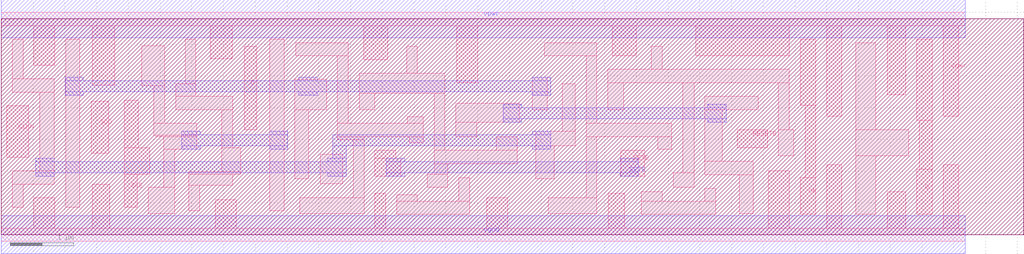
<source format=lef>
#-------------------------------------------------------
# SkyWater
#-------------------------------------------------------
# Technology LEF file for
# Process: S8 130nm / 180nm hybrid
# Metal stack option: 5 metal layers + local interconnect
# Standard cell libraries: high density (efs8hd)
# Date: January 22, 2020
#------------------------------------------------------

VERSION 5.7 ;
BUSBITCHARS "[]" ;
DIVIDERCHAR "/" ;

UNITS
  TIME NANOSECONDS 1 ;
  CAPACITANCE PICOFARADS 1 ;
  RESISTANCE OHMS 1 ;
  DATABASE MICRONS 1000 ;
END UNITS

MANUFACTURINGGRID 0.005 ;
CLEARANCEMEASURE EUCLIDEAN ;

SITE unitehd
    SYMMETRY Y  ;
    CLASS CORE  ;
    SIZE  0.460 BY 3.400 ;
END unitehd

LAYER li1
    TYPE ROUTING ;
    DIRECTION VERTICAL ;

    PITCH 0.46 ;
    OFFSET 0.23 ;

    WIDTH    0.170 ;                    # LI 1
    # SPACING  0.170 ;                    # LI 2
  SPACINGTABLE
    PARALLELRUNLENGTH 0
    WIDTH 0 0.170000 ;
    AREA 0.0561 ;                       # LI 6
    THICKNESS 0.10 ; 

    RESISTANCE RPERSQ 12.8 ;
END li1

LAYER mcon
  TYPE CUT ;
  WIDTH   0.17 ;		# Mcon 1
  SPACING 0.17 ;		# Mcon 2
  ENCLOSURE BELOW 0.0 0.0 ;	# Mcon 4
  ENCLOSURE ABOVE 0.030 0.060 ; # Met1 4 / Met1 5
END mcon

LAYER met1
    TYPE ROUTING ;
    DIRECTION HORIZONTAL ;

    PITCH 0.34 ;
    OFFSET 0.17 ;

    WIDTH    0.140 ;                    # Met1 1
    #SPACING  0.140 ;                    # Met1 2
    #SPACING  0.280 RANGE 3.001 100 ;	# Met1 3b
    SPACINGTABLE
	  PARALLELRUNLENGTH 0.000
	    WIDTH 0.000 0.140000
	    WIDTH 3.000000 0.280000
	    ;
    AREA 0.083 ;                        # Met1 6
    THICKNESS 0.36 ; 

    ANTENNAMODEL OXIDE1 ;
    ANTENNACUMAREARATIO 2200 ;
    ANTENNAAREARATIO 400 ;
    ANTENNADIFFAREARATIO 400 ;
    
    MAXIMUMDENSITY 70.0 ;
    DENSITYCHECKWINDOW 700.0 700.0 ;
    DENSITYCHECKSTEP 70.0 ;

    RESISTANCE RPERSQ 0.125 ;
END met1

LAYER via1
  TYPE CUT ;
  WIDTH   0.15 ;		# Via 1a
  SPACING 0.17  ;		# Via 2
  ENCLOSURE BELOW 0.055 0.085 ; # Via 4a / Via 5a
  ENCLOSURE ABOVE 0.055 0.085 ; # Met2 4 / Met2 5
END via1

LAYER met2
    TYPE ROUTING ;
    DIRECTION VERTICAL ;

    PITCH  0.46 ;
    OFFSET 0.23 ;

    WIDTH    0.140 ;                    # Met2 1
    #SPACING  0.140 ;                    # Met2 2
    #SPACING  0.280 RANGE 3.001 100 ;	# Met2 3b
    SPACINGTABLE
	  PARALLELRUNLENGTH 0.000
	    WIDTH 0.000 0.140000
	    WIDTH 3.000000 0.28000 ;
    AREA 0.0676 ;                       # Met2 6
    THICKNESS 0.36 ; 

    ANTENNAMODEL OXIDE1 ;
    ANTENNACUMAREARATIO 2200 ;
    ANTENNAAREARATIO 400 ;
    ANTENNADIFFAREARATIO 400 ;
    
    MAXIMUMDENSITY 70.0 ;
    DENSITYCHECKWINDOW 700.0 700.0 ;
    DENSITYCHECKSTEP 70.0 ;
    RESISTANCE RPERSQ 0.125 ;
END met2

LAYER via2
  TYPE CUT ;
  WIDTH   0.20 ;		# Via2 1
  SPACING 0.20 ;		# Via2 2
  ENCLOSURE BELOW 0.040 0.085 ;	# Via2 4
  ENCLOSURE ABOVE 0.065 0.065 ;	# Met3 4

END via2

LAYER met3
    TYPE ROUTING ;
    DIRECTION HORIZONTAL ;

    PITCH  0.68 ;
    OFFSET 0.34 ;

    WIDTH    0.300 ;            # Met3 1
    #SPACING  0.300 ;		# Met3 2
    SPACINGTABLE
	    PARALLELRUNLENGTH 0
	    WIDTH 0 0.30000 ;
    AREA     0.240 ;            # Met3 6
    THICKNESS 0.845 ;

    ANTENNAMODEL OXIDE1 ;
    ANTENNACUMAREARATIO 2200 ;
    ANTENNAAREARATIO 400 ;
    ANTENNADIFFAREARATIO 400 ;
    
    MAXIMUMDENSITY 70.0 ;
    DENSITYCHECKWINDOW 700.0 700.0 ;
    DENSITYCHECKSTEP 70.0 ;
    RESISTANCE RPERSQ 0.047 ;
END met3

LAYER via3
  TYPE CUT ;

  WIDTH   0.20 ;		# Via3 1
  SPACING 0.20 ;		# Via3 2
  ENCLOSURE BELOW 0.060 0.090 ;	# Via3 4 / Via3 5
  ENCLOSURE ABOVE 0.065 0.065 ;	# Met4 3
END via3

LAYER met4
    TYPE ROUTING ;
    DIRECTION VERTICAL ;

    PITCH  0.92 ;
    OFFSET 0.46 ;

    WIDTH    0.300 ;            # Met4 1
    #SPACING  0.300 ;		# Met4 2
    
    SPACINGTABLE
	    PARALLELRUNLENGTH 0
	    WIDTH 0 0.30000 ;
    AREA     0.240 ;            # Met4 4a

    THICKNESS 0.845 ;

    ANTENNAMODEL OXIDE1 ;
    ANTENNACUMAREARATIO 2200 ;
    ANTENNAAREARATIO 400 ;
    ANTENNADIFFAREARATIO 400 ;
    
    MAXIMUMDENSITY 70.0 ;
    DENSITYCHECKWINDOW 700.0 700.0 ;
    DENSITYCHECKSTEP 70.0 ;
    RESISTANCE RPERSQ 0.047 ;
END met4

LAYER via4
  TYPE CUT ;

  WIDTH   0.80 ;		# Via4 1
  SPACING 0.80 ;		# Via4 2
  ENCLOSURE BELOW 0.190 0.190 ;	# Via4 4
  ENCLOSURE ABOVE 0.310 0.310 ;	# Met5 3

END via4

LAYER met5
    TYPE ROUTING ;
    DIRECTION HORIZONTAL ;

    PITCH  3.4 ;
    OFFSET 1.7 ; 

    WIDTH    1.600 ;       # Met5 1
    #SPACING  1.600 ;       # Met5 2
    SPACINGTABLE
	    PARALLELRUNLENGTH 0
	    WIDTH 0 1.600 ;
    AREA     4.000 ;       # Met5 4

    THICKNESS 1.26 ;

    ANTENNAMODEL OXIDE1 ;
    ANTENNACUMAREARATIO 2200 ;
    ANTENNAAREARATIO 400 ;
    ANTENNADIFFAREARATIO 400 ;
    
    RESISTANCE RPERSQ 0.0285 ;
END met5

LAYER PR_bndry
TYPE MASTERSLICE ;
END PR_bndry

#---------------------------------
# Via Definitions
#---------------------------------

#---------------------------------
# MCON
#---------------------------------

 VIA MCON_HH   DEFAULT
 LAYER mcon ;
 RECT -0.085 -0.085 0.085 0.085 ;
 LAYER li1 ;
 RECT -0.165 -0.085 0.165 0.085 ;
 LAYER met1 ;
 RECT -0.16 -0.13 0.16 0.13 ;
 END MCON_HH
 
 VIA MCON_HV   DEFAULT
 LAYER mcon ;
 RECT -0.085 -0.085 0.085 0.085 ;
 LAYER li1 ;
 RECT -0.165 -0.085 0.165 0.085 ;
 LAYER met1 ;
 RECT -0.13 -0.16 0.13 0.16 ;
 END MCON_HV
 
 VIA MCON_VH   DEFAULT
 LAYER mcon ;
 RECT -0.085 -0.085 0.085 0.085 ;
 LAYER li1 ;
 RECT -0.085 -0.165 -0.085 0.165 ;
 LAYER met1 ;
 RECT -0.16 -0.13 0.16 0.13 ;
 END MCON_VH
 
 VIA MCON_VV   DEFAULT
 LAYER mcon ;
 RECT -0.085 -0.085 0.085 0.085 ;
 LAYER li1 ;
 RECT -0.085 -0.165 -0.085 0.165 ;
 LAYER met1 ;
 RECT -0.13 -0.16 0.13 0.16 ;
 END MCON_VV

VIARULE MCON_GEN GENERATE
 LAYER li1 ;
 ENCLOSURE 0.000 0.080 ;
 LAYER met1 ;
 ENCLOSURE 0.030 0.060 ;
 LAYER mcon ;
 RECT -0.085 -0.085 0.085 0.085 ;
 SPACING 0.360 BY 0.360 ;
END MCON_GEN

#---------------------------------
# VIA1
#---------------------------------

 VIA VIA1_HH   DEFAULT
 LAYER via1 ;
 RECT -0.075 -0.075 0.075 0.075 ;
 LAYER met1 ;
 RECT -0.16 -0.13 0.16 0.13 ;
 LAYER met2 ;
 RECT -0.16 -0.13 0.16 0.13 ;
 END VIA1_HH  
 
 VIA VIA1_HV   DEFAULT
 LAYER via1 ;
 RECT -0.075 -0.075 0.075 0.075 ;
 LAYER met1 ;
 RECT -0.16 -0.13 0.16 0.13 ;
 LAYER met2 ;
 RECT -0.13 -0.16 0.13 0.16 ;
 END VIA1_HV  
 
 VIA VIA1_VH   DEFAULT
 LAYER via1 ;
 RECT -0.075 -0.075 0.075 0.075 ;
 LAYER met1 ;
 RECT -0.13 -0.16 0.13 0.16 ;
 LAYER met2 ;
 RECT -0.16 -0.13 0.16 0.13 ;
 END VIA1_VH  
 
 VIA VIA1_VV   DEFAULT
 LAYER via1 ;
 RECT -0.075 -0.075 0.075 0.075 ;
 LAYER met1 ;
 RECT -0.13 -0.16 0.13 0.16 ;
 LAYER met2 ;
 RECT -0.13 -0.16 0.13 0.16 ;
 END VIA1_VV  
 
VIARULE VIA1_GEN GENERATE
 LAYER met1 ;
 ENCLOSURE 0.055 0.085 ;
 LAYER met2 ;
 ENCLOSURE 0.055 0.085 ;
 LAYER via1 ;
 RECT -0.075 -0.075 0.075 0.075 ;
 SPACING 0.320 BY 0.320 ;
END VIA1_GEN

#---------------------------------
# VIA2
#---------------------------------

 VIA VIA2_H   DEFAULT
 LAYER via2 ;
 RECT -0.1 -0.1 0.1 0.1 ;
 LAYER met2 ;
 RECT -0.185 -0.14 0.185 0.14 ;
 LAYER met3 ;
 RECT -0.165 -0.165 0.165 0.165 ;
 END VIA2_H  
 
 VIA VIA2_V   DEFAULT
 LAYER via2 ;
 RECT -0.1 -0.1 0.1 0.1 ;
 LAYER met2 ;
 RECT -0.14 -0.185 0.14 0.185 ;
 LAYER met3 ;
 RECT -0.165 -0.165 0.165 0.165 ;
 END VIA2_V  
 
VIARULE VIA2_GEN GENERATE
 LAYER met2 ;
 ENCLOSURE 0.040 0.085 ;
 LAYER met3 ;
 ENCLOSURE 0.065 0.065 ;
 LAYER via2 ;
 RECT -0.1 -0.1 0.1 0.1 ;
 SPACING 0.40 BY 0.40 ;
END VIA2_GEN

#---------------------------------
# VIA3
#---------------------------------

 VIA VIA3_H   DEFAULT
 LAYER via3 ;
 RECT -0.1 -0.1 0.1 0.1 ;
 LAYER met3 ;
 RECT -0.19 -0.16 0.19 0.16 ;
 LAYER met4 ;
 RECT -0.165 -0.165 0.165 0.165 ;
 END VIA3_H  
 
 VIA VIA3_V   DEFAULT
 LAYER via3 ;
 RECT -0.1 -0.1 0.1 0.1 ;
 LAYER met3 ;
 RECT -0.16 -0.19 0.16 0.19 ;
 LAYER met4 ;
 RECT -0.165 -0.165 0.165 0.165 ;
 END VIA3_V  
 
VIARULE VIA3_GEN GENERATE
 LAYER met3 ;
 ENCLOSURE 0.06 0.09 ;
 LAYER met4 ;
 ENCLOSURE 0.065 0.065 ;
 LAYER via3 ;
 RECT -0.1 -0.1 0.1 0.1 ;
 SPACING 0.40 BY 0.40 ;
END VIA3_GEN

#---------------------------------
# VIA4
#---------------------------------

 VIA VIA4_O   DEFAULT
 LAYER via4 ;
 RECT -0.4 -0.4 0.4 0.4 ;
 LAYER met4 ;
 RECT -0.59 -0.59 0.59 0.59 ;
 LAYER met5 ;
 RECT -0.71 -0.71 0.71 0.71 ;
 END VIA4_O  
 
VIARULE VIA4_GEN GENERATE
 LAYER met4 ;
 ENCLOSURE 0.190 0.190 ;
 LAYER met5 ;
 ENCLOSURE 0.310 0.310 ;
 LAYER via4 ;
 RECT -0.4 -0.4 0.4 0.4 ;
 SPACING 1.60 BY 1.60 ;
END VIA4_GEN



MACRO efs8hd_sdfxtp_2
   CLASS CORE ;
   FOREIGN efs8hd_sdfxtp_2 ;
   ORIGIN -0.0000 -0.0000 ;
   SITE unitehd ;
   SIZE 11.04 BY 3.4 ;
   PIN vgnd
      PORT
         LAYER li1 ;
	    RECT 0.515 0.105 0.845 0.58 ;
	    RECT 1.975 0.105 2.305 0.555 ;
	    RECT 3.76 0.105 3.96 0.655 ;
	    RECT 5.72 0.105 6.09 0.73 ;
	    RECT 7.745 0.105 8.115 0.77 ;
	    RECT 8.905 0.105 9.075 0.87 ;
	    RECT 9.775 0.105 9.945 1.165 ;
	    RECT 0 -0.105 10.12 0.105 ;
         LAYER met1 ;
	    RECT 0 -0.3 10.12 0.3 ;
      END
   END vgnd
   PIN vpwr
      PORT
         LAYER li1 ;
	    RECT 0 3.295 10.12 3.505 ;
	    RECT 0.52 2.67 0.85 3.295 ;
	    RECT 1.88 2.805 2.21 3.295 ;
	    RECT 3.755 2.705 3.925 3.295 ;
	    RECT 5.93 2.295 6.1 3.295 ;
	    RECT 7.81 2.67 8.115 3.295 ;
	    RECT 8.905 2.03 9.08 3.295 ;
	    RECT 9.775 1.755 9.945 3.295 ;
         LAYER met1 ;
	    RECT 0 3.1 10.12 3.7 ;
      END
   END vpwr
   PIN SCD
      PORT
         LAYER li1 ;
	    RECT 3.53 1.295 4.02 2.07 ;
      END
   END SCD
   PIN D
      PORT
         LAYER li1 ;
	    RECT 2.46 1.695 2.79 2.105 ;
      END
   END D
   PIN SCE
      PORT
         LAYER li1 ;
	    RECT 1.78 0.98 1.95 2.105 ;
	    RECT 3.08 0.98 3.25 1.395 ;
	    RECT 1.78 0.77 3.25 0.98 ;
	    RECT 2.475 0.38 2.65 0.77 ;
      END
   END SCE
   PIN CLK
      PORT
         LAYER li1 ;
	    RECT 0.095 1.22 0.445 2.03 ;
      END
   END CLK
   PIN Q
      PORT
         LAYER li1 ;
	    RECT 9.26 1.88 9.605 2.995 ;
	    RECT 9.435 1.025 9.605 1.88 ;
	    RECT 9.26 0.38 9.605 1.025 ;
      END
   END Q
   OBS
         LAYER li1 ;
	    RECT 0.18 2.455 0.35 3.08 ;
	    RECT 0.18 2.245 0.845 2.455 ;
	    RECT 0.615 1.215 0.845 2.245 ;
	    RECT 0.615 1.005 0.81 1.215 ;
	    RECT 0.175 0.795 0.81 1.005 ;
	    RECT 1.02 0.895 1.245 3.08 ;
	    RECT 0.175 0.43 0.345 0.795 ;
	    RECT 1.015 0.43 1.245 0.895 ;
	    RECT 1.435 2.595 1.71 3.055 ;
	    RECT 2.69 2.805 3.585 3.02 ;
	    RECT 1.435 2.325 3.245 2.595 ;
	    RECT 1.435 0.555 1.605 2.325 ;
	    RECT 2.12 1.405 2.29 2.325 ;
	    RECT 3.075 2.105 3.245 2.325 ;
	    RECT 3.415 2.495 3.585 2.805 ;
	    RECT 4.21 2.58 4.445 3.05 ;
	    RECT 4.69 2.74 5.76 2.95 ;
	    RECT 4.21 2.495 4.38 2.58 ;
	    RECT 3.415 2.28 4.38 2.495 ;
	    RECT 3.075 1.695 3.27 2.105 ;
	    RECT 2.12 1.195 2.46 1.405 ;
	    RECT 4.21 1.08 4.38 2.28 ;
	    RECT 3.42 0.87 4.38 1.08 ;
	    RECT 4.55 1.295 4.79 2.38 ;
	    RECT 4.98 2.07 5.42 2.515 ;
	    RECT 5.59 1.97 5.76 2.74 ;
	    RECT 6.27 2.67 6.52 3.08 ;
	    RECT 6.745 2.705 7.63 2.92 ;
	    RECT 5.59 1.855 6.1 1.97 ;
	    RECT 5.3 1.645 6.1 1.855 ;
	    RECT 4.55 0.88 5.13 1.295 ;
	    RECT 3.42 0.555 3.59 0.87 ;
	    RECT 1.435 0.345 1.805 0.555 ;
	    RECT 2.82 0.345 3.59 0.555 ;
	    RECT 4.21 0.67 4.38 0.87 ;
	    RECT 5.3 0.67 5.47 1.645 ;
	    RECT 5.93 1.555 6.1 1.645 ;
	    RECT 5.64 1.33 5.81 1.37 ;
	    RECT 6.27 1.33 6.44 2.67 ;
	    RECT 6.61 1.555 6.8 2.455 ;
	    RECT 6.97 1.97 7.29 2.38 ;
	    RECT 5.64 0.955 6.44 1.33 ;
	    RECT 6.97 1.295 7.16 1.97 ;
	    RECT 7.46 1.755 7.63 2.705 ;
	    RECT 8.465 2.38 8.735 3.07 ;
	    RECT 7.8 1.97 8.735 2.38 ;
	    RECT 4.21 0.455 4.56 0.67 ;
	    RECT 4.73 0.455 5.47 0.67 ;
	    RECT 6.27 0.67 6.44 0.955 ;
	    RECT 6.61 0.88 7.16 1.295 ;
	    RECT 7.33 1.655 7.63 1.755 ;
	    RECT 8.565 1.655 8.735 1.97 ;
	    RECT 7.33 1.245 8.395 1.655 ;
	    RECT 8.565 1.245 9.265 1.655 ;
	    RECT 7.33 0.67 7.5 1.245 ;
	    RECT 8.565 1.03 8.735 1.245 ;
	    RECT 6.27 0.455 6.73 0.67 ;
	    RECT 6.96 0.455 7.5 0.67 ;
	    RECT 8.385 0.375 8.735 1.03 ;
         LAYER met1 ;
	    RECT 0.58 2.425 0.87 2.48 ;
	    RECT 5.145 2.425 5.435 2.48 ;
	    RECT 6.56 2.425 6.85 2.48 ;
	    RECT 0.58 2.25 6.85 2.425 ;
	    RECT 0.58 2.195 0.87 2.25 ;
	    RECT 5.145 2.195 5.435 2.25 ;
	    RECT 6.56 2.195 6.85 2.25 ;
	    RECT 0.99 1.15 1.28 1.205 ;
	    RECT 4.685 1.15 4.975 1.205 ;
	    RECT 6.57 1.15 6.86 1.205 ;
	    RECT 0.99 0.975 6.86 1.15 ;
	    RECT 0.99 0.92 1.28 0.975 ;
	    RECT 4.685 0.92 4.975 0.975 ;
	    RECT 6.57 0.92 6.86 0.975 ;
   END
END efs8hd_sdfxtp_2
MACRO efs8hd_xnor3_1
   CLASS CORE ;
   FOREIGN efs8hd_xnor3_1 ;
   ORIGIN -0.0000 -0.0000 ;
   SITE unitehd ;
   SIZE 9.2 BY 3.4 ;
   PIN C
      PORT
         LAYER li1 ;
	    RECT 1.615 1.345 2.18 1.655 ;
      END
   END C
   PIN A
      PORT
         LAYER li1 ;
	    RECT 7.045 1.345 7.455 1.655 ;
      END
   END A
   PIN B
      PORT
         LAYER li1 ;
	    RECT 6.125 1.785 6.805 2.02 ;
	    RECT 6.125 1.245 6.395 1.785 ;
      END
   END B
   PIN X
      PORT
         LAYER li1 ;
	    RECT 0.085 1.8 0.365 3.08 ;
	    RECT 0.085 1.155 0.33 1.8 ;
	    RECT 0.085 0.44 0.345 1.155 ;
      END
   END X
   PIN vgnd
      PORT
         LAYER li1 ;
	    RECT 0.515 0.105 0.765 0.655 ;
	    RECT 3.475 0.105 3.645 1.08 ;
	    RECT 7.475 0.105 7.645 0.705 ;
	    RECT 0.515 0.085 7.645 0.105 ;
	    RECT 0 -0.085 8.28 0.085 ;
         LAYER met1 ;
	    RECT 0 -0.3 8.28 0.3 ;
      END
   END vgnd
   PIN vpwr
      PORT
         LAYER li1 ;
	    RECT 0 3.315 8.28 3.485 ;
	    RECT 0.535 3.295 7.73 3.315 ;
	    RECT 0.535 2.77 0.87 3.295 ;
	    RECT 3.225 2.795 3.555 3.295 ;
	    RECT 7.395 2.845 7.73 3.295 ;
         LAYER met1 ;
	    RECT 0 3.1 8.28 3.7 ;
      END
   END vpwr
   OBS
         LAYER li1 ;
	    RECT 1.05 2.795 2.52 3.005 ;
	    RECT 3.89 2.845 6.985 3.055 ;
	    RECT 1.05 2.555 1.22 2.795 ;
	    RECT 3.89 2.58 4.06 2.845 ;
	    RECT 0.535 2.345 1.22 2.555 ;
	    RECT 1.56 2.37 4.06 2.58 ;
	    RECT 0.535 1.655 0.705 2.345 ;
	    RECT 0.935 1.92 2.52 2.13 ;
	    RECT 0.5 1.245 0.705 1.655 ;
	    RECT 0.53 1.08 0.705 1.245 ;
	    RECT 0.53 0.87 1.105 1.08 ;
	    RECT 0.935 0.53 1.105 0.87 ;
	    RECT 1.275 0.745 1.445 1.92 ;
	    RECT 2.35 1.655 2.52 1.92 ;
	    RECT 2.69 1.905 3.075 2.12 ;
	    RECT 2.795 1.72 3.075 1.905 ;
	    RECT 2.35 1.245 2.625 1.655 ;
	    RECT 1.745 0.995 2.125 1.13 ;
	    RECT 2.795 0.995 2.965 1.72 ;
	    RECT 3.245 1.505 3.415 2.37 ;
	    RECT 3.645 1.805 4.065 2.145 ;
	    RECT 1.745 0.78 2.965 0.995 ;
	    RECT 3.135 1.295 3.415 1.505 ;
	    RECT 3.135 0.57 3.305 1.295 ;
	    RECT 2.07 0.53 2.505 0.57 ;
	    RECT 0.935 0.32 2.505 0.53 ;
	    RECT 2.675 0.355 3.305 0.57 ;
	    RECT 3.825 0.52 4.065 1.805 ;
	    RECT 4.245 0.745 4.415 2.63 ;
	    RECT 4.585 1.075 4.755 2.845 ;
	    RECT 7.9 2.63 8.195 3.08 ;
	    RECT 4.935 2.02 5.35 2.555 ;
	    RECT 5.785 2.42 8.195 2.63 ;
	    RECT 4.935 1.805 5.615 2.02 ;
	    RECT 4.95 1.245 5.275 1.595 ;
	    RECT 4.585 0.9 4.935 1.075 ;
	    RECT 5.105 0.99 5.275 1.245 ;
	    RECT 4.625 0.855 4.935 0.9 ;
	    RECT 4.245 0.555 4.455 0.745 ;
	    RECT 4.625 0.725 4.995 0.855 ;
	    RECT 4.245 0.33 4.655 0.555 ;
	    RECT 4.825 0.4 4.995 0.725 ;
	    RECT 5.445 0.53 5.615 1.805 ;
	    RECT 5.785 0.745 5.955 2.42 ;
	    RECT 7.71 2.345 8.195 2.42 ;
	    RECT 6.975 1.87 7.795 2.13 ;
	    RECT 7.625 1.655 7.795 1.87 ;
	    RECT 6.565 1.18 6.875 1.595 ;
	    RECT 7.625 1.245 7.855 1.655 ;
	    RECT 6.565 0.915 6.77 1.18 ;
	    RECT 7.625 1.13 7.795 1.245 ;
	    RECT 7.055 0.94 7.795 1.13 ;
	    RECT 7.015 0.92 7.795 0.94 ;
	    RECT 6.225 0.53 6.69 0.58 ;
	    RECT 5.445 0.32 6.69 0.53 ;
	    RECT 7.015 0.37 7.305 0.92 ;
	    RECT 8.025 0.73 8.195 2.345 ;
	    RECT 7.895 0.32 8.195 0.73 ;
         LAYER met1 ;
	    RECT 2.845 2 3.135 2.055 ;
	    RECT 5.145 2 5.435 2.055 ;
	    RECT 2.845 1.825 5.435 2 ;
	    RECT 2.845 1.77 3.135 1.825 ;
	    RECT 5.145 1.77 5.435 1.825 ;
	    RECT 3.765 1.19 4.055 1.205 ;
	    RECT 5.105 1.19 5.435 1.205 ;
	    RECT 3.765 1.15 5.435 1.19 ;
	    RECT 6.525 1.15 6.815 1.205 ;
	    RECT 3.765 0.975 6.815 1.15 ;
	    RECT 3.765 0.96 5.435 0.975 ;
	    RECT 3.765 0.92 4.055 0.96 ;
	    RECT 5.105 0.92 5.435 0.96 ;
	    RECT 6.525 0.92 6.815 0.975 ;
	    RECT 4.225 0.725 4.515 0.78 ;
	    RECT 6.985 0.725 7.275 0.78 ;
	    RECT 4.225 0.55 7.275 0.725 ;
	    RECT 4.225 0.495 4.515 0.55 ;
	    RECT 6.985 0.495 7.275 0.55 ;
   END
END efs8hd_xnor3_1
MACRO efs8hd_or4bb_2
   CLASS CORE ;
   FOREIGN efs8hd_or4bb_2 ;
   ORIGIN -0.0000 -0.0000 ;
   SITE unitehd ;
   SIZE 5.52 BY 3.4 ;
   PIN CN
      PORT
         LAYER li1 ;
	    RECT 0.43 1.105 0.78 2.12 ;
      END
   END CN
   PIN DN
      PORT
         LAYER li1 ;
	    RECT 0.95 1.105 1.24 1.655 ;
      END
   END DN
   PIN A
      PORT
         LAYER li1 ;
	    RECT 2.64 1.105 3.295 1.655 ;
      END
   END A
   PIN X
      PORT
         LAYER li1 ;
	    RECT 3.805 1.87 4.08 3.08 ;
	    RECT 3.91 0.95 4.08 1.87 ;
	    RECT 3.805 0.52 4.08 0.95 ;
      END
   END X
   PIN B
      PORT
         LAYER li1 ;
	    RECT 2.445 2.465 3.145 3.07 ;
      END
   END B
   PIN vgnd
      PORT
         LAYER li1 ;
	    RECT 0.66 0.105 0.83 0.935 ;
	    RECT 1.495 0.105 1.85 0.595 ;
	    RECT 2.395 0.105 2.725 0.595 ;
	    RECT 3.235 0.105 3.615 0.595 ;
	    RECT 4.25 0.105 4.42 1.28 ;
	    RECT 0.66 0.085 4.42 0.105 ;
	    RECT 0 -0.085 4.6 0.085 ;
         LAYER met1 ;
	    RECT 0 -0.3 4.6 0.3 ;
      END
   END vgnd
   PIN vpwr
      PORT
         LAYER li1 ;
	    RECT 0 3.315 4.6 3.485 ;
	    RECT 0.515 3.295 4.42 3.315 ;
	    RECT 0.515 2.755 0.845 3.295 ;
	    RECT 3.315 2.295 3.595 3.295 ;
	    RECT 4.25 1.8 4.42 3.295 ;
         LAYER met1 ;
	    RECT 0 3.1 4.6 3.7 ;
      END
   END vpwr
   OBS
         LAYER li1 ;
	    RECT 0.085 2.545 0.345 3.07 ;
	    RECT 1.535 2.755 2.275 2.97 ;
	    RECT 0.085 2.33 1.935 2.545 ;
	    RECT 0.085 0.935 0.26 2.33 ;
	    RECT 0.995 1.905 1.595 2.12 ;
	    RECT 1.41 1.555 1.595 1.905 ;
	    RECT 1.765 1.955 1.935 2.33 ;
	    RECT 2.105 2.295 2.275 2.755 ;
	    RECT 2.105 2.125 3.145 2.295 ;
	    RECT 2.975 2.08 3.145 2.125 ;
	    RECT 1.765 1.77 2.42 1.955 ;
	    RECT 2.975 1.87 3.635 2.08 ;
	    RECT 1.41 1.345 1.855 1.555 ;
	    RECT 1.41 0.935 1.6 1.345 ;
	    RECT 2.25 1.245 2.42 1.77 ;
	    RECT 3.465 1.655 3.635 1.87 ;
	    RECT 3.465 1.245 3.74 1.655 ;
	    RECT 3.465 0.935 3.635 1.245 ;
	    RECT 0.085 0.565 0.465 0.935 ;
	    RECT 1.08 0.765 1.6 0.935 ;
	    RECT 2.025 0.765 3.635 0.935 ;
	    RECT 1.08 0.565 1.25 0.765 ;
	    RECT 2.025 0.38 2.195 0.765 ;
	    RECT 2.895 0.38 3.065 0.765 ;
   END
END efs8hd_or4bb_2
MACRO efs8hd_xnor2_2
   CLASS CORE ;
   FOREIGN efs8hd_xnor2_2 ;
   ORIGIN -0.0000 -0.0000 ;
   SITE unitehd ;
   SIZE 6.9 BY 3.4 ;
   PIN A
      PORT
         LAYER li1 ;
	    RECT 1.255 1.345 2.705 1.615 ;
      END
   END A
   PIN B
      PORT
         LAYER li1 ;
	    RECT 0.79 1.785 3.1 2.02 ;
	    RECT 0.79 1.605 0.96 1.785 ;
	    RECT 0.485 1.345 0.96 1.605 ;
	    RECT 2.93 1.605 3.1 1.785 ;
	    RECT 2.93 1.345 3.955 1.605 ;
      END
   END B
   PIN Y
      PORT
         LAYER li1 ;
	    RECT 3.725 2.455 3.935 2.655 ;
	    RECT 5.045 2.455 5.295 2.655 ;
	    RECT 3.725 2.245 5.295 2.455 ;
	    RECT 5.045 2.03 5.295 2.245 ;
	    RECT 5.045 1.77 5.895 2.03 ;
	    RECT 5.505 0.595 5.895 1.77 ;
	    RECT 4.585 0.38 5.895 0.595 ;
      END
   END Y
   PIN vgnd
      PORT
         LAYER li1 ;
	    RECT 1.45 0.105 1.62 0.695 ;
	    RECT 2.43 0.105 2.6 1.13 ;
	    RECT 3.27 0.105 3.44 0.695 ;
	    RECT 4.145 0.105 4.315 0.695 ;
	    RECT 1.45 0.085 4.315 0.105 ;
	    RECT 0 -0.085 5.98 0.085 ;
         LAYER met1 ;
	    RECT 0 -0.3 5.98 0.3 ;
      END
   END vgnd
   PIN vpwr
      PORT
         LAYER li1 ;
	    RECT 0 3.315 5.98 3.485 ;
	    RECT 0.57 3.295 5.895 3.315 ;
	    RECT 0.57 2.67 0.82 3.295 ;
	    RECT 1.41 2.67 1.66 3.295 ;
	    RECT 2.81 2.67 3.06 3.295 ;
	    RECT 4.625 2.67 4.875 3.295 ;
	    RECT 5.465 2.245 5.895 3.295 ;
         LAYER met1 ;
	    RECT 0 3.1 5.98 3.7 ;
      END
   END vpwr
   OBS
         LAYER li1 ;
	    RECT 0.085 2.455 0.4 3.08 ;
	    RECT 0.99 2.455 1.24 3.08 ;
	    RECT 1.83 2.455 2.08 3.08 ;
	    RECT 2.39 2.655 2.64 3.08 ;
	    RECT 3.23 2.87 4.355 3.08 ;
	    RECT 3.23 2.655 3.555 2.87 ;
	    RECT 4.105 2.67 4.355 2.87 ;
	    RECT 0.085 2.445 2.08 2.455 ;
	    RECT 0.085 2.23 3.48 2.445 ;
	    RECT 0.085 1.12 0.315 2.23 ;
	    RECT 3.31 2.03 3.48 2.23 ;
	    RECT 3.31 1.82 4.805 2.03 ;
	    RECT 4.635 1.555 4.805 1.82 ;
	    RECT 4.635 1.345 5.295 1.555 ;
	    RECT 0.085 0.805 0.86 1.12 ;
	    RECT 1.03 0.905 2.12 1.13 ;
	    RECT 1.03 0.595 1.28 0.905 ;
	    RECT 0.105 0.32 1.28 0.595 ;
	    RECT 1.79 0.32 2.12 0.905 ;
	    RECT 2.77 0.905 5.335 1.13 ;
	    RECT 2.77 0.32 3.1 0.905 ;
	    RECT 3.61 0.32 3.975 0.905 ;
	    RECT 5.005 0.805 5.335 0.905 ;
         LAYER met1 ;
	    RECT 2.405 2.85 2.695 2.905 ;
	    RECT 3.325 2.85 3.615 2.905 ;
	    RECT 2.405 2.675 3.615 2.85 ;
	    RECT 2.405 2.62 2.695 2.675 ;
	    RECT 3.325 2.62 3.615 2.675 ;
   END
END efs8hd_xnor2_2
MACRO efs8hd_clkbuf_4
   CLASS CORE ;
   FOREIGN efs8hd_clkbuf_4 ;
   ORIGIN -0.0000 -0.0000 ;
   SITE unitehd ;
   SIZE 3.68 BY 3.4 ;
   PIN A
      PORT
         LAYER li1 ;
	    RECT 0.425 0.765 0.775 1.655 ;
      END
   END A
   PIN X
      PORT
         LAYER li1 ;
	    RECT 1.045 2.505 1.305 3.08 ;
	    RECT 1.905 2.505 2.165 3.08 ;
	    RECT 1.045 2.295 2.165 2.505 ;
	    RECT 1.905 1.98 2.165 2.295 ;
	    RECT 1.905 1.77 2.66 1.98 ;
	    RECT 2.255 1.13 2.66 1.77 ;
	    RECT 1.01 0.92 2.66 1.13 ;
	    RECT 1.01 0.43 1.305 0.92 ;
	    RECT 1.905 0.43 2.165 0.92 ;
      END
   END X
   PIN vgnd
      PORT
         LAYER li1 ;
	    RECT 0.595 0.105 0.83 0.595 ;
	    RECT 1.475 0.105 1.73 0.705 ;
	    RECT 2.335 0.105 2.615 0.705 ;
	    RECT 0.595 0.085 2.615 0.105 ;
	    RECT 0 -0.085 2.76 0.085 ;
         LAYER met1 ;
	    RECT 0 -0.3 2.76 0.3 ;
      END
   END vgnd
   PIN vpwr
      PORT
         LAYER li1 ;
	    RECT 0 3.315 2.76 3.485 ;
	    RECT 0.565 3.295 2.62 3.315 ;
	    RECT 0.565 2.295 0.875 3.295 ;
	    RECT 1.475 2.72 1.73 3.295 ;
	    RECT 2.335 2.205 2.62 3.295 ;
         LAYER met1 ;
	    RECT 0 3.1 2.76 3.7 ;
      END
   END vpwr
   OBS
         LAYER li1 ;
	    RECT 0.085 2.08 0.395 3.08 ;
	    RECT 0.085 1.87 1.115 2.08 ;
	    RECT 0.085 0.595 0.255 1.87 ;
	    RECT 0.945 1.555 1.115 1.87 ;
	    RECT 0.945 1.345 2.085 1.555 ;
	    RECT 0.085 0.32 0.425 0.595 ;
   END
END efs8hd_clkbuf_4
MACRO efs8hd_fill_4
   CLASS CORE ;
   FOREIGN efs8hd_fill_4 ;
   ORIGIN -0.0000 -0.0000 ;
   SITE unitehd ;
   SIZE 1.8400 BY 3.4000 ;
   PIN vgnd
      PORT
         LAYER li1 ;
	    RECT 0.0000 -0.0850 1.8400 0.0850 ;
         LAYER met1 ;
	    RECT 0.0000 -0.3000 1.8400 0.3000 ;
      END
   END vgnd
   PIN vpwr
      PORT
         LAYER li1 ;
	    RECT 0.0000 3.3150 1.8400 3.4850 ;
         LAYER met1 ;
	    RECT 0.0000 3.1000 1.8400 3.7000 ;
      END
   END vpwr
END efs8hd_fill_4
MACRO efs8hd_clkinv_4
   CLASS CORE ;
   FOREIGN efs8hd_clkinv_4 ;
   ORIGIN -0.0000 -0.0000 ;
   SITE unitehd ;
   SIZE 4.14 BY 3.4 ;
   PIN Y
      PORT
         LAYER li1 ;
	    RECT 0.605 2.04 0.86 3.045 ;
	    RECT 1.465 2.04 1.72 3.045 ;
	    RECT 2.32 2.04 2.58 3.045 ;
	    RECT 0.105 1.825 3.135 2.04 ;
	    RECT 0.105 1.12 0.275 1.825 ;
	    RECT 2.835 1.12 3.135 1.825 ;
	    RECT 0.105 0.905 3.135 1.12 ;
	    RECT 1.03 0.35 1.29 0.905 ;
	    RECT 1.89 0.35 2.145 0.905 ;
      END
   END Y
   PIN A
      PORT
         LAYER li1 ;
	    RECT 0.445 1.33 2.66 1.615 ;
      END
   END A
   PIN vgnd
      PORT
         LAYER li1 ;
	    RECT 0.565 0.105 0.86 0.695 ;
	    RECT 1.46 0.105 1.72 0.695 ;
	    RECT 2.315 0.105 2.615 0.695 ;
	    RECT 0.565 0.085 2.615 0.105 ;
	    RECT 0 -0.085 3.22 0.085 ;
         LAYER met1 ;
	    RECT 0 -0.3 3.22 0.3 ;
      END
   END vgnd
   PIN vpwr
      PORT
         LAYER li1 ;
	    RECT 0 3.315 3.22 3.485 ;
	    RECT 0.085 3.295 3.135 3.315 ;
	    RECT 0.085 2.25 0.43 3.295 ;
	    RECT 1.03 2.25 1.29 3.295 ;
	    RECT 1.89 2.25 2.15 3.295 ;
	    RECT 2.75 2.25 3.135 3.295 ;
         LAYER met1 ;
	    RECT 0 3.1 3.22 3.7 ;
      END
   END vpwr
END efs8hd_clkinv_4
MACRO efs8hd_dlymetal6s2s_1
   CLASS CORE ;
   FOREIGN efs8hd_dlymetal6s2s_1 ;
   ORIGIN -0.0000 -0.0000 ;
   SITE unitehd ;
   SIZE 5.52 BY 3.4 ;
   PIN X
      PORT
         LAYER li1 ;
	    RECT 1.245 2.095 1.67 3.08 ;
	    RECT 1.245 1.87 2.155 2.095 ;
	    RECT 1.32 1.245 2.155 1.87 ;
	    RECT 1.32 1.03 1.67 1.245 ;
	    RECT 1.245 0.32 1.67 1.03 ;
      END
   END X
   PIN A
      PORT
         LAYER li1 ;
	    RECT 0.085 1.105 0.57 2.125 ;
      END
   END A
   PIN vgnd
      PORT
         LAYER li1 ;
	    RECT 0.69 0.105 1.075 0.595 ;
	    RECT 2.285 0.105 2.67 0.605 ;
	    RECT 3.7 0.105 4.085 0.605 ;
	    RECT 0.69 0.085 4.085 0.105 ;
	    RECT 0 -0.085 4.6 0.085 ;
         LAYER met1 ;
	    RECT 0 -0.3 4.6 0.3 ;
      END
   END vgnd
   PIN vpwr
      PORT
         LAYER li1 ;
	    RECT 0 3.315 4.6 3.485 ;
	    RECT 0.69 3.295 4.085 3.315 ;
	    RECT 0.69 2.765 1.075 3.295 ;
	    RECT 2.285 2.765 2.67 3.295 ;
	    RECT 3.7 2.765 4.085 3.295 ;
         LAYER met1 ;
	    RECT 0 3.1 4.6 3.7 ;
      END
   END vpwr
   OBS
         LAYER li1 ;
	    RECT 0.085 2.55 0.52 3.08 ;
	    RECT 1.84 2.55 2.115 3.08 ;
	    RECT 0.085 2.34 1.075 2.55 ;
	    RECT 0.74 1.655 1.075 2.34 ;
	    RECT 1.84 2.305 2.67 2.55 ;
	    RECT 2.325 1.655 2.67 2.305 ;
	    RECT 2.84 2.095 3.085 3.08 ;
	    RECT 3.275 2.55 3.53 3.08 ;
	    RECT 3.275 2.305 4.085 2.55 ;
	    RECT 2.84 1.87 3.565 2.095 ;
	    RECT 0.74 1.245 1.15 1.655 ;
	    RECT 2.325 1.245 2.745 1.655 ;
	    RECT 2.915 1.245 3.565 1.87 ;
	    RECT 3.735 1.655 4.085 2.305 ;
	    RECT 4.255 1.87 4.515 3.08 ;
	    RECT 3.735 1.245 4.16 1.655 ;
	    RECT 0.74 0.935 1.075 1.245 ;
	    RECT 2.325 1.03 2.67 1.245 ;
	    RECT 2.915 1.03 3.085 1.245 ;
	    RECT 3.735 1.03 4.085 1.245 ;
	    RECT 4.33 1.03 4.515 1.87 ;
	    RECT 0.085 0.765 1.075 0.935 ;
	    RECT 1.86 0.82 2.67 1.03 ;
	    RECT 0.085 0.32 0.52 0.765 ;
	    RECT 1.86 0.32 2.115 0.82 ;
	    RECT 2.84 0.32 3.085 1.03 ;
	    RECT 3.275 0.82 4.085 1.03 ;
	    RECT 3.275 0.32 3.53 0.82 ;
	    RECT 4.255 0.32 4.515 1.03 ;
   END
END efs8hd_dlymetal6s2s_1
MACRO efs8hd_and4b_2
   CLASS CORE ;
   FOREIGN efs8hd_and4b_2 ;
   ORIGIN -0.0000 -0.0000 ;
   SITE unitehd ;
   SIZE 5.06 BY 3.4 ;
   PIN B
      PORT
         LAYER li1 ;
	    RECT 1.525 0.525 1.745 2.18 ;
      END
   END B
   PIN C
      PORT
         LAYER li1 ;
	    RECT 1.96 0.525 2.275 2.12 ;
      END
   END C
   PIN X
      PORT
         LAYER li1 ;
	    RECT 3.34 2.18 3.545 3.08 ;
	    RECT 3.34 1.92 4.055 2.18 ;
	    RECT 3.425 1.03 4.055 1.92 ;
	    RECT 3.26 0.8 4.055 1.03 ;
	    RECT 3.26 0.32 3.545 0.8 ;
      END
   END X
   PIN AN
      PORT
         LAYER li1 ;
	    RECT 0.135 0.925 0.335 2.04 ;
      END
   END AN
   PIN D
      PORT
         LAYER li1 ;
	    RECT 2.445 0.805 2.775 2.02 ;
      END
   END D
   PIN vgnd
      PORT
         LAYER li1 ;
	    RECT 0.095 0.105 0.425 0.58 ;
	    RECT 2.76 0.105 3.09 0.58 ;
	    RECT 3.715 0.105 4.05 0.58 ;
	    RECT 0.095 0.085 4.05 0.105 ;
	    RECT 0 -0.085 4.14 0.085 ;
         LAYER met1 ;
	    RECT 0 -0.3 4.14 0.3 ;
      END
   END vgnd
   PIN vpwr
      PORT
         LAYER li1 ;
	    RECT 0 3.315 4.14 3.485 ;
	    RECT 0.515 3.295 4.05 3.315 ;
	    RECT 0.515 2.745 0.845 3.295 ;
	    RECT 1.555 2.82 2.225 3.295 ;
	    RECT 2.84 2.745 3.17 3.295 ;
	    RECT 3.715 2.395 4.05 3.295 ;
         LAYER met1 ;
	    RECT 0 3.1 4.14 3.7 ;
      END
   END vpwr
   OBS
         LAYER li1 ;
	    RECT 0.175 2.5 0.345 3.08 ;
	    RECT 1.015 2.605 1.185 3.08 ;
	    RECT 2.44 2.605 2.61 3.08 ;
	    RECT 0.175 2.29 0.805 2.5 ;
	    RECT 0.635 1.655 0.805 2.29 ;
	    RECT 1.015 2.455 2.61 2.605 ;
	    RECT 1.015 2.395 3.165 2.455 ;
	    RECT 1.015 2.075 1.315 2.395 ;
	    RECT 2.44 2.245 3.165 2.395 ;
	    RECT 0.635 1.245 0.975 1.655 ;
	    RECT 0.635 0.73 0.805 1.245 ;
	    RECT 1.145 0.73 1.315 2.075 ;
	    RECT 2.995 1.655 3.165 2.245 ;
	    RECT 2.995 1.245 3.255 1.655 ;
	    RECT 0.595 0.32 0.805 0.73 ;
	    RECT 1.095 0.32 1.315 0.73 ;
   END
END efs8hd_and4b_2
MACRO efs8hd_sdfrbp_2
   CLASS CORE ;
   FOREIGN efs8hd_sdfrbp_2 ;
   ORIGIN -0.0000 -0.0000 ;
   SITE unitehd ;
   SIZE 14.26 BY 3.4 ;
   PIN RESETB
      PORT
         LAYER li1 ;
	    RECT 9.525 1.33 10.115 1.615 ;
	    RECT 6.505 0.955 7.035 1.305 ;
	    RECT 9.805 0.765 10.115 1.33 ;
         LAYER met1 ;
	    RECT 9.63 1.205 9.92 1.63 ;
	    RECT 6.445 1.15 7.095 1.205 ;
	    RECT 9.63 1.15 10.175 1.205 ;
	    RECT 6.445 0.975 10.175 1.15 ;
	    RECT 6.445 0.92 7.095 0.975 ;
	    RECT 9.885 0.92 10.175 0.975 ;
      END
   END RESETB
   PIN QN
      PORT
         LAYER li1 ;
	    RECT 12.525 2.6 12.825 3.08 ;
	    RECT 12.435 1.92 12.825 2.6 ;
	    RECT 12.655 1.03 12.825 1.92 ;
	    RECT 12.445 0.39 12.825 1.03 ;
      END
   END QN
   PIN Q
      PORT
         LAYER li1 ;
	    RECT 11.575 0.33 11.925 2.12 ;
      END
   END Q
   PIN CLK
      PORT
         LAYER li1 ;
	    RECT 0.14 1.105 0.49 2.03 ;
      END
   END CLK
   PIN SCE
      PORT
         LAYER li1 ;
	    RECT 1.465 2.48 1.73 3.08 ;
	    RECT 1.485 1.34 1.73 2.48 ;
      END
   END SCE
   PIN D
      PORT
         LAYER li1 ;
	    RECT 2.865 2.23 3.12 3.08 ;
	    RECT 2.735 1.695 3.12 2.23 ;
      END
   END D
   PIN SCD
      PORT
         LAYER li1 ;
	    RECT 4.02 0.89 4.455 2.125 ;
	    RECT 4.02 0.355 4.275 0.89 ;
      END
   END SCD
   PIN vgnd
      PORT
         LAYER li1 ;
	    RECT 0.515 0.105 0.845 0.58 ;
	    RECT 1.875 0.105 2.205 0.7 ;
	    RECT 2.395 0.105 2.725 1.03 ;
	    RECT 4.445 0.105 4.775 0.675 ;
	    RECT 6.915 0.105 7.245 0.68 ;
	    RECT 9.085 0.105 9.255 0.655 ;
	    RECT 11.09 0.105 11.365 0.68 ;
	    RECT 12.105 0.105 12.275 1.03 ;
	    RECT 12.995 0.105 13.165 1.165 ;
	    RECT 0.515 0.085 13.165 0.105 ;
	    RECT 0 -0.085 13.34 0.085 ;
         LAYER met1 ;
	    RECT 0 -0.3 13.34 0.3 ;
      END
   END vgnd
   PIN vpwr
      PORT
         LAYER li1 ;
	    RECT 0 3.315 13.34 3.485 ;
	    RECT 0.53 3.295 13.245 3.315 ;
	    RECT 0.53 2.67 0.86 3.295 ;
	    RECT 2.32 2.55 2.49 3.295 ;
	    RECT 4.3 2.845 4.63 3.295 ;
	    RECT 6.41 2.945 6.74 3.295 ;
	    RECT 7.375 2.72 7.745 3.295 ;
	    RECT 9.36 2.745 9.61 3.295 ;
	    RECT 10.12 2.82 10.45 3.295 ;
	    RECT 11.09 2.755 11.42 3.295 ;
	    RECT 12.025 2.82 12.355 3.295 ;
	    RECT 12.995 1.87 13.245 3.295 ;
         LAYER met1 ;
	    RECT 0 3.1 13.34 3.7 ;
      END
   END vpwr
   OBS
         LAYER li1 ;
	    RECT 0.09 2.455 0.345 3.08 ;
	    RECT 0.09 2.245 0.865 2.455 ;
	    RECT 0.66 1.655 0.865 2.245 ;
	    RECT 1.035 2.375 1.205 3.08 ;
	    RECT 1.9 2.57 2.15 3 ;
	    RECT 3.46 2.63 3.63 3.08 ;
	    RECT 4.905 2.73 5.275 3.045 ;
	    RECT 4.905 2.63 5.075 2.73 ;
	    RECT 5.47 2.67 5.835 3.08 ;
	    RECT 1.035 2.165 1.315 2.375 ;
	    RECT 0.66 1.245 0.975 1.655 ;
	    RECT 0.66 0.935 0.835 1.245 ;
	    RECT 0.095 0.765 0.835 0.935 ;
	    RECT 1.145 0.845 1.315 2.165 ;
	    RECT 1.98 1.82 2.15 2.57 ;
	    RECT 3.29 2.42 5.075 2.63 ;
	    RECT 1.98 1.575 2.47 1.82 ;
	    RECT 2.055 1.48 2.47 1.575 ;
	    RECT 3.29 1.48 3.46 2.42 ;
	    RECT 2.055 1.245 3.085 1.48 ;
	    RECT 2.055 1.125 2.225 1.245 ;
	    RECT 0.095 0.43 0.345 0.765 ;
	    RECT 1.015 0.43 1.315 0.845 ;
	    RECT 1.535 0.915 2.225 1.125 ;
	    RECT 1.535 0.495 1.705 0.915 ;
	    RECT 2.915 0.53 3.085 1.245 ;
	    RECT 3.255 1.27 3.46 1.48 ;
	    RECT 3.255 0.845 3.425 1.27 ;
	    RECT 3.68 0.53 3.85 2.105 ;
	    RECT 4.625 1.12 4.795 2.42 ;
	    RECT 5.245 1.97 5.495 2.445 ;
	    RECT 4.965 1.33 5.135 1.745 ;
	    RECT 5.325 1.295 5.495 1.97 ;
	    RECT 5.665 1.73 5.835 2.67 ;
	    RECT 6.005 2.63 6.175 2.97 ;
	    RECT 6.995 2.63 7.165 2.97 ;
	    RECT 6.005 2.42 7.165 2.63 ;
	    RECT 7.97 2.505 8.14 3.08 ;
	    RECT 8.32 2.655 9.19 3.08 ;
	    RECT 9.015 2.645 9.19 2.655 ;
	    RECT 9.015 2.545 9.21 2.645 ;
	    RECT 7.455 2.295 8.14 2.505 ;
	    RECT 8.31 2.42 8.84 2.445 ;
	    RECT 7.455 2.205 7.715 2.295 ;
	    RECT 6.285 1.995 7.715 2.205 ;
	    RECT 8.31 2.08 8.87 2.42 ;
	    RECT 5.665 1.52 7.375 1.73 ;
	    RECT 4.625 0.895 5.145 1.12 ;
	    RECT 2.915 0.32 3.85 0.53 ;
	    RECT 4.975 0.63 5.145 0.895 ;
	    RECT 5.325 0.88 5.975 1.295 ;
	    RECT 4.975 0.42 5.315 0.63 ;
	    RECT 6.165 0.595 6.335 1.52 ;
	    RECT 7.205 1.255 7.375 1.52 ;
	    RECT 7.545 1.045 7.715 1.995 ;
	    RECT 5.485 0.38 6.335 0.595 ;
	    RECT 7.455 0.555 7.715 1.045 ;
	    RECT 7.885 2.07 8.87 2.08 ;
	    RECT 9.04 2.18 9.21 2.545 ;
	    RECT 9.78 2.605 9.95 2.97 ;
	    RECT 9.78 2.395 10.545 2.605 ;
	    RECT 7.885 1.87 8.52 2.07 ;
	    RECT 9.04 1.97 10.205 2.18 ;
	    RECT 7.885 0.88 8.095 1.87 ;
	    RECT 9.04 1.855 9.21 1.97 ;
	    RECT 8.405 1.15 8.575 1.655 ;
	    RECT 8.745 1.645 9.21 1.855 ;
	    RECT 10.375 1.655 10.545 2.395 ;
	    RECT 10.715 2.545 10.89 3.08 ;
	    RECT 11.55 2.545 12.265 2.605 ;
	    RECT 10.715 2.33 12.265 2.545 ;
	    RECT 10.715 2.245 11.405 2.33 ;
	    RECT 8.745 0.67 8.915 1.645 ;
	    RECT 10.375 1.62 11.06 1.655 ;
	    RECT 9.125 1.08 9.295 1.43 ;
	    RECT 10.345 1.32 11.06 1.62 ;
	    RECT 9.125 0.87 9.635 1.08 ;
	    RECT 7.455 0.345 7.785 0.555 ;
	    RECT 8.005 0.32 8.915 0.67 ;
	    RECT 9.465 0.58 9.635 0.87 ;
	    RECT 10.345 0.58 10.515 1.32 ;
	    RECT 11.23 1.105 11.405 2.245 ;
	    RECT 12.095 1.655 12.265 2.33 ;
	    RECT 12.095 1.245 12.485 1.655 ;
	    RECT 9.465 0.37 10.515 0.58 ;
	    RECT 10.715 0.895 11.405 1.105 ;
	    RECT 10.715 0.43 10.885 0.895 ;
         LAYER met1 ;
	    RECT 0.97 2.425 1.27 2.48 ;
	    RECT 5.265 2.425 5.555 2.48 ;
	    RECT 8.385 2.425 8.675 2.48 ;
	    RECT 0.97 2.25 8.675 2.425 ;
	    RECT 0.97 2.195 1.27 2.25 ;
	    RECT 5.265 2.195 5.555 2.25 ;
	    RECT 8.385 2.195 8.675 2.25 ;
	    RECT 0.745 1.575 1.035 1.63 ;
	    RECT 4.845 1.58 5.135 1.63 ;
	    RECT 8.345 1.58 8.635 1.63 ;
	    RECT 4.845 1.575 8.635 1.58 ;
	    RECT 0.745 1.4 8.635 1.575 ;
	    RECT 0.745 1.345 1.035 1.4 ;
	    RECT 4.845 1.35 8.635 1.4 ;
	    RECT 4.845 1.345 5.135 1.35 ;
	    RECT 8.345 1.345 8.635 1.35 ;
   END
END efs8hd_sdfrbp_2
MACRO efs8hd_conb_1
   CLASS CORE ;
   FOREIGN efs8hd_conb_1 ;
   ORIGIN -0.0000 -0.0000 ;
   SITE unitehd ;
   SIZE 2.3 BY 3.4 ;
   PIN HI
      PORT
         LAYER li1 ;
	    RECT 0 3.315 1.38 3.485 ;
	    RECT 0.275 2.385 0.605 3.315 ;
	    RECT 0.085 0.315 0.605 2.175 ;
         LAYER met1 ;
	    RECT 0 3.1 1.38 3.7 ;
      END
   END HI
   PIN LO
      PORT
         LAYER li1 ;
	    RECT 0.775 1.14 1.295 3.08 ;
	    RECT 0.775 0.085 1.115 0.93 ;
	    RECT 0 -0.085 1.38 0.085 ;
         LAYER met1 ;
	    RECT 0 -0.3 1.38 0.3 ;
      END
   END LO
END efs8hd_conb_1
MACRO efs8hd_dfstp_2
   CLASS CORE ;
   FOREIGN efs8hd_dfstp_2 ;
   ORIGIN -0.0000 -0.0000 ;
   SITE unitehd ;
   SIZE 10.58 BY 3.4 ;
   PIN Q
      PORT
         LAYER li1 ;
	    RECT 8.81 2.02 9.14 3.075 ;
	    RECT 8.81 1.87 9.575 2.02 ;
	    RECT 8.975 1.805 9.575 1.87 ;
	    RECT 9.02 1.12 9.575 1.805 ;
	    RECT 8.99 1.07 9.575 1.12 ;
	    RECT 8.975 1.03 9.575 1.07 ;
	    RECT 8.89 0.955 9.575 1.03 ;
	    RECT 8.89 0.33 9.135 0.955 ;
      END
   END Q
   PIN D
      PORT
         LAYER li1 ;
	    RECT 1.77 1.255 2.18 2.03 ;
      END
   END D
   PIN vpwr
      PORT
         LAYER li1 ;
	    RECT 0 3.295 9.66 3.505 ;
	    RECT 0.515 2.67 0.845 3.295 ;
	    RECT 1.455 2.67 1.785 3.295 ;
	    RECT 3.43 2.82 3.81 3.295 ;
	    RECT 4.33 2.82 4.66 3.295 ;
	    RECT 5.92 2.82 6.34 3.295 ;
	    RECT 7.01 2.43 7.34 3.295 ;
	    RECT 8.47 1.87 8.64 3.295 ;
	    RECT 9.31 2.23 9.575 3.295 ;
         LAYER met1 ;
	    RECT 0 3.1 9.66 3.7 ;
      END
   END vpwr
   PIN SETB
      PORT
         LAYER li1 ;
	    RECT 3.61 0.92 4.02 1.33 ;
	    RECT 6.66 1.255 7.01 1.33 ;
	    RECT 6.66 0.92 7.34 1.255 ;
         LAYER met1 ;
	    RECT 3.765 1.15 4.055 1.205 ;
	    RECT 6.985 1.15 7.275 1.205 ;
	    RECT 3.765 0.975 7.275 1.15 ;
	    RECT 3.765 0.92 4.055 0.975 ;
	    RECT 6.985 0.92 7.275 0.975 ;
      END
   END SETB
   PIN CLK
      PORT
         LAYER li1 ;
	    RECT 0.085 1.22 0.435 2.03 ;
      END
   END CLK
   PIN vgnd
      PORT
         LAYER li1 ;
	    RECT 0.515 0.105 0.845 0.58 ;
	    RECT 1.455 0.105 1.785 0.58 ;
	    RECT 3.61 0.105 4.02 0.655 ;
	    RECT 4.76 0.105 5.08 0.68 ;
	    RECT 6.69 0.105 7.33 0.705 ;
	    RECT 8.39 0.105 8.72 1.03 ;
	    RECT 9.305 0.105 9.575 0.745 ;
	    RECT 0 -0.105 9.66 0.105 ;
         LAYER met1 ;
	    RECT 0 -0.3 9.66 0.3 ;
      END
   END vgnd
   OBS
         LAYER li1 ;
	    RECT 0.085 2.455 0.345 3.08 ;
	    RECT 1.015 2.555 1.235 3.08 ;
	    RECT 0.085 2.245 0.835 2.455 ;
	    RECT 0.605 1.005 0.835 2.245 ;
	    RECT 0.085 0.795 0.835 1.005 ;
	    RECT 0.085 0.43 0.345 0.795 ;
	    RECT 1.005 0.705 1.235 2.555 ;
	    RECT 1.955 2.455 2.125 3.08 ;
	    RECT 2.36 2.815 3.19 3.025 ;
	    RECT 1.43 2.245 2.125 2.455 ;
	    RECT 1.43 1.03 1.6 2.245 ;
	    RECT 2.35 1.97 2.85 2.445 ;
	    RECT 1.43 0.795 2.125 1.03 ;
	    RECT 2.35 0.88 2.57 1.97 ;
	    RECT 3.02 1.755 3.19 2.815 ;
	    RECT 3.99 2.605 4.16 2.97 ;
	    RECT 5.11 2.705 5.74 3.02 ;
	    RECT 5.57 2.605 5.74 2.705 ;
	    RECT 6.54 2.605 6.78 2.97 ;
	    RECT 3.36 2.295 4.71 2.605 ;
	    RECT 3.36 1.97 3.61 2.295 ;
	    RECT 4.12 1.755 4.37 1.955 ;
	    RECT 3.02 1.545 4.37 1.755 ;
	    RECT 3.02 1.495 3.44 1.545 ;
	    RECT 2.75 0.805 3.1 1.27 ;
	    RECT 1.015 0.43 1.235 0.705 ;
	    RECT 1.955 0.38 2.125 0.795 ;
	    RECT 3.27 0.58 3.44 1.495 ;
	    RECT 4.54 1.33 4.71 2.295 ;
	    RECT 2.425 0.33 3.44 0.58 ;
	    RECT 4.31 0.905 4.71 1.33 ;
	    RECT 4.88 2.07 5.4 2.455 ;
	    RECT 5.57 2.395 6.78 2.605 ;
	    RECT 4.88 1.12 5.05 2.07 ;
	    RECT 5.22 1.33 5.4 1.845 ;
	    RECT 5.57 1.755 5.74 2.395 ;
	    RECT 7.51 2.205 7.68 2.97 ;
	    RECT 7.97 2.395 8.3 3.03 ;
	    RECT 7.51 2.18 7.88 2.205 ;
	    RECT 5.91 1.97 7.88 2.18 ;
	    RECT 5.57 1.545 7.49 1.755 ;
	    RECT 5.8 1.12 6.15 1.27 ;
	    RECT 4.88 0.905 6.15 1.12 ;
	    RECT 4.31 0.37 4.56 0.905 ;
	    RECT 6.32 0.595 6.49 1.545 ;
	    RECT 7.14 1.47 7.49 1.545 ;
	    RECT 7.69 0.85 7.88 1.97 ;
	    RECT 5.64 0.38 6.49 0.595 ;
	    RECT 7.53 0.44 7.88 0.85 ;
	    RECT 8.05 1.655 8.3 2.395 ;
	    RECT 8.05 1.245 8.85 1.655 ;
	    RECT 8.05 0.43 8.22 1.245 ;
         LAYER met1 ;
	    RECT 0.545 2.425 0.835 2.48 ;
	    RECT 2.385 2.425 2.675 2.48 ;
	    RECT 5.145 2.425 5.435 2.48 ;
	    RECT 0.545 2.25 5.435 2.425 ;
	    RECT 0.545 2.195 0.835 2.25 ;
	    RECT 2.385 2.195 2.675 2.25 ;
	    RECT 5.145 2.195 5.435 2.25 ;
	    RECT 5.165 1.575 5.455 1.63 ;
	    RECT 2.92 1.4 5.455 1.575 ;
	    RECT 2.92 1.205 3.135 1.4 ;
	    RECT 5.165 1.345 5.455 1.4 ;
	    RECT 1.005 1.15 1.295 1.205 ;
	    RECT 2.845 1.15 3.135 1.205 ;
	    RECT 1.005 0.975 3.135 1.15 ;
	    RECT 1.005 0.92 1.295 0.975 ;
	    RECT 2.845 0.92 3.135 0.975 ;
   END
END efs8hd_dfstp_2
MACRO efs8hd_decap_6
   CLASS CORE ;
   FOREIGN efs8hd_decap_6 ;
   ORIGIN -0.0000 -0.0000 ;
   SITE unitehd ;
   SIZE 2.7600 BY 3.4000 ;
   PIN vgnd
      PORT
         LAYER li1 ;
	    RECT 0.0850 1.0650 1.2950 1.7150 ;
	    RECT 0.0850 0.0850 2.6750 1.0650 ;
	    RECT 0.0000 -0.0850 2.7600 0.0850 ;
         LAYER met1 ;
	    RECT 0.0000 -0.3000 2.7600 0.3000 ;
      END
   END vgnd
   PIN vpwr
      PORT
         LAYER li1 ;
	    RECT 0.0000 3.3150 2.7600 3.4850 ;
	    RECT 0.0850 1.9300 2.6750 3.3150 ;
	    RECT 1.4650 1.2800 2.6750 1.9300 ;
         LAYER met1 ;
	    RECT 0.0000 3.1000 2.7600 3.7000 ;
      END
   END vpwr
END efs8hd_decap_6
MACRO efs8hd_a2bb2oi_2
   CLASS CORE ;
   FOREIGN efs8hd_a2bb2oi_2 ;
   ORIGIN -0.0000 -0.0000 ;
   SITE unitehd ;
   SIZE 6.44 BY 3.4 ;
   PIN B1
      PORT
         LAYER li1 ;
	    RECT 0.085 1.785 2.03 2.02 ;
	    RECT 0.085 1.345 0.71 1.785 ;
	    RECT 1.7 1.345 2.03 1.785 ;
      END
   END B1
   PIN B2
      PORT
         LAYER li1 ;
	    RECT 0.94 1.345 1.48 1.615 ;
      END
   END B2
   PIN A1N
      PORT
         LAYER li1 ;
	    RECT 3.31 1.345 4.115 1.615 ;
      END
   END A1N
   PIN A2N
      PORT
         LAYER li1 ;
	    RECT 4.285 1.345 5.435 1.615 ;
      END
   END A2N
   PIN Y
      PORT
         LAYER li1 ;
	    RECT 2.37 2.075 2.62 2.655 ;
	    RECT 2.37 1.13 2.66 2.075 ;
	    RECT 1.07 0.905 2.66 1.13 ;
	    RECT 1.07 0.805 1.4 0.905 ;
	    RECT 2.33 0.32 2.66 0.905 ;
      END
   END Y
   PIN vgnd
      PORT
         LAYER li1 ;
	    RECT 0.31 0.105 0.48 1.12 ;
	    RECT 1.99 0.105 2.16 0.695 ;
	    RECT 2.83 0.105 3.52 0.695 ;
	    RECT 4.19 0.105 4.36 0.695 ;
	    RECT 5.03 0.105 5.2 1.13 ;
	    RECT 0.31 0.085 5.2 0.105 ;
	    RECT 0 -0.085 5.52 0.085 ;
         LAYER met1 ;
	    RECT 0 -0.3 5.52 0.3 ;
      END
   END vgnd
   PIN vpwr
      PORT
         LAYER li1 ;
	    RECT 0 3.315 5.52 3.485 ;
	    RECT 0.69 3.295 3.98 3.315 ;
	    RECT 0.69 2.67 0.94 3.295 ;
	    RECT 1.53 2.67 1.78 3.295 ;
	    RECT 3.73 2.67 3.98 3.295 ;
         LAYER met1 ;
	    RECT 0 3.1 5.52 3.7 ;
      END
   END vpwr
   OBS
         LAYER li1 ;
	    RECT 0.27 2.445 0.52 3.08 ;
	    RECT 1.11 2.445 1.36 3.08 ;
	    RECT 1.95 2.87 3.04 3.08 ;
	    RECT 1.95 2.445 2.2 2.87 ;
	    RECT 0.27 2.23 2.2 2.445 ;
	    RECT 2.79 2.245 3.04 2.87 ;
	    RECT 3.31 2.455 3.56 3.08 ;
	    RECT 4.15 2.87 5.24 3.08 ;
	    RECT 4.15 2.455 4.4 2.87 ;
	    RECT 3.31 2.23 4.4 2.455 ;
	    RECT 4.57 2.02 4.82 2.655 ;
	    RECT 2.95 1.805 4.82 2.02 ;
	    RECT 4.99 1.82 5.24 2.87 ;
	    RECT 2.95 1.655 3.12 1.805 ;
	    RECT 2.83 1.245 3.12 1.655 ;
	    RECT 2.95 1.13 3.12 1.245 ;
	    RECT 0.65 0.595 0.9 1.12 ;
	    RECT 2.95 0.905 4.86 1.13 ;
	    RECT 0.65 0.32 1.82 0.595 ;
	    RECT 3.69 0.32 4.02 0.905 ;
	    RECT 4.53 0.32 4.86 0.905 ;
   END
END efs8hd_a2bb2oi_2
MACRO efs8hd_einvp_1
   CLASS CORE ;
   FOREIGN efs8hd_einvp_1 ;
   ORIGIN -0.0000 -0.0000 ;
   SITE unitehd ;
   SIZE 3.795 BY 3.4 ;
   PIN A
      PORT
         LAYER li1 ;
	    RECT 1.975 1.215 2.215 2.44 ;
      END
   END A
   PIN TE
      PORT
         LAYER li1 ;
	    RECT 0.085 1.24 0.545 2.155 ;
      END
   END TE
   PIN Z
      PORT
         LAYER li1 ;
	    RECT 1.62 2.655 2.215 3.08 ;
	    RECT 1.62 1.005 1.795 2.655 ;
	    RECT 1.62 0.315 2.215 1.005 ;
      END
   END Z
   PIN vgnd
      PORT
         LAYER li1 ;
	    RECT 0.515 0.085 1.45 0.605 ;
	    RECT 0 -0.085 2.3 0.085 ;
         LAYER met1 ;
	    RECT 0 -0.3 2.3 0.3 ;
      END
   END vgnd
   PIN vpwr
      PORT
         LAYER li1 ;
	    RECT 0 3.315 2.3 3.485 ;
	    RECT 0.515 2.79 1.45 3.315 ;
         LAYER met1 ;
	    RECT 0 3.1 2.3 3.7 ;
      END
   END vpwr
   OBS
         LAYER li1 ;
	    RECT 0.085 2.58 0.345 3.08 ;
	    RECT 0.085 2.365 1.45 2.58 ;
	    RECT 0.715 1.03 1.45 2.365 ;
	    RECT 0.085 0.815 1.45 1.03 ;
	    RECT 0.085 0.315 0.345 0.815 ;
   END
END efs8hd_einvp_1
MACRO efs8hd_inv_6
   CLASS CORE ;
   FOREIGN efs8hd_inv_6 ;
   ORIGIN -0.0000 -0.0000 ;
   SITE unitehd ;
   SIZE 4.14 BY 3.4 ;
   PIN Y
      PORT
         LAYER li1 ;
	    RECT 0.685 2.08 1.015 3.08 ;
	    RECT 1.525 2.08 1.855 3.08 ;
	    RECT 2.365 2.105 2.695 3.08 ;
	    RECT 2.365 2.08 3.135 2.105 ;
	    RECT 0.685 1.87 3.135 2.08 ;
	    RECT 2.785 1.13 3.135 1.87 ;
	    RECT 0.765 0.905 3.135 1.13 ;
	    RECT 0.765 0.32 0.935 0.905 ;
	    RECT 1.605 0.32 1.775 0.905 ;
	    RECT 2.445 0.32 2.615 0.905 ;
      END
   END Y
   PIN A
      PORT
         LAYER li1 ;
	    RECT 0.105 1.345 2.615 1.655 ;
      END
   END A
   PIN vgnd
      PORT
         LAYER li1 ;
	    RECT 0.13 0.105 0.395 0.68 ;
	    RECT 1.185 0.105 1.355 0.68 ;
	    RECT 2.025 0.105 2.195 0.68 ;
	    RECT 2.785 0.105 3.035 0.69 ;
	    RECT 0.13 0.085 3.035 0.105 ;
	    RECT 0 -0.085 3.22 0.085 ;
         LAYER met1 ;
	    RECT 0 -0.3 3.22 0.3 ;
      END
   END vgnd
   PIN vpwr
      PORT
         LAYER li1 ;
	    RECT 0 3.315 3.22 3.485 ;
	    RECT 0.13 3.295 3.035 3.315 ;
	    RECT 0.13 1.87 0.425 3.295 ;
	    RECT 1.185 2.295 1.355 3.295 ;
	    RECT 2.025 2.295 2.195 3.295 ;
	    RECT 2.865 2.72 3.035 3.295 ;
         LAYER met1 ;
	    RECT 0 3.1 3.22 3.7 ;
      END
   END vpwr
END efs8hd_inv_6
MACRO efs8hd_buf_6
   CLASS CORE ;
   FOREIGN efs8hd_buf_6 ;
   ORIGIN -0.0000 -0.0000 ;
   SITE unitehd ;
   SIZE 5.06 BY 3.4 ;
   PIN vgnd
      PORT
         LAYER li1 ;
	    RECT 0.435 0.105 0.605 0.705 ;
	    RECT 1.275 0.105 1.445 0.705 ;
	    RECT 2.035 0.105 2.365 0.705 ;
	    RECT 2.875 0.105 3.205 0.705 ;
	    RECT 3.715 0.105 4.045 1.105 ;
	    RECT 0.15 0.085 0.32 0.105 ;
	    RECT 0.435 0.085 4.045 0.105 ;
	    RECT 0 -0.085 4.14 0.085 ;
	    RECT 0.15 -0.105 0.32 -0.085 ;
         LAYER met1 ;
	    RECT 0 -0.3 4.14 0.3 ;
      END
   END vgnd
   PIN X
      PORT
         LAYER li1 ;
	    RECT 1.695 2.02 1.865 3.08 ;
	    RECT 2.535 2.02 2.705 3.08 ;
	    RECT 3.375 2.02 3.545 3.08 ;
	    RECT 1.695 1.805 3.545 2.02 ;
	    RECT 2.21 1.13 3.545 1.805 ;
	    RECT 1.695 0.92 3.545 1.13 ;
	    RECT 1.695 0.32 1.865 0.92 ;
	    RECT 2.535 0.32 2.705 0.92 ;
	    RECT 3.375 0.32 3.545 0.92 ;
      END
   END X
   PIN A
      PORT
         LAYER li1 ;
	    RECT 0.145 1.345 1.185 1.645 ;
      END
   END A
   PIN vpwr
      PORT
         LAYER li1 ;
	    RECT 0.15 3.485 0.32 3.505 ;
	    RECT 0 3.315 4.14 3.485 ;
	    RECT 0.15 3.295 0.32 3.315 ;
	    RECT 0.435 3.295 4.045 3.315 ;
	    RECT 0.435 1.855 0.605 3.295 ;
	    RECT 1.275 2.295 1.515 3.295 ;
	    RECT 2.035 2.295 2.365 3.295 ;
	    RECT 2.875 2.295 3.205 3.295 ;
	    RECT 3.715 1.855 4.045 3.295 ;
         LAYER met1 ;
	    RECT 0 3.1 4.14 3.7 ;
      END
   END vpwr
   OBS
         LAYER li1 ;
	    RECT 0.775 2.07 1.105 3.08 ;
	    RECT 0.775 1.855 1.525 2.07 ;
	    RECT 1.355 1.555 1.525 1.855 ;
	    RECT 1.355 1.345 1.825 1.555 ;
	    RECT 1.355 1.13 1.525 1.345 ;
	    RECT 0.775 0.92 1.525 1.13 ;
	    RECT 0.775 0.32 1.105 0.92 ;
   END
END efs8hd_buf_6
MACRO efs8hd_o2bb2ai_2
   CLASS CORE ;
   FOREIGN efs8hd_o2bb2ai_2 ;
   ORIGIN -0.0000 -0.0000 ;
   SITE unitehd ;
   SIZE 6.44 BY 3.4 ;
   PIN A1N
      PORT
         LAYER li1 ;
	    RECT 0.09 1.785 1.945 2.02 ;
	    RECT 0.09 1.305 0.435 1.785 ;
	    RECT 1.615 1.345 1.945 1.785 ;
      END
   END A1N
   PIN A2N
      PORT
         LAYER li1 ;
	    RECT 0.605 1.345 1.4 1.615 ;
      END
   END A2N
   PIN B2
      PORT
         LAYER li1 ;
	    RECT 3.825 1.345 4.5 1.615 ;
      END
   END B2
   PIN B1
      PORT
         LAYER li1 ;
	    RECT 3.41 1.805 5.435 2.02 ;
	    RECT 3.41 1.305 3.655 1.805 ;
	    RECT 4.73 1.345 5.435 1.805 ;
      END
   END B1
   PIN Y
      PORT
         LAYER li1 ;
	    RECT 2.745 2.445 3.035 3.08 ;
	    RECT 4.08 2.445 4.33 2.655 ;
	    RECT 2.745 2.23 4.33 2.445 ;
	    RECT 2.745 1.345 3.215 2.23 ;
	    RECT 2.745 0.805 3.075 1.345 ;
      END
   END Y
   PIN vgnd
      PORT
         LAYER li1 ;
	    RECT 0.195 0.105 0.365 1.12 ;
	    RECT 1.875 0.105 2.045 0.695 ;
	    RECT 3.7 0.105 3.87 0.695 ;
	    RECT 4.54 0.105 4.71 0.695 ;
	    RECT 0.195 0.085 4.71 0.105 ;
	    RECT 0 -0.085 5.52 0.085 ;
         LAYER met1 ;
	    RECT 0 -0.3 5.52 0.3 ;
      END
   END vgnd
   PIN vpwr
      PORT
         LAYER li1 ;
	    RECT 0 3.315 5.52 3.485 ;
	    RECT 0.15 3.295 5.17 3.315 ;
	    RECT 0.15 2.245 0.4 3.295 ;
	    RECT 0.995 2.67 1.245 3.295 ;
	    RECT 1.835 2.67 2.575 3.295 ;
	    RECT 3.205 2.655 3.49 3.295 ;
	    RECT 4.965 2.245 5.17 3.295 ;
         LAYER met1 ;
	    RECT 0 3.1 5.52 3.7 ;
      END
   END vpwr
   OBS
         LAYER li1 ;
	    RECT 0.575 2.455 0.825 3.08 ;
	    RECT 3.66 2.87 4.75 3.08 ;
	    RECT 3.66 2.655 3.91 2.87 ;
	    RECT 1.415 2.455 1.665 2.655 ;
	    RECT 0.575 2.23 2.285 2.455 ;
	    RECT 4.5 2.23 4.75 2.87 ;
	    RECT 2.115 1.655 2.285 2.23 ;
	    RECT 2.115 1.245 2.575 1.655 ;
	    RECT 2.115 1.13 2.285 1.245 ;
	    RECT 0.535 0.595 0.785 1.12 ;
	    RECT 0.955 0.905 2.285 1.13 ;
	    RECT 3.245 0.92 5.21 1.13 ;
	    RECT 0.955 0.805 1.285 0.905 ;
	    RECT 2.325 0.595 2.575 0.695 ;
	    RECT 3.245 0.595 3.53 0.92 ;
	    RECT 0.535 0.38 1.705 0.595 ;
	    RECT 2.325 0.32 3.53 0.595 ;
	    RECT 4.04 0.905 5.21 0.92 ;
	    RECT 4.04 0.32 4.37 0.905 ;
	    RECT 4.88 0.32 5.21 0.905 ;
   END
END efs8hd_o2bb2ai_2
MACRO efs8hd_a31oi_2
   CLASS CORE ;
   FOREIGN efs8hd_a31oi_2 ;
   ORIGIN -0.0000 -0.0000 ;
   SITE unitehd ;
   SIZE 5.52 BY 3.4 ;
   PIN Y
      PORT
         LAYER li1 ;
	    RECT 3.755 2.02 4.085 2.645 ;
	    RECT 3.255 1.805 4.085 2.02 ;
	    RECT 3.255 1.03 3.57 1.805 ;
	    RECT 2.295 0.82 4.505 1.03 ;
	    RECT 3.255 0.32 3.425 0.82 ;
	    RECT 4.175 0.37 4.505 0.82 ;
      END
   END Y
   PIN A3
      PORT
         LAYER li1 ;
	    RECT 0.145 1.245 0.82 2.02 ;
      END
   END A3
   PIN A2
      PORT
         LAYER li1 ;
	    RECT 1.05 1.245 1.755 2.02 ;
      END
   END A2
   PIN A1
      PORT
         LAYER li1 ;
	    RECT 1.955 1.245 2.665 2.02 ;
	    RECT 2.905 1.245 3.075 1.655 ;
      END
   END A1
   PIN B1
      PORT
         LAYER li1 ;
	    RECT 4.265 1.615 4.49 2.03 ;
	    RECT 3.82 1.345 4.49 1.615 ;
      END
   END B1
   PIN vgnd
      PORT
         LAYER li1 ;
	    RECT 0.515 0.105 0.845 0.58 ;
	    RECT 3.675 0.105 4.005 0.58 ;
	    RECT 0.515 0.085 4.005 0.105 ;
	    RECT 0 -0.085 4.6 0.085 ;
         LAYER met1 ;
	    RECT 0 -0.3 4.6 0.3 ;
      END
   END vgnd
   PIN vpwr
      PORT
         LAYER li1 ;
	    RECT 0 3.315 4.6 3.485 ;
	    RECT 0.515 3.295 2.98 3.315 ;
	    RECT 0.515 2.655 0.845 3.295 ;
	    RECT 1.355 2.655 1.685 3.295 ;
	    RECT 2.31 2.655 2.98 3.295 ;
         LAYER met1 ;
	    RECT 0 3.1 4.6 3.7 ;
      END
   END vpwr
   OBS
         LAYER li1 ;
	    RECT 0.175 2.445 0.345 3.08 ;
	    RECT 1.015 2.445 1.185 3.08 ;
	    RECT 1.855 2.445 2.025 3.08 ;
	    RECT 3.335 2.87 4.425 3.08 ;
	    RECT 3.335 2.445 3.505 2.87 ;
	    RECT 0.175 2.23 3.505 2.445 ;
	    RECT 4.255 2.245 4.425 2.87 ;
	    RECT 0.095 0.82 2.105 1.03 ;
	    RECT 1.355 0.37 3.075 0.58 ;
   END
END efs8hd_a31oi_2
MACRO efs8hd_xor2_4
   CLASS CORE ;
   FOREIGN efs8hd_xor2_4 ;
   ORIGIN -0.0000 -0.0000 ;
   SITE unitehd ;
   SIZE 11.04 BY 3.4 ;
   PIN A
      PORT
         LAYER li1 ;
	    RECT 2.63 1.785 6.165 2.02 ;
	    RECT 2.63 1.595 2.8 1.785 ;
	    RECT 0.425 1.345 2.8 1.595 ;
	    RECT 5.995 1.595 6.165 1.785 ;
	    RECT 5.995 1.345 7.37 1.595 ;
      END
   END A
   PIN B
      PORT
         LAYER li1 ;
	    RECT 2.97 1.38 5.74 1.615 ;
	    RECT 2.97 1.345 5 1.38 ;
      END
   END B
   PIN X
      PORT
         LAYER li1 ;
	    RECT 7.88 2.08 8.17 2.655 ;
	    RECT 8.76 2.08 9.01 2.655 ;
	    RECT 7.88 2.03 9.01 2.08 ;
	    RECT 9.6 2.03 10.035 3.08 ;
	    RECT 7.88 1.805 10.035 2.03 ;
	    RECT 5.15 1.13 5.58 1.17 ;
	    RECT 4.165 0.805 5.58 1.13 ;
	    RECT 7.85 1.13 8.305 1.17 ;
	    RECT 9.735 1.13 10.035 1.805 ;
	    RECT 7.85 0.92 10.035 1.13 ;
	    RECT 7.85 0.905 8.63 0.92 ;
	    RECT 8.3 0.32 8.63 0.905 ;
	    RECT 9.14 0.32 9.47 0.92 ;
         LAYER met1 ;
	    RECT 5.145 1.15 5.435 1.205 ;
	    RECT 7.905 1.15 8.195 1.205 ;
	    RECT 5.145 0.975 8.195 1.15 ;
	    RECT 5.145 0.92 5.435 0.975 ;
	    RECT 7.905 0.92 8.195 0.975 ;
      END
   END X
   PIN vgnd
      PORT
         LAYER li1 ;
	    RECT 0.085 0.105 0.36 0.705 ;
	    RECT 1.03 0.105 1.2 0.695 ;
	    RECT 1.87 0.105 2.04 0.695 ;
	    RECT 2.71 0.105 2.88 0.695 ;
	    RECT 3.55 0.105 3.82 1.12 ;
	    RECT 6.17 0.105 6.34 0.695 ;
	    RECT 7.01 0.105 7.18 0.695 ;
	    RECT 7.96 0.105 8.13 0.695 ;
	    RECT 8.8 0.105 8.97 0.695 ;
	    RECT 9.64 0.105 9.81 0.695 ;
	    RECT 0.085 0.085 9.81 0.105 ;
	    RECT 0 -0.085 10.12 0.085 ;
         LAYER met1 ;
	    RECT 0 -0.3 10.12 0.3 ;
      END
   END vgnd
   PIN vpwr
      PORT
         LAYER li1 ;
	    RECT 0 3.315 10.12 3.485 ;
	    RECT 0.57 3.295 7.22 3.315 ;
	    RECT 0.57 2.72 0.82 3.295 ;
	    RECT 1.41 2.72 1.66 3.295 ;
	    RECT 4.45 2.72 4.7 3.295 ;
	    RECT 5.29 2.72 5.54 3.295 ;
	    RECT 6.13 2.72 6.38 3.295 ;
	    RECT 6.97 2.72 7.22 3.295 ;
         LAYER met1 ;
	    RECT 0 3.1 10.12 3.7 ;
      END
   END vpwr
   OBS
         LAYER li1 ;
	    RECT 0.085 2.505 0.4 3.08 ;
	    RECT 0.99 2.505 1.24 3.08 ;
	    RECT 1.83 2.87 3.76 3.08 ;
	    RECT 1.83 2.505 2.08 2.87 ;
	    RECT 2.67 2.655 2.92 2.87 ;
	    RECT 0.085 2.23 2.08 2.505 ;
	    RECT 2.25 2.445 2.5 2.655 ;
	    RECT 3.09 2.445 3.34 2.655 ;
	    RECT 2.25 2.23 3.34 2.445 ;
	    RECT 3.51 2.245 3.76 2.87 ;
	    RECT 4.03 2.505 4.28 3.08 ;
	    RECT 4.87 2.505 5.12 3.08 ;
	    RECT 5.71 2.505 5.96 3.08 ;
	    RECT 6.55 2.505 6.8 3.08 ;
	    RECT 7.39 2.87 9.43 3.08 ;
	    RECT 7.39 2.505 7.64 2.87 ;
	    RECT 4.03 2.23 7.64 2.505 ;
	    RECT 8.34 2.295 8.59 2.87 ;
	    RECT 9.18 2.245 9.43 2.87 ;
	    RECT 2.25 2.02 2.42 2.23 ;
	    RECT 0.085 1.805 2.42 2.02 ;
	    RECT 6.55 1.82 6.8 2.23 ;
	    RECT 7.26 1.805 7.71 2.02 ;
	    RECT 0.085 1.13 0.255 1.805 ;
	    RECT 7.54 1.595 7.71 1.805 ;
	    RECT 7.54 1.38 9.565 1.595 ;
	    RECT 8.54 1.345 9.565 1.38 ;
	    RECT 0.085 0.92 3.38 1.13 ;
	    RECT 0.53 0.905 3.38 0.92 ;
	    RECT 0.53 0.32 0.86 0.905 ;
	    RECT 1.37 0.32 1.7 0.905 ;
	    RECT 2.21 0.32 2.54 0.905 ;
	    RECT 3.05 0.32 3.38 0.905 ;
	    RECT 5.75 0.905 7.68 1.13 ;
	    RECT 5.75 0.595 6 0.905 ;
	    RECT 3.99 0.32 6 0.595 ;
	    RECT 6.51 0.32 6.84 0.905 ;
	    RECT 7.35 0.32 7.68 0.905 ;
         LAYER met1 ;
	    RECT 1.925 2 2.215 2.055 ;
	    RECT 7.445 2 7.735 2.055 ;
	    RECT 1.925 1.825 7.735 2 ;
	    RECT 1.925 1.77 2.215 1.825 ;
	    RECT 7.445 1.77 7.735 1.825 ;
   END
END efs8hd_xor2_4
MACRO efs8hd_o31ai_2
   CLASS CORE ;
   FOREIGN efs8hd_o31ai_2 ;
   ORIGIN -0.0000 -0.0000 ;
   SITE unitehd ;
   SIZE 5.52 BY 3.4 ;
   PIN Y
      PORT
         LAYER li1 ;
	    RECT 2.335 2.08 2.665 2.655 ;
	    RECT 3.175 2.08 3.505 3.08 ;
	    RECT 4.175 2.08 4.515 3.08 ;
	    RECT 2.335 1.87 4.515 2.08 ;
	    RECT 3.675 0.745 4.005 1.87 ;
      END
   END Y
   PIN B1
      PORT
         LAYER li1 ;
	    RECT 4.175 0.765 4.515 1.655 ;
      END
   END B1
   PIN A1
      PORT
         LAYER li1 ;
	    RECT 0.09 1.32 1.24 1.655 ;
      END
   END A1
   PIN A2
      PORT
         LAYER li1 ;
	    RECT 1.41 1.32 2.22 1.655 ;
      END
   END A2
   PIN A3
      PORT
         LAYER li1 ;
	    RECT 2.39 1.32 3.205 1.655 ;
      END
   END A3
   PIN vgnd
      PORT
         LAYER li1 ;
	    RECT 0.615 0.105 0.785 0.68 ;
	    RECT 1.455 0.105 1.965 0.68 ;
	    RECT 2.675 0.105 3.005 0.68 ;
	    RECT 0.615 0.085 3.005 0.105 ;
	    RECT 0 -0.085 4.6 0.085 ;
         LAYER met1 ;
	    RECT 0 -0.3 4.6 0.3 ;
      END
   END vgnd
   PIN vpwr
      PORT
         LAYER li1 ;
	    RECT 0 3.315 4.6 3.485 ;
	    RECT 0.615 3.295 4.005 3.315 ;
	    RECT 0.615 2.295 0.785 3.295 ;
	    RECT 3.675 2.295 4.005 3.295 ;
         LAYER met1 ;
	    RECT 0 3.1 4.6 3.7 ;
      END
   END vpwr
   OBS
         LAYER li1 ;
	    RECT 0.09 2.08 0.445 3.08 ;
	    RECT 0.955 2.08 1.285 3.08 ;
	    RECT 1.455 2.87 3.005 3.08 ;
	    RECT 1.455 2.295 1.625 2.87 ;
	    RECT 1.795 2.08 2.125 2.655 ;
	    RECT 2.835 2.295 3.005 2.87 ;
	    RECT 0.09 1.87 2.125 2.08 ;
	    RECT 0.09 0.895 3.505 1.105 ;
	    RECT 0.09 0.32 0.445 0.895 ;
	    RECT 0.955 0.32 1.285 0.895 ;
	    RECT 2.175 0.32 2.505 0.895 ;
	    RECT 3.175 0.53 3.505 0.895 ;
	    RECT 4.135 0.53 4.515 0.595 ;
	    RECT 3.175 0.32 4.515 0.53 ;
   END
END efs8hd_o31ai_2
MACRO efs8hd_clkbuf_8
   CLASS CORE ;
   FOREIGN efs8hd_clkbuf_8 ;
   ORIGIN -0.0000 -0.0000 ;
   SITE unitehd ;
   SIZE 5.98 BY 3.4 ;
   PIN A
      PORT
         LAYER li1 ;
	    RECT 0.085 0.765 0.4 1.655 ;
      END
   END A
   PIN X
      PORT
         LAYER li1 ;
	    RECT 1.42 2.17 1.68 3.075 ;
	    RECT 2.28 2.17 2.54 3.075 ;
	    RECT 3.14 2.17 3.4 3.075 ;
	    RECT 4 2.17 4.26 3.075 ;
	    RECT 1.42 1.87 4.73 2.17 ;
	    RECT 3.76 1.13 4.73 1.87 ;
	    RECT 1.42 0.92 4.73 1.13 ;
	    RECT 1.42 0.35 1.68 0.92 ;
	    RECT 2.28 0.35 2.54 0.92 ;
	    RECT 3.14 0.35 3.4 0.92 ;
	    RECT 4 0.35 4.26 0.92 ;
      END
   END X
   PIN vgnd
      PORT
         LAYER li1 ;
	    RECT 0.145 0.105 0.39 0.595 ;
	    RECT 0.99 0.105 1.25 0.765 ;
	    RECT 1.85 0.105 2.11 0.705 ;
	    RECT 2.71 0.105 2.97 0.705 ;
	    RECT 3.57 0.105 3.83 0.705 ;
	    RECT 4.43 0.105 4.73 0.705 ;
	    RECT 0.145 0.085 4.73 0.105 ;
	    RECT 0 -0.085 5.06 0.085 ;
         LAYER met1 ;
	    RECT 0 -0.3 5.06 0.3 ;
      END
   END vgnd
   PIN vpwr
      PORT
         LAYER li1 ;
	    RECT 0 3.315 5.06 3.485 ;
	    RECT 0.095 3.295 4.725 3.315 ;
	    RECT 0.095 1.905 0.39 3.295 ;
	    RECT 0.99 1.905 1.25 3.295 ;
	    RECT 1.85 2.38 2.11 3.295 ;
	    RECT 2.71 2.38 2.97 3.295 ;
	    RECT 3.57 2.38 3.83 3.295 ;
	    RECT 4.43 2.38 4.725 3.295 ;
         LAYER met1 ;
	    RECT 0 3.1 5.06 3.7 ;
      END
   END vpwr
   OBS
         LAYER li1 ;
	    RECT 0.57 1.655 0.82 3.075 ;
	    RECT 0.57 1.345 3.59 1.655 ;
	    RECT 0.57 0.33 0.82 1.345 ;
   END
END efs8hd_clkbuf_8
MACRO efs8hd_clkinv_8
   CLASS CORE ;
   FOREIGN efs8hd_clkinv_8 ;
   ORIGIN -0.0000 -0.0000 ;
   SITE unitehd ;
   SIZE 6.9 BY 3.4 ;
   PIN Y
      PORT
         LAYER li1 ;
	    RECT 0.565 2.04 0.805 3.045 ;
	    RECT 1.405 2.04 1.645 3.045 ;
	    RECT 2.245 2.04 2.495 3.045 ;
	    RECT 3.08 2.04 3.325 3.045 ;
	    RECT 3.92 2.04 4.175 3.045 ;
	    RECT 4.765 2.04 5.005 3.045 ;
	    RECT 0.115 1.825 5.44 2.04 ;
	    RECT 0.115 1.08 0.285 1.825 ;
	    RECT 5.17 1.08 5.44 1.825 ;
	    RECT 0.115 0.87 5.44 1.08 ;
	    RECT 1.535 0.35 1.725 0.87 ;
	    RECT 2.395 0.35 2.585 0.87 ;
	    RECT 3.255 0.35 3.445 0.87 ;
	    RECT 4.115 0.35 4.305 0.87 ;
      END
   END Y
   PIN A
      PORT
         LAYER li1 ;
	    RECT 0.455 1.295 4.865 1.615 ;
      END
   END A
   PIN vgnd
      PORT
         LAYER li1 ;
	    RECT 1.035 0.105 1.365 0.655 ;
	    RECT 1.895 0.105 2.225 0.655 ;
	    RECT 2.755 0.105 3.085 0.655 ;
	    RECT 3.615 0.105 3.945 0.655 ;
	    RECT 4.475 0.105 4.805 0.655 ;
	    RECT 1.035 0.085 4.805 0.105 ;
	    RECT 0 -0.085 5.98 0.085 ;
         LAYER met1 ;
	    RECT 0 -0.3 5.98 0.3 ;
      END
   END vgnd
   PIN vpwr
      PORT
         LAYER li1 ;
	    RECT 0 3.315 5.98 3.485 ;
	    RECT 0.135 3.295 5.43 3.315 ;
	    RECT 0.135 2.25 0.395 3.295 ;
	    RECT 0.975 2.25 1.235 3.295 ;
	    RECT 1.815 2.25 2.075 3.295 ;
	    RECT 2.665 2.25 2.91 3.295 ;
	    RECT 3.495 2.25 3.75 3.295 ;
	    RECT 4.345 2.25 4.595 3.295 ;
	    RECT 5.175 2.25 5.43 3.295 ;
         LAYER met1 ;
	    RECT 0 3.1 5.98 3.7 ;
      END
   END vpwr
END efs8hd_clkinv_8
MACRO efs8hd_fill_8
   CLASS CORE ;
   FOREIGN efs8hd_fill_8 ;
   ORIGIN -0.0000 -0.0000 ;
   SITE unitehd ;
   SIZE 3.6800 BY 3.4000 ;
   PIN vgnd
      PORT
         LAYER li1 ;
	    RECT 0.0000 -0.0850 3.6800 0.0850 ;
         LAYER met1 ;
	    RECT 0.0000 -0.3000 3.6800 0.3000 ;
      END
   END vgnd
   PIN vpwr
      PORT
         LAYER li1 ;
	    RECT 0.0000 3.3150 3.6800 3.4850 ;
         LAYER met1 ;
	    RECT 0.0000 3.1000 3.6800 3.7000 ;
      END
   END vpwr
END efs8hd_fill_8
MACRO efs8hd_clkdlybuf4s15_2
   CLASS CORE ;
   FOREIGN efs8hd_clkdlybuf4s15_2 ;
   ORIGIN -0.0000 -0.0000 ;
   SITE unitehd ;
   SIZE 5.06 BY 3.4 ;
   PIN X
      PORT
         LAYER li1 ;
	    RECT 3.07 1.855 3.55 3.08 ;
	    RECT 3.355 0.8 3.55 1.855 ;
	    RECT 3.05 0.32 3.55 0.8 ;
      END
   END X
   PIN A
      PORT
         LAYER li1 ;
	    RECT 0.085 1.325 0.555 2.03 ;
      END
   END A
   PIN vgnd
      PORT
         LAYER li1 ;
	    RECT 0.585 0.105 0.915 0.69 ;
	    RECT 2.55 0.105 2.88 0.705 ;
	    RECT 3.72 0.105 4.055 0.805 ;
	    RECT 0.585 0.085 4.055 0.105 ;
	    RECT 0 -0.085 4.14 0.085 ;
         LAYER met1 ;
	    RECT 0 -0.3 4.14 0.3 ;
      END
   END vgnd
   PIN vpwr
      PORT
         LAYER li1 ;
	    RECT 0 3.315 4.14 3.485 ;
	    RECT 0.6 3.295 4.055 3.315 ;
	    RECT 0.6 2.67 0.93 3.295 ;
	    RECT 2.55 2.67 2.88 3.295 ;
	    RECT 3.72 1.855 4.055 3.295 ;
         LAYER met1 ;
	    RECT 0 3.1 4.14 3.7 ;
      END
   END vpwr
   OBS
         LAYER li1 ;
	    RECT 0.085 2.455 0.43 3.08 ;
	    RECT 0.085 2.245 1.06 2.455 ;
	    RECT 0.89 1.555 1.06 2.245 ;
	    RECT 1.23 2.23 1.66 3.08 ;
	    RECT 1.83 2.455 2.1 3.08 ;
	    RECT 1.83 2.24 2.9 2.455 ;
	    RECT 1.49 1.855 1.66 2.23 ;
	    RECT 0.89 1.345 1.32 1.555 ;
	    RECT 1.49 1.345 2.415 1.855 ;
	    RECT 2.73 1.555 2.9 2.24 ;
	    RECT 2.73 1.345 3.185 1.555 ;
	    RECT 0.89 1.115 1.06 1.345 ;
	    RECT 1.49 1.13 1.66 1.345 ;
	    RECT 2.73 1.13 2.9 1.345 ;
	    RECT 0.085 0.9 1.06 1.115 ;
	    RECT 0.085 0.32 0.415 0.9 ;
	    RECT 1.28 0.32 1.66 1.13 ;
	    RECT 1.83 0.92 2.9 1.13 ;
	    RECT 1.83 0.32 2.1 0.92 ;
   END
END efs8hd_clkdlybuf4s15_2
MACRO efs8hd_clkdlybuf4s25_1
   CLASS CORE ;
   FOREIGN efs8hd_clkdlybuf4s25_1 ;
   ORIGIN -0.0000 -0.0000 ;
   SITE unitehd ;
   SIZE 4.6 BY 3.4 ;
   PIN X
      PORT
         LAYER li1 ;
	    RECT 3.035 1.955 3.595 3.08 ;
	    RECT 3.23 0.8 3.595 1.955 ;
	    RECT 3.015 0.32 3.595 0.8 ;
      END
   END X
   PIN A
      PORT
         LAYER li1 ;
	    RECT 0.085 1.345 0.485 1.65 ;
      END
   END A
   PIN vgnd
      PORT
         LAYER li1 ;
	    RECT 0.58 0.105 0.91 0.705 ;
	    RECT 2.24 0.105 2.845 0.705 ;
	    RECT 0.58 0.085 2.845 0.105 ;
	    RECT 0 -0.085 3.68 0.085 ;
         LAYER met1 ;
	    RECT 0 -0.3 3.68 0.3 ;
      END
   END vgnd
   PIN vpwr
      PORT
         LAYER li1 ;
	    RECT 0 3.315 3.68 3.485 ;
	    RECT 0.6 3.295 2.845 3.315 ;
	    RECT 0.6 2.29 0.925 3.295 ;
	    RECT 2.235 2.295 2.845 3.295 ;
         LAYER met1 ;
	    RECT 0 3.1 3.68 3.7 ;
      END
   END vpwr
   OBS
         LAYER li1 ;
	    RECT 0.085 2.075 0.43 3.08 ;
	    RECT 1.195 2.24 1.645 3.08 ;
	    RECT 0.085 1.865 1.005 2.075 ;
	    RECT 0.655 1.62 1.005 1.865 ;
	    RECT 0.655 1.28 1.105 1.62 ;
	    RECT 1.47 1.565 1.645 2.24 ;
	    RECT 1.815 2.08 2.065 3.08 ;
	    RECT 1.815 1.87 2.765 2.08 ;
	    RECT 2.595 1.655 2.765 1.87 ;
	    RECT 1.47 1.345 2.42 1.565 ;
	    RECT 0.655 1.13 1.005 1.28 ;
	    RECT 0.085 0.92 1.005 1.13 ;
	    RECT 1.47 1.07 1.645 1.345 ;
	    RECT 2.595 1.24 3.05 1.655 ;
	    RECT 2.595 1.13 2.765 1.24 ;
	    RECT 0.085 0.32 0.41 0.92 ;
	    RECT 1.175 0.32 1.645 1.07 ;
	    RECT 1.815 0.92 2.765 1.13 ;
	    RECT 1.815 0.32 2.065 0.92 ;
   END
END efs8hd_clkdlybuf4s25_1
MACRO efs8hd_o22ai_2
   CLASS CORE ;
   FOREIGN efs8hd_o22ai_2 ;
   ORIGIN -0.0000 -0.0000 ;
   SITE unitehd ;
   SIZE 5.52 BY 3.4 ;
   PIN B1
      PORT
         LAYER li1 ;
	    RECT 0.145 1.3 0.895 1.63 ;
      END
   END B1
   PIN B2
      PORT
         LAYER li1 ;
	    RECT 1.065 1.345 1.925 1.615 ;
      END
   END B2
   PIN A2
      PORT
         LAYER li1 ;
	    RECT 2.445 1.305 3.195 1.635 ;
      END
   END A2
   PIN A1
      PORT
         LAYER li1 ;
	    RECT 3.365 1.345 4.165 1.615 ;
      END
   END A1
   PIN Y
      PORT
         LAYER li1 ;
	    RECT 1.415 2.03 1.665 2.655 ;
	    RECT 2.815 2.03 3.075 2.655 ;
	    RECT 1.415 1.805 3.075 2.03 ;
	    RECT 1.415 1.785 2.275 1.805 ;
	    RECT 2.095 1.13 2.275 1.785 ;
	    RECT 0.535 0.905 2.275 1.13 ;
	    RECT 0.535 0.805 0.865 0.905 ;
	    RECT 1.375 0.805 1.705 0.905 ;
      END
   END Y
   PIN vgnd
      PORT
         LAYER li1 ;
	    RECT 2.855 0.105 3.025 0.695 ;
	    RECT 3.695 0.105 3.865 0.695 ;
	    RECT 2.855 0.085 3.865 0.105 ;
	    RECT 0 -0.085 4.6 0.085 ;
         LAYER met1 ;
	    RECT 0 -0.3 4.6 0.3 ;
      END
   END vgnd
   PIN vpwr
      PORT
         LAYER li1 ;
	    RECT 0 3.315 4.6 3.485 ;
	    RECT 0.575 3.295 3.905 3.315 ;
	    RECT 0.575 2.245 0.825 3.295 ;
	    RECT 3.655 2.245 3.905 3.295 ;
         LAYER met1 ;
	    RECT 0 3.1 4.6 3.7 ;
      END
   END vpwr
   OBS
         LAYER li1 ;
	    RECT 0.15 2.03 0.405 3.08 ;
	    RECT 0.995 2.87 2.085 3.08 ;
	    RECT 0.995 2.03 1.245 2.87 ;
	    RECT 1.835 2.245 2.085 2.87 ;
	    RECT 2.395 2.87 3.485 3.08 ;
	    RECT 2.395 2.245 2.645 2.87 ;
	    RECT 0.15 1.82 1.245 2.03 ;
	    RECT 3.245 2.03 3.485 2.87 ;
	    RECT 4.075 2.03 4.33 3.08 ;
	    RECT 3.245 1.82 4.33 2.03 ;
	    RECT 0.09 0.595 0.365 1.13 ;
	    RECT 2.51 0.905 4.365 1.13 ;
	    RECT 2.51 0.595 2.68 0.905 ;
	    RECT 0.09 0.38 2.68 0.595 ;
	    RECT 3.195 0.32 3.525 0.905 ;
	    RECT 4.035 0.32 4.365 0.905 ;
   END
END efs8hd_o22ai_2
MACRO efs8hd_sdlclkp_2
   CLASS CORE ;
   FOREIGN efs8hd_sdlclkp_2 ;
   ORIGIN -0.0000 -0.0000 ;
   SITE unitehd ;
   SIZE 8.28 BY 3.4 ;
   PIN GCLK
      PORT
         LAYER li1 ;
	    RECT 6.57 1.87 6.84 3.08 ;
	    RECT 6.67 1.645 6.84 1.87 ;
	    RECT 6.67 1.32 7.275 1.645 ;
	    RECT 6.67 1.03 6.84 1.32 ;
	    RECT 6.57 0.32 6.84 1.03 ;
      END
   END GCLK
   PIN SCE
      PORT
         LAYER li1 ;
	    RECT 0.085 1.105 0.34 2.08 ;
      END
   END SCE
   PIN CLK
      PORT
         LAYER li1 ;
	    RECT 4.705 1.615 4.925 1.655 ;
	    RECT 4.705 1.195 6.05 1.615 ;
      END
   END CLK
   PIN GATE
      PORT
         LAYER li1 ;
	    RECT 0.855 1.805 1.24 2.445 ;
	    RECT 0.855 1.195 1.235 1.805 ;
      END
   END GATE
   PIN vgnd
      PORT
         LAYER li1 ;
	    RECT 0.515 0.105 0.845 0.555 ;
	    RECT 2.67 0.105 3.015 1.03 ;
	    RECT 4.095 0.105 4.425 0.555 ;
	    RECT 5.49 0.105 6.4 0.555 ;
	    RECT 7.01 0.105 7.275 1.105 ;
	    RECT 0.515 0.085 7.275 0.105 ;
	    RECT 0 -0.085 7.36 0.085 ;
         LAYER met1 ;
	    RECT 0 -0.3 7.36 0.3 ;
      END
   END vgnd
   PIN vpwr
      PORT
         LAYER li1 ;
	    RECT 0 3.315 7.36 3.485 ;
	    RECT 0.085 3.295 7.275 3.315 ;
	    RECT 0.085 2.295 0.345 3.295 ;
	    RECT 2.375 2.595 3.015 3.295 ;
	    RECT 3.575 2.82 5.53 3.295 ;
	    RECT 6.07 2.82 6.4 3.295 ;
	    RECT 7.01 1.855 7.275 3.295 ;
         LAYER met1 ;
	    RECT 0 3.1 7.36 3.7 ;
      END
   END vpwr
   OBS
         LAYER li1 ;
	    RECT 0.515 2.655 1.26 3.08 ;
	    RECT 1.43 2.655 2.205 3.08 ;
	    RECT 0.515 0.98 0.685 2.655 ;
	    RECT 1.41 1.655 1.865 2.445 ;
	    RECT 1.405 1.505 1.865 1.655 ;
	    RECT 2.035 1.72 2.205 2.655 ;
	    RECT 3.185 2.605 3.405 3.08 ;
	    RECT 5.7 2.605 5.87 3.08 ;
	    RECT 3.185 2.395 5.49 2.605 ;
	    RECT 3.185 2.38 3.405 2.395 ;
	    RECT 2.375 2.045 3.405 2.38 ;
	    RECT 2.375 1.97 2.545 2.045 ;
	    RECT 2.035 1.505 3.015 1.72 ;
	    RECT 0.515 0.935 1.195 0.98 ;
	    RECT 0.085 0.765 1.195 0.935 ;
	    RECT 1.405 0.88 1.705 1.505 ;
	    RECT 1.875 0.88 2.16 1.295 ;
	    RECT 2.33 1.245 3.015 1.505 ;
	    RECT 0.085 0.32 0.345 0.765 ;
	    RECT 1.015 0.32 1.195 0.765 ;
	    RECT 2.33 0.67 2.5 1.245 ;
	    RECT 1.365 0.32 2.5 0.67 ;
	    RECT 3.185 0.32 3.405 2.045 ;
	    RECT 3.575 1.97 4.04 2.18 ;
	    RECT 3.575 1.17 3.745 1.97 ;
	    RECT 4.21 1.87 5.01 2.18 ;
	    RECT 5.18 2.005 5.49 2.395 ;
	    RECT 5.7 2.22 6.4 2.605 ;
	    RECT 4.21 1.595 4.46 1.87 ;
	    RECT 5.18 1.795 5.65 2.005 ;
	    RECT 5.82 1.795 6.4 2.22 ;
	    RECT 3.915 1.38 4.46 1.595 ;
	    RECT 3.575 0.955 4 1.17 ;
	    RECT 4.17 0.98 4.46 1.38 ;
	    RECT 6.23 1.655 6.4 1.795 ;
	    RECT 6.23 1.245 6.5 1.655 ;
	    RECT 6.23 0.98 6.4 1.245 ;
	    RECT 3.575 0.32 3.925 0.955 ;
	    RECT 4.17 0.77 4.825 0.98 ;
	    RECT 4.595 0.32 4.825 0.77 ;
	    RECT 5.1 0.77 6.4 0.98 ;
	    RECT 5.1 0.32 5.31 0.77 ;
         LAYER met1 ;
	    RECT 1.47 2 1.76 2.055 ;
	    RECT 4.23 2 4.52 2.055 ;
	    RECT 1.47 1.825 4.52 2 ;
	    RECT 1.47 1.77 1.76 1.825 ;
	    RECT 4.23 1.77 4.52 1.825 ;
	    RECT 1.93 1.15 2.22 1.205 ;
	    RECT 3.77 1.15 4.06 1.205 ;
	    RECT 1.93 0.975 4.06 1.15 ;
	    RECT 1.93 0.92 2.22 0.975 ;
	    RECT 3.77 0.92 4.06 0.975 ;
   END
END efs8hd_sdlclkp_2
MACRO efs8hd_inv_2
   CLASS CORE ;
   FOREIGN efs8hd_inv_2 ;
   ORIGIN -0.0000 -0.0000 ;
   SITE unitehd ;
   SIZE 2.3 BY 3.4 ;
   PIN Y
      PORT
         LAYER li1 ;
	    RECT 0.525 1.855 0.855 3.08 ;
	    RECT 0.605 1.105 0.855 1.855 ;
	    RECT 0.525 0.32 0.855 1.105 ;
      END
   END Y
   PIN A
      PORT
         LAYER li1 ;
	    RECT 0.105 1.345 0.435 1.655 ;
      END
   END A
   PIN vgnd
      PORT
         LAYER li1 ;
	    RECT 0.125 0.105 0.355 1.13 ;
	    RECT 1.025 0.105 1.235 1.13 ;
	    RECT 0.125 0.085 1.235 0.105 ;
	    RECT 0 -0.085 1.38 0.085 ;
         LAYER met1 ;
	    RECT 0 -0.3 1.38 0.3 ;
      END
   END vgnd
   PIN vpwr
      PORT
         LAYER li1 ;
	    RECT 0 3.315 1.38 3.485 ;
	    RECT 0.125 3.295 1.235 3.315 ;
	    RECT 0.125 1.87 0.355 3.295 ;
	    RECT 1.025 1.87 1.235 3.295 ;
         LAYER met1 ;
	    RECT 0 3.1 1.38 3.7 ;
      END
   END vpwr
END efs8hd_inv_2
MACRO efs8hd_buf_2
   CLASS CORE ;
   FOREIGN efs8hd_buf_2 ;
   ORIGIN -0.0000 -0.0000 ;
   SITE unitehd ;
   SIZE 2.76 BY 3.4 ;
   PIN vgnd
      PORT
         LAYER li1 ;
	    RECT 0.56 0.105 0.89 0.58 ;
	    RECT 1.49 0.105 1.75 1.155 ;
	    RECT 0.145 0.085 0.315 0.105 ;
	    RECT 0.56 0.085 1.75 0.105 ;
	    RECT 0 -0.085 1.84 0.085 ;
	    RECT 0.145 -0.105 0.315 -0.085 ;
         LAYER met1 ;
	    RECT 0 -0.3 1.84 0.3 ;
      END
   END vgnd
   PIN X
      PORT
         LAYER li1 ;
	    RECT 1.06 1.95 1.315 3.08 ;
	    RECT 1.145 1.04 1.315 1.95 ;
	    RECT 1.06 0.32 1.315 1.04 ;
      END
   END X
   PIN A
      PORT
         LAYER li1 ;
	    RECT 0.085 1.105 0.44 1.695 ;
      END
   END A
   PIN vpwr
      PORT
         LAYER li1 ;
	    RECT 0.145 3.485 0.315 3.505 ;
	    RECT 0 3.315 1.84 3.485 ;
	    RECT 0.145 3.295 0.315 3.315 ;
	    RECT 0.56 3.295 1.75 3.315 ;
	    RECT 0.56 2.345 0.89 3.295 ;
	    RECT 1.49 1.855 1.75 3.295 ;
         LAYER met1 ;
	    RECT 0 3.1 1.84 3.7 ;
      END
   END vpwr
   OBS
         LAYER li1 ;
	    RECT 0.175 2.13 0.345 3.08 ;
	    RECT 0.175 1.92 0.89 2.13 ;
	    RECT 0.72 1.655 0.89 1.92 ;
	    RECT 0.72 1.245 0.975 1.655 ;
	    RECT 0.72 0.935 0.89 1.245 ;
	    RECT 0.175 0.765 0.89 0.935 ;
	    RECT 0.175 0.32 0.345 0.765 ;
   END
END efs8hd_buf_2
MACRO efs8hd_a22oi_2
   CLASS CORE ;
   FOREIGN efs8hd_a22oi_2 ;
   ORIGIN -0.0000 -0.0000 ;
   SITE unitehd ;
   SIZE 5.52 BY 3.4 ;
   PIN vgnd
      PORT
         LAYER li1 ;
	    RECT 0.515 0.105 0.845 0.64 ;
	    RECT 3.555 0.105 3.885 0.64 ;
	    RECT 0.515 0.085 3.885 0.105 ;
	    RECT 0 -0.085 4.6 0.085 ;
	    RECT 0.61 -0.105 0.78 -0.085 ;
         LAYER met1 ;
	    RECT 0 -0.3 4.6 0.3 ;
      END
   END vgnd
   PIN Y
      PORT
         LAYER li1 ;
	    RECT 0.095 2.07 0.345 3.08 ;
	    RECT 0.935 2.07 1.265 2.655 ;
	    RECT 1.775 2.07 2.16 2.655 ;
	    RECT 0.095 1.855 2.16 2.07 ;
	    RECT 1.87 1.055 2.16 1.855 ;
	    RECT 1.355 0.845 3.045 1.055 ;
      END
   END Y
   PIN B2
      PORT
         LAYER li1 ;
	    RECT 0.145 1.345 0.78 1.615 ;
      END
   END B2
   PIN B1
      PORT
         LAYER li1 ;
	    RECT 1.065 1.345 1.7 1.615 ;
      END
   END B1
   PIN A1
      PORT
         LAYER li1 ;
	    RECT 2.445 1.345 3.1 1.615 ;
      END
   END A1
   PIN A2
      PORT
         LAYER li1 ;
	    RECT 3.365 1.345 4.5 1.615 ;
      END
   END A2
   PIN vpwr
      PORT
         LAYER li1 ;
	    RECT 0.61 3.485 0.78 3.505 ;
	    RECT 0 3.315 4.6 3.485 ;
	    RECT 0.61 3.295 0.78 3.315 ;
	    RECT 2.795 3.295 3.805 3.315 ;
	    RECT 2.795 2.28 2.965 3.295 ;
	    RECT 3.635 2.28 3.805 3.295 ;
         LAYER met1 ;
	    RECT 0 3.1 4.6 3.7 ;
      END
   END vpwr
   OBS
         LAYER li1 ;
	    RECT 0.515 2.87 2.625 3.08 ;
	    RECT 0.515 2.28 0.765 2.87 ;
	    RECT 1.435 2.28 1.605 2.87 ;
	    RECT 2.375 2.07 2.625 2.87 ;
	    RECT 3.135 2.07 3.465 3.08 ;
	    RECT 3.975 2.07 4.305 3.08 ;
	    RECT 2.375 1.855 4.305 2.07 ;
	    RECT 0.095 0.85 1.185 1.065 ;
	    RECT 0.095 0.32 0.345 0.85 ;
	    RECT 1.015 0.63 1.185 0.85 ;
	    RECT 3.215 0.85 4.375 1.065 ;
	    RECT 3.215 0.63 3.385 0.85 ;
	    RECT 1.015 0.32 2.105 0.63 ;
	    RECT 2.295 0.32 3.385 0.63 ;
	    RECT 4.055 0.32 4.375 0.85 ;
   END
END efs8hd_a22oi_2
MACRO efs8hd_o211ai_2
   CLASS CORE ;
   FOREIGN efs8hd_o211ai_2 ;
   ORIGIN -0.0000 -0.0000 ;
   SITE unitehd ;
   SIZE 5.52 BY 3.4 ;
   PIN Y
      PORT
         LAYER li1 ;
	    RECT 0.545 2.14 0.805 3.08 ;
	    RECT 1.475 2.14 1.665 3.08 ;
	    RECT 2.825 2.14 3.155 2.655 ;
	    RECT 0.545 1.925 3.155 2.14 ;
	    RECT 0.545 0.84 0.875 1.925 ;
      END
   END Y
   PIN A1
      PORT
         LAYER li1 ;
	    RECT 3.705 1.29 4.455 1.62 ;
	    RECT 4.115 0.955 4.455 1.29 ;
      END
   END A1
   PIN B1
      PORT
         LAYER li1 ;
	    RECT 1.045 1.345 1.905 1.705 ;
      END
   END B1
   PIN A2
      PORT
         LAYER li1 ;
	    RECT 2.365 1.345 3.535 1.695 ;
      END
   END A2
   PIN C1
      PORT
         LAYER li1 ;
	    RECT 0.085 1.245 0.375 2.465 ;
      END
   END C1
   PIN vgnd
      PORT
         LAYER li1 ;
	    RECT 2.395 0.105 2.725 0.555 ;
	    RECT 3.255 0.105 3.585 0.555 ;
	    RECT 4.115 0.105 4.445 0.555 ;
	    RECT 2.395 0.085 4.445 0.105 ;
	    RECT 0 -0.085 4.6 0.085 ;
         LAYER met1 ;
	    RECT 0 -0.3 4.6 0.3 ;
      END
   END vgnd
   PIN vpwr
      PORT
         LAYER li1 ;
	    RECT 0 3.315 4.6 3.485 ;
	    RECT 0.115 3.295 4.015 3.315 ;
	    RECT 0.115 2.72 0.375 3.295 ;
	    RECT 0.975 2.395 1.305 3.295 ;
	    RECT 1.835 2.395 2.165 3.295 ;
	    RECT 3.685 2.33 4.015 3.295 ;
         LAYER met1 ;
	    RECT 0 3.1 4.6 3.7 ;
      END
   END vpwr
   OBS
         LAYER li1 ;
	    RECT 2.395 2.87 3.515 3.08 ;
	    RECT 2.395 2.625 2.655 2.87 ;
	    RECT 3.325 2.12 3.515 2.87 ;
	    RECT 4.185 2.12 4.445 3.08 ;
	    RECT 3.325 1.905 4.445 2.12 ;
	    RECT 1.045 0.58 1.235 1.115 ;
	    RECT 1.405 0.795 3.945 1.055 ;
	    RECT 3.755 0.645 3.945 0.795 ;
	    RECT 1.045 0.555 2.165 0.58 ;
	    RECT 0.095 0.32 2.165 0.555 ;
   END
END efs8hd_o211ai_2
MACRO efs8hd_dlymetal6s6s_1
   CLASS CORE ;
   FOREIGN efs8hd_dlymetal6s6s_1 ;
   ORIGIN -0.0000 -0.0000 ;
   SITE unitehd ;
   SIZE 5.52 BY 3.4 ;
   PIN X
      PORT
         LAYER li1 ;
	    RECT 4.08 1.87 4.515 3.08 ;
	    RECT 4.155 1.03 4.515 1.87 ;
	    RECT 4.08 0.32 4.515 1.03 ;
      END
   END X
   PIN A
      PORT
         LAYER li1 ;
	    RECT 0.085 1.105 0.575 2.125 ;
      END
   END A
   PIN vgnd
      PORT
         LAYER li1 ;
	    RECT 0.695 0.105 1.08 0.595 ;
	    RECT 2.11 0.105 2.495 0.605 ;
	    RECT 3.525 0.105 3.91 0.605 ;
	    RECT 0.695 0.085 3.91 0.105 ;
	    RECT 0 -0.085 4.6 0.085 ;
         LAYER met1 ;
	    RECT 0 -0.3 4.6 0.3 ;
      END
   END vgnd
   PIN vpwr
      PORT
         LAYER li1 ;
	    RECT 0 3.315 4.6 3.485 ;
	    RECT 0.695 3.295 3.91 3.315 ;
	    RECT 0.695 2.765 1.08 3.295 ;
	    RECT 2.11 2.765 2.495 3.295 ;
	    RECT 3.525 2.765 3.91 3.295 ;
         LAYER met1 ;
	    RECT 0 3.1 4.6 3.7 ;
      END
   END vpwr
   OBS
         LAYER li1 ;
	    RECT 0.085 2.55 0.525 3.08 ;
	    RECT 0.085 2.34 1.08 2.55 ;
	    RECT 0.745 1.655 1.08 2.34 ;
	    RECT 1.25 2.095 1.52 3.08 ;
	    RECT 1.69 2.55 1.94 3.08 ;
	    RECT 1.69 2.305 2.495 2.55 ;
	    RECT 1.25 1.87 1.975 2.095 ;
	    RECT 0.745 1.245 1.155 1.655 ;
	    RECT 1.325 1.245 1.975 1.87 ;
	    RECT 2.145 1.655 2.495 2.305 ;
	    RECT 2.665 2.095 2.915 3.08 ;
	    RECT 3.085 2.55 3.355 3.08 ;
	    RECT 3.085 2.305 3.91 2.55 ;
	    RECT 2.665 1.87 3.39 2.095 ;
	    RECT 2.145 1.245 2.57 1.655 ;
	    RECT 2.74 1.245 3.39 1.87 ;
	    RECT 3.56 1.655 3.91 2.305 ;
	    RECT 3.56 1.245 3.985 1.655 ;
	    RECT 0.745 0.935 1.08 1.245 ;
	    RECT 1.325 1.03 1.52 1.245 ;
	    RECT 2.145 1.03 2.495 1.245 ;
	    RECT 2.74 1.03 2.915 1.245 ;
	    RECT 3.56 1.03 3.91 1.245 ;
	    RECT 0.085 0.765 1.08 0.935 ;
	    RECT 0.085 0.32 0.525 0.765 ;
	    RECT 1.25 0.32 1.52 1.03 ;
	    RECT 1.69 0.82 2.495 1.03 ;
	    RECT 1.69 0.32 1.94 0.82 ;
	    RECT 2.665 0.32 2.915 1.03 ;
	    RECT 3.085 0.82 3.91 1.03 ;
	    RECT 3.085 0.32 3.355 0.82 ;
   END
END efs8hd_dlymetal6s6s_1
MACRO efs8hd_a211oi_2
   CLASS CORE ;
   FOREIGN efs8hd_a211oi_2 ;
   ORIGIN -0.0000 -0.0000 ;
   SITE unitehd ;
   SIZE 5.52 BY 3.4 ;
   PIN Y
      PORT
         LAYER li1 ;
	    RECT 0.575 2.23 0.905 2.63 ;
	    RECT 0.575 0.935 0.855 2.23 ;
	    RECT 0.575 0.765 3.145 0.935 ;
	    RECT 0.575 0.32 0.835 0.765 ;
	    RECT 1.505 0.355 1.695 0.765 ;
      END
   END Y
   PIN C1
      PORT
         LAYER li1 ;
	    RECT 0.1 1.105 0.405 2.02 ;
      END
   END C1
   PIN B1
      PORT
         LAYER li1 ;
	    RECT 1.035 1.615 1.255 2.02 ;
	    RECT 1.035 1.295 1.785 1.615 ;
      END
   END B1
   PIN A1
      PORT
         LAYER li1 ;
	    RECT 2.37 1.105 3.08 1.615 ;
      END
   END A1
   PIN A2
      PORT
         LAYER li1 ;
	    RECT 4.175 1.615 4.5 2.07 ;
	    RECT 3.74 1.295 4.5 1.615 ;
      END
   END A2
   PIN vgnd
      PORT
         LAYER li1 ;
	    RECT 0.145 0.105 0.395 0.935 ;
	    RECT 1.005 0.105 1.335 0.595 ;
	    RECT 1.865 0.105 2.195 0.595 ;
	    RECT 3.675 0.105 4.005 0.57 ;
	    RECT 0.145 0.085 4.005 0.105 ;
	    RECT 0 -0.085 4.6 0.085 ;
         LAYER met1 ;
	    RECT 0 -0.3 4.6 0.3 ;
      END
   END vgnd
   PIN vpwr
      PORT
         LAYER li1 ;
	    RECT 0 3.315 4.6 3.485 ;
	    RECT 2.435 3.295 4.385 3.315 ;
	    RECT 2.435 2.295 2.665 3.295 ;
	    RECT 3.295 2.295 3.525 3.295 ;
	    RECT 4.155 2.295 4.385 3.295 ;
         LAYER met1 ;
	    RECT 0 3.1 4.6 3.7 ;
      END
   END vpwr
   OBS
         LAYER li1 ;
	    RECT 0.145 2.855 2.215 3.07 ;
	    RECT 0.145 2.23 0.405 2.855 ;
	    RECT 1.075 2.82 2.215 2.855 ;
	    RECT 1.075 2.23 1.265 2.82 ;
	    RECT 1.435 2.07 1.765 2.595 ;
	    RECT 1.935 2.295 2.215 2.82 ;
	    RECT 2.845 2.07 3.115 3.08 ;
	    RECT 3.705 2.07 3.975 3.08 ;
	    RECT 1.435 1.82 3.975 2.07 ;
	    RECT 3.325 0.795 4.435 1.07 ;
	    RECT 3.325 0.595 3.495 0.795 ;
	    RECT 2.385 0.33 3.495 0.595 ;
	    RECT 4.185 0.33 4.435 0.795 ;
   END
END efs8hd_a211oi_2
MACRO efs8hd_and2_2
   CLASS CORE ;
   FOREIGN efs8hd_and2_2 ;
   ORIGIN -0.0000 -0.0000 ;
   SITE unitehd ;
   SIZE 3.68 BY 3.4 ;
   PIN X
      PORT
         LAYER li1 ;
	    RECT 1.765 2.395 2.215 3.08 ;
	    RECT 1.965 0.68 2.215 2.395 ;
	    RECT 1.665 0.32 2.215 0.68 ;
      END
   END X
   PIN A
      PORT
         LAYER li1 ;
	    RECT 0.085 1.655 0.4 2.205 ;
	    RECT 0.085 1.345 0.775 1.655 ;
      END
   END A
   PIN B
      PORT
         LAYER li1 ;
	    RECT 1.005 1.345 1.335 1.655 ;
      END
   END B
   PIN vgnd
      PORT
         LAYER li1 ;
	    RECT 1.245 0.105 1.495 0.68 ;
	    RECT 2.385 0.105 2.675 1.105 ;
	    RECT 1.245 0.085 2.675 0.105 ;
	    RECT 0 -0.085 2.76 0.085 ;
         LAYER met1 ;
	    RECT 0 -0.3 2.76 0.3 ;
      END
   END vgnd
   PIN vpwr
      PORT
         LAYER li1 ;
	    RECT 0 3.315 2.76 3.485 ;
	    RECT 0.285 3.295 2.675 3.315 ;
	    RECT 0.285 2.455 0.565 3.295 ;
	    RECT 1.245 2.395 1.575 3.295 ;
	    RECT 2.385 1.87 2.675 3.295 ;
         LAYER met1 ;
	    RECT 0 3.1 2.76 3.7 ;
      END
   END vpwr
   OBS
         LAYER li1 ;
	    RECT 0.735 2.18 1.035 2.87 ;
	    RECT 0.735 1.97 1.675 2.18 ;
	    RECT 1.505 1.655 1.675 1.97 ;
	    RECT 1.505 1.245 1.795 1.655 ;
	    RECT 1.505 1.13 1.675 1.245 ;
	    RECT 0.285 0.895 1.675 1.13 ;
	    RECT 0.285 0.445 0.615 0.895 ;
   END
END efs8hd_and2_2
MACRO efs8hd_nand2b_2
   CLASS CORE ;
   FOREIGN efs8hd_nand2b_2 ;
   ORIGIN -0.0000 -0.0000 ;
   SITE unitehd ;
   SIZE 4.14 BY 3.4 ;
   PIN Y
      PORT
         LAYER li1 ;
	    RECT 1.035 2.505 1.365 3.08 ;
	    RECT 2.28 2.505 2.635 3.08 ;
	    RECT 1.035 2.295 2.635 2.505 ;
	    RECT 1.53 1.13 1.81 2.295 ;
	    RECT 2.36 1.87 2.635 2.295 ;
	    RECT 1.53 1.005 1.855 1.13 ;
	    RECT 1.525 0.795 1.855 1.005 ;
      END
   END Y
   PIN AN
      PORT
         LAYER li1 ;
	    RECT 0.455 1.105 0.8 1.655 ;
      END
   END AN
   PIN B
      PORT
         LAYER li1 ;
	    RECT 1.985 1.615 2.18 2.07 ;
	    RECT 1.985 1.345 3.135 1.615 ;
      END
   END B
   PIN vgnd
      PORT
         LAYER li1 ;
	    RECT 0.515 0.105 0.845 0.935 ;
	    RECT 2.445 0.105 2.615 0.655 ;
	    RECT 0.515 0.085 2.615 0.105 ;
	    RECT 0 -0.085 3.22 0.085 ;
         LAYER met1 ;
	    RECT 0 -0.3 3.22 0.3 ;
      END
   END vgnd
   PIN vpwr
      PORT
         LAYER li1 ;
	    RECT 0 3.315 3.22 3.485 ;
	    RECT 0.58 3.295 3.135 3.315 ;
	    RECT 0.58 2.295 0.835 3.295 ;
	    RECT 1.535 2.72 2.11 3.295 ;
	    RECT 2.805 1.87 3.135 3.295 ;
         LAYER met1 ;
	    RECT 0 3.1 3.22 3.7 ;
      END
   END vpwr
   OBS
         LAYER li1 ;
	    RECT 0.11 2.08 0.41 2.325 ;
	    RECT 0.11 1.87 1.36 2.08 ;
	    RECT 0.11 0.975 0.28 1.87 ;
	    RECT 1.03 1.345 1.36 1.87 ;
	    RECT 0.11 0.64 0.345 0.975 ;
	    RECT 1.08 0.58 1.355 1.13 ;
	    RECT 2.025 0.87 3.135 1.13 ;
	    RECT 2.025 0.58 2.275 0.87 ;
	    RECT 1.08 0.32 2.275 0.58 ;
	    RECT 2.785 0.32 3.135 0.87 ;
   END
END efs8hd_nand2b_2
MACRO efs8hd_tapvgnd2_1
   CLASS CORE ;
   FOREIGN efs8hd_tapvgnd2_1 ;
   ORIGIN -0.0000 -0.0000 ;
   SITE unitehd ;
   SIZE 0.4600 BY 3.4000 ;
   PIN vpb
      PORT
         LAYER li1 ;
	    RECT 0.0850 1.8350 0.3750 3.0650 ;
         LAYER met1 ;
	    RECT 0.0850 2.1900 0.3750 2.4800 ;
      END
   END vpb
   PIN vgnd
      PORT
         LAYER li1 ;
	    RECT 0.0850 0.0850 0.3750 1.0100 ;
	    RECT 0.0000 -0.0850 0.4600 0.0850 ;
         LAYER met1 ;
	    RECT 0.0000 -0.3000 0.4600 0.3000 ;
      END
   END vgnd
   PIN vpwr
      PORT
         LAYER li1 ;
	    RECT 0.0000 3.3150 0.4600 3.4850 ;
         LAYER met1 ;
	    RECT 0.0000 3.1000 0.4600 3.7000 ;
      END
   END vpwr
END efs8hd_tapvgnd2_1
MACRO efs8hd_or2b_2
   CLASS CORE ;
   FOREIGN efs8hd_or2b_2 ;
   ORIGIN -0.0000 -0.0000 ;
   SITE unitehd ;
   SIZE 4.14 BY 3.4 ;
   PIN BN
      PORT
         LAYER li1 ;
	    RECT 0.085 1.345 0.425 1.655 ;
      END
   END BN
   PIN X
      PORT
         LAYER li1 ;
	    RECT 2.4 1.87 2.63 3.08 ;
	    RECT 2.46 0.95 2.63 1.87 ;
	    RECT 2.4 0.52 2.63 0.95 ;
      END
   END X
   PIN A
      PORT
         LAYER li1 ;
	    RECT 0.54 2.605 1.73 3.02 ;
      END
   END A
   PIN vgnd
      PORT
         LAYER li1 ;
	    RECT 0.59 0.105 1.32 0.705 ;
	    RECT 1.83 0.105 2.21 0.605 ;
	    RECT 2.8 0.105 3.055 1.155 ;
	    RECT 0.59 0.085 3.055 0.105 ;
	    RECT 0 -0.085 3.22 0.085 ;
         LAYER met1 ;
	    RECT 0 -0.3 3.22 0.3 ;
      END
   END vgnd
   PIN vpwr
      PORT
         LAYER li1 ;
	    RECT 0 3.315 3.22 3.485 ;
	    RECT 0.085 3.295 3.055 3.315 ;
	    RECT 0.085 1.87 0.345 3.295 ;
	    RECT 1.91 2.295 2.19 3.295 ;
	    RECT 2.8 1.825 3.055 3.295 ;
         LAYER met1 ;
	    RECT 0 3.1 3.22 3.7 ;
      END
   END vpwr
   OBS
         LAYER li1 ;
	    RECT 0.595 1.655 0.765 2.355 ;
	    RECT 0.985 2.08 1.405 2.395 ;
	    RECT 0.985 1.87 2.23 2.08 ;
	    RECT 2.06 1.655 2.23 1.87 ;
	    RECT 0.595 1.245 1.33 1.655 ;
	    RECT 2.06 1.245 2.29 1.655 ;
	    RECT 0.595 1.13 0.84 1.245 ;
	    RECT 0.105 0.92 0.84 1.13 ;
	    RECT 2.06 1.03 2.23 1.245 ;
	    RECT 0.105 0.33 0.42 0.92 ;
	    RECT 1.49 0.82 2.23 1.03 ;
	    RECT 1.49 0.38 1.66 0.82 ;
   END
END efs8hd_or2b_2
MACRO efs8hd_tap_2
   CLASS CORE ;
   FOREIGN efs8hd_tap_2 ;
   ORIGIN -0.0000 -0.0000 ;
   SITE unitehd ;
   SIZE 0.9200 BY 3.4000 ;
   PIN vgnd
      PORT
         LAYER li1 ;
	    RECT 0.0000 -0.0850 0.9200 0.0850 ;
         LAYER met1 ;
	    RECT 0.0000 -0.3000 0.9200 0.3000 ;
      END
   END vgnd
   PIN vpwr
      PORT
         LAYER li1 ;
	    RECT 0.0000 3.3150 0.9200 3.4850 ;
         LAYER met1 ;
	    RECT 0.0000 3.1000 0.9200 3.7000 ;
      END
   END vpwr
   PIN vpb
      PORT
         LAYER li1 ;
	    RECT 0.0850 1.8350 0.8350 3.0650 ;
      END
   END vpb
   PIN vnb
      PORT
         LAYER li1 ;
	    RECT 0.0850 0.3300 0.8350 1.0100 ;
      END
   END vnb
END efs8hd_tap_2
MACRO efs8hd_clkinvlp_4
   CLASS CORE ;
   FOREIGN efs8hd_clkinvlp_4 ;
   ORIGIN -0.0000 -0.0000 ;
   SITE unitehd ;
   SIZE 3.68 BY 3.4 ;
   PIN Y
      PORT
         LAYER li1 ;
	    RECT 0.595 1.62 0.955 3.08 ;
	    RECT 1.685 1.62 2.015 3.08 ;
	    RECT 0.595 1.27 2.015 1.62 ;
	    RECT 0.595 0.85 0.955 1.27 ;
	    RECT 0.595 0.32 1.215 0.85 ;
      END
   END Y
   PIN A
      PORT
         LAYER li1 ;
	    RECT 0.085 0.765 0.425 1.655 ;
      END
   END A
   PIN vgnd
      PORT
         LAYER li1 ;
	    RECT 0.095 0.105 0.425 0.595 ;
	    RECT 1.675 0.105 2.005 0.97 ;
	    RECT 0.095 0.085 2.005 0.105 ;
	    RECT 0 -0.085 2.76 0.085 ;
         LAYER met1 ;
	    RECT 0 -0.3 2.76 0.3 ;
      END
   END vgnd
   PIN vpwr
      PORT
         LAYER li1 ;
	    RECT 0 3.315 2.76 3.485 ;
	    RECT 0.095 3.295 2.545 3.315 ;
	    RECT 0.095 1.87 0.425 3.295 ;
	    RECT 1.155 1.83 1.485 3.295 ;
	    RECT 2.215 1.83 2.545 3.295 ;
         LAYER met1 ;
	    RECT 0 3.1 2.76 3.7 ;
      END
   END vpwr
END efs8hd_clkinvlp_4
MACRO efs8hd_or4_2
   CLASS CORE ;
   FOREIGN efs8hd_or4_2 ;
   ORIGIN -0.0000 -0.0000 ;
   SITE unitehd ;
   SIZE 4.14 BY 3.4 ;
   PIN D
      PORT
         LAYER li1 ;
	    RECT 0.085 0.765 0.435 1.655 ;
      END
   END D
   PIN C
      PORT
         LAYER li1 ;
	    RECT 0.605 1.245 1.32 2.02 ;
      END
   END C
   PIN A
      PORT
         LAYER li1 ;
	    RECT 1.49 1.105 1.895 1.655 ;
      END
   END A
   PIN X
      PORT
         LAYER li1 ;
	    RECT 2.405 1.87 2.68 3.08 ;
	    RECT 2.51 0.95 2.68 1.87 ;
	    RECT 2.405 0.52 2.68 0.95 ;
      END
   END X
   PIN B
      PORT
         LAYER li1 ;
	    RECT 0.085 2.655 1.745 3.02 ;
      END
   END B
   PIN vgnd
      PORT
         LAYER li1 ;
	    RECT 0.09 0.105 0.425 0.595 ;
	    RECT 0.995 0.105 1.325 0.595 ;
	    RECT 1.835 0.105 2.215 0.595 ;
	    RECT 2.85 0.105 3.02 1.25 ;
	    RECT 0.09 0.085 3.02 0.105 ;
	    RECT 0 -0.085 3.22 0.085 ;
         LAYER met1 ;
	    RECT 0 -0.3 3.22 0.3 ;
      END
   END vgnd
   PIN vpwr
      PORT
         LAYER li1 ;
	    RECT 0 3.315 3.22 3.485 ;
	    RECT 1.915 3.295 3.02 3.315 ;
	    RECT 1.915 2.295 2.195 3.295 ;
	    RECT 2.85 1.82 3.02 3.295 ;
         LAYER met1 ;
	    RECT 0 3.1 3.22 3.7 ;
      END
   END vpwr
   OBS
         LAYER li1 ;
	    RECT 0.085 2.23 1.68 2.445 ;
	    RECT 0.085 1.87 0.41 2.23 ;
	    RECT 1.51 2.08 1.68 2.23 ;
	    RECT 1.51 1.87 2.235 2.08 ;
	    RECT 2.065 1.655 2.235 1.87 ;
	    RECT 2.065 1.245 2.34 1.655 ;
	    RECT 2.065 0.935 2.235 1.245 ;
	    RECT 0.625 0.765 2.235 0.935 ;
	    RECT 0.625 0.38 0.795 0.765 ;
	    RECT 1.495 0.38 1.665 0.765 ;
   END
END efs8hd_or4_2
MACRO efs8hd_clkdlybuf4s50_1
   CLASS CORE ;
   FOREIGN efs8hd_clkdlybuf4s50_1 ;
   ORIGIN -0.0000 -0.0000 ;
   SITE unitehd ;
   SIZE 4.6 BY 3.4 ;
   PIN X
      PORT
         LAYER li1 ;
	    RECT 3.19 2.115 3.595 3.08 ;
	    RECT 3.345 0.8 3.595 2.115 ;
	    RECT 3.19 0.32 3.595 0.8 ;
      END
   END X
   PIN A
      PORT
         LAYER li1 ;
	    RECT 0.085 1.345 0.535 1.615 ;
      END
   END A
   PIN vgnd
      PORT
         LAYER li1 ;
	    RECT 0.585 0.105 0.915 0.705 ;
	    RECT 2.69 0.105 3.02 0.75 ;
	    RECT 0.585 0.085 3.02 0.105 ;
	    RECT 0 -0.085 3.68 0.085 ;
         LAYER met1 ;
	    RECT 0 -0.3 3.68 0.3 ;
      END
   END vgnd
   PIN vpwr
      PORT
         LAYER li1 ;
	    RECT 0 3.315 3.68 3.485 ;
	    RECT 0.6 3.295 3.02 3.315 ;
	    RECT 0.6 2.25 0.93 3.295 ;
	    RECT 2.69 2.295 3.02 3.295 ;
         LAYER met1 ;
	    RECT 0 3.1 3.68 3.7 ;
      END
   END vpwr
   OBS
         LAYER li1 ;
	    RECT 0.085 2.04 0.43 3.08 ;
	    RECT 0.085 1.825 1.055 2.04 ;
	    RECT 0.705 1.645 1.055 1.825 ;
	    RECT 1.38 1.65 1.73 3.08 ;
	    RECT 1.99 2.08 2.24 3.08 ;
	    RECT 1.99 1.87 2.58 2.08 ;
	    RECT 2.41 1.655 2.58 1.87 ;
	    RECT 0.705 1.28 1.135 1.645 ;
	    RECT 1.38 1.34 2.24 1.65 ;
	    RECT 0.705 1.13 1.055 1.28 ;
	    RECT 0.085 0.92 1.055 1.13 ;
	    RECT 0.085 0.32 0.415 0.92 ;
	    RECT 1.38 0.32 1.73 1.34 ;
	    RECT 2.41 1.245 3.175 1.655 ;
	    RECT 2.41 1.125 2.58 1.245 ;
	    RECT 1.99 0.915 2.58 1.125 ;
	    RECT 1.99 0.32 2.24 0.915 ;
   END
END efs8hd_clkdlybuf4s50_1
MACRO efs8hd_xor2_2
   CLASS CORE ;
   FOREIGN efs8hd_xor2_2 ;
   ORIGIN -0.0000 -0.0000 ;
   SITE unitehd ;
   SIZE 6.9 BY 3.4 ;
   PIN B
      PORT
         LAYER li1 ;
	    RECT 1.045 1.345 1.54 1.595 ;
	    RECT 3.365 1.345 4.09 1.615 ;
         LAYER met1 ;
	    RECT 1.005 1.575 1.295 1.63 ;
	    RECT 3.765 1.575 4.055 1.63 ;
	    RECT 1.005 1.4 4.055 1.575 ;
	    RECT 1.005 1.345 1.295 1.4 ;
	    RECT 3.765 1.345 4.055 1.4 ;
      END
   END B
   PIN A
      PORT
         LAYER li1 ;
	    RECT 0.705 1.805 1.88 2.02 ;
	    RECT 0.705 1.595 0.875 1.805 ;
	    RECT 0.545 1.345 0.875 1.595 ;
	    RECT 1.71 1.63 1.88 1.805 ;
	    RECT 1.71 1.3 3.195 1.63 ;
      END
   END A
   PIN X
      PORT
         LAYER li1 ;
	    RECT 5.025 2.03 5.275 2.655 ;
	    RECT 5.025 1.77 5.895 2.03 ;
	    RECT 5.485 1.13 5.895 1.77 ;
	    RECT 3.625 0.905 5.895 1.13 ;
	    RECT 3.625 0.805 3.955 0.905 ;
	    RECT 4.985 0.805 5.315 0.905 ;
      END
   END X
   PIN vgnd
      PORT
         LAYER li1 ;
	    RECT 0.19 0.105 0.36 0.695 ;
	    RECT 1.03 0.105 1.2 0.695 ;
	    RECT 1.87 0.105 2.04 0.695 ;
	    RECT 2.81 0.105 2.98 0.695 ;
	    RECT 4.645 0.105 4.815 0.695 ;
	    RECT 5.485 0.105 5.655 0.695 ;
	    RECT 0.19 0.085 5.655 0.105 ;
	    RECT 0 -0.085 5.98 0.085 ;
         LAYER met1 ;
	    RECT 0 -0.3 5.98 0.3 ;
      END
   END vgnd
   PIN vpwr
      PORT
         LAYER li1 ;
	    RECT 0 3.315 5.98 3.485 ;
	    RECT 0.57 3.295 3.915 3.315 ;
	    RECT 0.57 2.67 0.82 3.295 ;
	    RECT 2.77 2.67 3.02 3.295 ;
	    RECT 3.61 2.67 3.915 3.295 ;
         LAYER met1 ;
	    RECT 0 3.1 5.98 3.7 ;
      END
   END vpwr
   OBS
         LAYER li1 ;
	    RECT 0.12 2.67 0.4 3.08 ;
	    RECT 0.99 2.87 2.08 3.08 ;
	    RECT 0.99 2.67 1.24 2.87 ;
	    RECT 1.83 2.67 2.08 2.87 ;
	    RECT 0.145 2.655 0.315 2.67 ;
	    RECT 1.065 2.655 1.235 2.67 ;
	    RECT 2.285 2.655 2.6 3.08 ;
	    RECT 1.41 2.445 1.66 2.655 ;
	    RECT 2.39 2.445 2.6 2.655 ;
	    RECT 3.19 2.445 3.44 3.08 ;
	    RECT 4.085 2.87 5.695 3.08 ;
	    RECT 4.085 2.445 4.855 2.87 ;
	    RECT 0.12 2.23 2.22 2.445 ;
	    RECT 2.39 2.23 4.855 2.445 ;
	    RECT 5.445 2.245 5.695 2.87 ;
	    RECT 0.12 1.13 0.29 2.23 ;
	    RECT 2.05 2.02 2.22 2.23 ;
	    RECT 2.05 1.805 4.785 2.02 ;
	    RECT 4.615 1.555 4.785 1.805 ;
	    RECT 4.615 1.345 5.275 1.555 ;
	    RECT 0.12 0.905 1.7 1.13 ;
	    RECT 0.53 0.32 0.86 0.905 ;
	    RECT 1.37 0.32 1.7 0.905 ;
	    RECT 2.31 0.905 3.4 1.13 ;
	    RECT 2.31 0.32 2.64 0.905 ;
	    RECT 3.15 0.595 3.4 0.905 ;
	    RECT 3.15 0.32 4.38 0.595 ;
         LAYER met1 ;
	    RECT 0.085 2.85 0.375 2.905 ;
	    RECT 1.005 2.85 1.295 2.905 ;
	    RECT 0.085 2.675 1.295 2.85 ;
	    RECT 0.085 2.62 0.375 2.675 ;
	    RECT 1.005 2.62 1.295 2.675 ;
   END
END efs8hd_xor2_2
MACRO efs8hd_xnor2_4
   CLASS CORE ;
   FOREIGN efs8hd_xnor2_4 ;
   ORIGIN -0.0000 -0.0000 ;
   SITE unitehd ;
   SIZE 11.04 BY 3.4 ;
   PIN B
      PORT
         LAYER li1 ;
	    RECT 1.685 1.785 5.73 2.02 ;
	    RECT 1.685 1.595 1.855 1.785 ;
	    RECT 0.49 1.345 1.855 1.595 ;
	    RECT 5.56 1.595 5.73 1.785 ;
	    RECT 5.56 1.345 7.43 1.595 ;
      END
   END B
   PIN A
      PORT
         LAYER li1 ;
	    RECT 2.175 1.345 5.39 1.615 ;
      END
   END A
   PIN Y
      PORT
         LAYER li1 ;
	    RECT 7.96 2.555 8.25 3.08 ;
	    RECT 6.16 2.23 8.25 2.555 ;
	    RECT 7.96 2.08 8.25 2.23 ;
	    RECT 8.84 2.08 9.09 3.08 ;
	    RECT 9.68 2.08 10.035 3.08 ;
	    RECT 7.96 1.805 10.035 2.08 ;
	    RECT 9.815 1.13 10.035 1.805 ;
	    RECT 8.38 0.805 10.035 1.13 ;
      END
   END Y
   PIN vgnd
      PORT
         LAYER li1 ;
	    RECT 2.35 0.105 2.52 0.695 ;
	    RECT 3.19 0.105 3.36 0.695 ;
	    RECT 4.035 0.105 4.31 1.13 ;
	    RECT 4.98 0.105 5.15 0.695 ;
	    RECT 5.82 0.105 5.99 0.695 ;
	    RECT 6.66 0.105 6.83 0.695 ;
	    RECT 7.5 0.105 7.77 0.695 ;
	    RECT 2.35 0.085 7.77 0.105 ;
	    RECT 0 -0.085 10.12 0.085 ;
         LAYER met1 ;
	    RECT 0 -0.3 10.12 0.3 ;
      END
   END vgnd
   PIN vpwr
      PORT
         LAYER li1 ;
	    RECT 0 3.315 10.12 3.485 ;
	    RECT 0.63 3.295 9.51 3.315 ;
	    RECT 0.63 2.295 0.88 3.295 ;
	    RECT 1.47 2.72 1.72 3.295 ;
	    RECT 2.31 2.72 2.56 3.295 ;
	    RECT 3.15 2.72 3.4 3.295 ;
	    RECT 4.52 2.72 4.77 3.295 ;
	    RECT 5.36 2.72 5.61 3.295 ;
	    RECT 8.42 2.295 8.67 3.295 ;
	    RECT 9.26 2.295 9.51 3.295 ;
         LAYER met1 ;
	    RECT 0 3.1 10.12 3.7 ;
      END
   END vpwr
   OBS
         LAYER li1 ;
	    RECT 0.085 2.02 0.46 3.08 ;
	    RECT 1.05 2.505 1.3 3.08 ;
	    RECT 1.89 2.505 2.14 3.08 ;
	    RECT 2.73 2.505 2.98 3.08 ;
	    RECT 3.57 2.505 3.82 3.08 ;
	    RECT 1.05 2.23 3.82 2.505 ;
	    RECT 4.035 2.505 4.35 3.08 ;
	    RECT 4.94 2.505 5.19 3.08 ;
	    RECT 5.78 2.77 7.75 3.08 ;
	    RECT 5.78 2.505 5.99 2.77 ;
	    RECT 4.035 2.23 5.99 2.505 ;
	    RECT 1.05 2.02 1.3 2.23 ;
	    RECT 0.085 1.805 1.3 2.02 ;
	    RECT 5.9 1.805 7.77 2.02 ;
	    RECT 0.085 1.13 0.32 1.805 ;
	    RECT 7.6 1.595 7.77 1.805 ;
	    RECT 7.6 1.345 9.645 1.595 ;
	    RECT 0.085 0.805 1.76 1.13 ;
	    RECT 1.93 0.905 3.86 1.13 ;
	    RECT 1.93 0.595 2.18 0.905 ;
	    RECT 0.17 0.32 2.18 0.595 ;
	    RECT 2.69 0.32 3.02 0.905 ;
	    RECT 3.53 0.32 3.86 0.905 ;
	    RECT 4.48 0.92 8.21 1.13 ;
	    RECT 4.48 0.905 7.43 0.92 ;
	    RECT 4.48 0.32 4.81 0.905 ;
	    RECT 5.32 0.32 5.65 0.905 ;
	    RECT 6.16 0.32 6.49 0.905 ;
	    RECT 7 0.32 7.33 0.905 ;
	    RECT 7.96 0.595 8.21 0.92 ;
	    RECT 7.96 0.38 9.97 0.595 ;
         LAYER met1 ;
	    RECT 1.005 2 1.295 2.055 ;
	    RECT 6.065 2 6.355 2.055 ;
	    RECT 1.005 1.825 6.355 2 ;
	    RECT 1.005 1.77 1.295 1.825 ;
	    RECT 6.065 1.77 6.355 1.825 ;
   END
END efs8hd_xnor2_4
MACRO efs8hd_xor3_1
   CLASS CORE ;
   FOREIGN efs8hd_xor3_1 ;
   ORIGIN -0.0000 -0.0000 ;
   SITE unitehd ;
   SIZE 9.66 BY 3.4 ;
   PIN C
      PORT
         LAYER li1 ;
	    RECT 1.86 1.105 2.615 1.655 ;
      END
   END C
   PIN A
      PORT
         LAYER li1 ;
	    RECT 7.505 1.345 7.915 1.655 ;
      END
   END A
   PIN B
      PORT
         LAYER li1 ;
	    RECT 6.585 1.785 7.265 2.02 ;
	    RECT 6.585 1.245 6.855 1.785 ;
      END
   END B
   PIN X
      PORT
         LAYER li1 ;
	    RECT 0.085 1.8 0.61 3.08 ;
	    RECT 0.085 1.155 0.4 1.8 ;
	    RECT 0.085 0.44 0.59 1.155 ;
      END
   END X
   PIN vgnd
      PORT
         LAYER li1 ;
	    RECT 0.76 0.105 1.01 0.655 ;
	    RECT 3.93 0.105 4.1 1.08 ;
	    RECT 7.935 0.105 8.105 0.705 ;
	    RECT 0.76 0.085 8.105 0.105 ;
	    RECT 0 -0.085 8.74 0.085 ;
         LAYER met1 ;
	    RECT 0 -0.3 8.74 0.3 ;
      END
   END vgnd
   PIN vpwr
      PORT
         LAYER li1 ;
	    RECT 0 3.315 8.74 3.485 ;
	    RECT 0.78 3.295 8.19 3.315 ;
	    RECT 0.78 2.77 1.115 3.295 ;
	    RECT 3.805 2.755 4.015 3.295 ;
	    RECT 7.855 2.845 8.19 3.295 ;
         LAYER met1 ;
	    RECT 0 3.1 8.74 3.7 ;
      END
   END vpwr
   OBS
         LAYER li1 ;
	    RECT 1.3 2.795 2.895 3.005 ;
	    RECT 3.11 2.795 3.635 3.005 ;
	    RECT 1.3 2.555 1.47 2.795 ;
	    RECT 3.465 2.58 3.635 2.795 ;
	    RECT 4.35 2.845 7.445 3.055 ;
	    RECT 4.35 2.58 4.52 2.845 ;
	    RECT 0.78 2.345 1.47 2.555 ;
	    RECT 1.87 2.37 3.295 2.58 ;
	    RECT 3.465 2.37 4.52 2.58 ;
	    RECT 0.78 1.655 0.95 2.345 ;
	    RECT 1.185 1.92 2.955 2.13 ;
	    RECT 0.75 1.245 0.95 1.655 ;
	    RECT 0.78 1.08 0.95 1.245 ;
	    RECT 0.78 0.87 1.35 1.08 ;
	    RECT 1.18 0.53 1.35 0.87 ;
	    RECT 1.52 0.745 1.69 1.92 ;
	    RECT 2.785 1.245 2.955 1.92 ;
	    RECT 3.125 2.12 3.295 2.37 ;
	    RECT 3.125 1.905 3.535 2.12 ;
	    RECT 3.25 1.72 3.535 1.905 ;
	    RECT 1.97 0.765 3.08 0.935 ;
	    RECT 2.39 0.53 2.74 0.57 ;
	    RECT 1.18 0.32 2.74 0.53 ;
	    RECT 2.91 0.53 3.08 0.765 ;
	    RECT 3.25 0.745 3.42 1.72 ;
	    RECT 3.705 1.505 3.875 2.37 ;
	    RECT 4.105 1.805 4.52 2.145 ;
	    RECT 3.59 1.295 3.875 1.505 ;
	    RECT 3.59 0.53 3.76 1.295 ;
	    RECT 2.91 0.32 3.76 0.53 ;
	    RECT 4.28 0.52 4.52 1.805 ;
	    RECT 4.695 0.745 4.905 2.63 ;
	    RECT 5.075 1.075 5.245 2.845 ;
	    RECT 8.36 2.63 8.655 3.08 ;
	    RECT 5.415 2.02 5.81 2.555 ;
	    RECT 6.245 2.42 8.655 2.63 ;
	    RECT 5.415 1.805 6.075 2.02 ;
	    RECT 5.415 1.245 5.735 1.595 ;
	    RECT 5.075 0.9 5.395 1.075 ;
	    RECT 5.565 0.99 5.735 1.245 ;
	    RECT 5.085 0.86 5.395 0.9 ;
	    RECT 4.695 0.565 4.915 0.745 ;
	    RECT 5.085 0.735 5.45 0.86 ;
	    RECT 4.695 0.33 5.11 0.565 ;
	    RECT 5.28 0.4 5.45 0.735 ;
	    RECT 5.905 0.53 6.075 1.805 ;
	    RECT 6.245 0.745 6.415 2.42 ;
	    RECT 8.17 2.345 8.655 2.42 ;
	    RECT 7.435 1.87 8.255 2.13 ;
	    RECT 8.085 1.655 8.255 1.87 ;
	    RECT 7.025 1.18 7.335 1.595 ;
	    RECT 8.085 1.245 8.315 1.655 ;
	    RECT 7.025 0.915 7.23 1.18 ;
	    RECT 8.085 1.13 8.255 1.245 ;
	    RECT 7.515 0.94 8.255 1.13 ;
	    RECT 7.475 0.92 8.255 0.94 ;
	    RECT 6.685 0.53 7.15 0.58 ;
	    RECT 5.905 0.32 7.15 0.53 ;
	    RECT 7.475 0.37 7.765 0.92 ;
	    RECT 8.485 0.73 8.655 2.345 ;
	    RECT 8.355 0.32 8.655 0.73 ;
         LAYER met1 ;
	    RECT 3.305 2 3.595 2.055 ;
	    RECT 5.605 2 5.895 2.055 ;
	    RECT 3.305 1.825 5.895 2 ;
	    RECT 3.305 1.77 3.595 1.825 ;
	    RECT 5.605 1.77 5.895 1.825 ;
	    RECT 4.225 1.19 4.515 1.205 ;
	    RECT 5.565 1.19 5.895 1.205 ;
	    RECT 4.225 1.15 5.895 1.19 ;
	    RECT 6.985 1.15 7.275 1.205 ;
	    RECT 4.225 0.975 7.275 1.15 ;
	    RECT 4.225 0.96 5.895 0.975 ;
	    RECT 4.225 0.92 4.515 0.96 ;
	    RECT 5.565 0.92 5.895 0.96 ;
	    RECT 6.985 0.92 7.275 0.975 ;
	    RECT 4.685 0.725 4.975 0.78 ;
	    RECT 7.445 0.725 7.735 0.78 ;
	    RECT 4.685 0.55 7.735 0.725 ;
	    RECT 4.685 0.495 4.975 0.55 ;
	    RECT 7.445 0.495 7.735 0.55 ;
   END
END efs8hd_xor3_1
MACRO efs8hd_dlymetal6s4s_1
   CLASS CORE ;
   FOREIGN efs8hd_dlymetal6s4s_1 ;
   ORIGIN -0.0000 -0.0000 ;
   SITE unitehd ;
   SIZE 5.52 BY 3.4 ;
   PIN X
      PORT
         LAYER li1 ;
	    RECT 2.66 2.095 3.105 3.08 ;
	    RECT 2.66 1.87 3.565 2.095 ;
	    RECT 2.735 1.245 3.565 1.87 ;
	    RECT 2.735 1.03 3.105 1.245 ;
	    RECT 2.66 0.32 3.105 1.03 ;
      END
   END X
   PIN A
      PORT
         LAYER li1 ;
	    RECT 0.085 1.105 0.57 2.125 ;
      END
   END A
   PIN vgnd
      PORT
         LAYER li1 ;
	    RECT 0.69 0.105 1.075 0.595 ;
	    RECT 2.105 0.105 2.49 0.605 ;
	    RECT 3.7 0.105 4.085 0.605 ;
	    RECT 0.69 0.085 4.085 0.105 ;
	    RECT 0 -0.085 4.6 0.085 ;
         LAYER met1 ;
	    RECT 0 -0.3 4.6 0.3 ;
      END
   END vgnd
   PIN vpwr
      PORT
         LAYER li1 ;
	    RECT 0 3.315 4.6 3.485 ;
	    RECT 0.69 3.295 4.085 3.315 ;
	    RECT 0.69 2.765 1.075 3.295 ;
	    RECT 2.105 2.765 2.49 3.295 ;
	    RECT 3.7 2.765 4.085 3.295 ;
         LAYER met1 ;
	    RECT 0 3.1 4.6 3.7 ;
      END
   END vpwr
   OBS
         LAYER li1 ;
	    RECT 0.085 2.55 0.52 3.08 ;
	    RECT 0.085 2.34 1.075 2.55 ;
	    RECT 0.74 1.655 1.075 2.34 ;
	    RECT 1.245 2.095 1.515 3.08 ;
	    RECT 1.685 2.55 1.935 3.08 ;
	    RECT 3.275 2.55 3.53 3.08 ;
	    RECT 1.685 2.305 2.49 2.55 ;
	    RECT 3.275 2.305 4.085 2.55 ;
	    RECT 1.245 1.87 1.97 2.095 ;
	    RECT 0.74 1.245 1.15 1.655 ;
	    RECT 1.32 1.245 1.97 1.87 ;
	    RECT 2.14 1.655 2.49 2.305 ;
	    RECT 3.735 1.655 4.085 2.305 ;
	    RECT 4.255 1.87 4.515 3.08 ;
	    RECT 2.14 1.245 2.565 1.655 ;
	    RECT 3.735 1.245 4.16 1.655 ;
	    RECT 0.74 0.935 1.075 1.245 ;
	    RECT 1.32 1.03 1.515 1.245 ;
	    RECT 2.14 1.03 2.49 1.245 ;
	    RECT 3.735 1.03 4.085 1.245 ;
	    RECT 4.33 1.03 4.515 1.87 ;
	    RECT 0.085 0.765 1.075 0.935 ;
	    RECT 0.085 0.32 0.52 0.765 ;
	    RECT 1.245 0.32 1.515 1.03 ;
	    RECT 1.685 0.82 2.49 1.03 ;
	    RECT 3.275 0.82 4.085 1.03 ;
	    RECT 1.685 0.32 1.935 0.82 ;
	    RECT 3.275 0.32 3.53 0.82 ;
	    RECT 4.255 0.32 4.515 1.03 ;
   END
END efs8hd_dlymetal6s4s_1
MACRO efs8hd_and4bb_2
   CLASS CORE ;
   FOREIGN efs8hd_and4bb_2 ;
   ORIGIN -0.0000 -0.0000 ;
   SITE unitehd ;
   SIZE 5.52 BY 3.4 ;
   PIN C
      PORT
         LAYER li1 ;
	    RECT 2.905 0.525 3.175 1.615 ;
      END
   END C
   PIN D
      PORT
         LAYER li1 ;
	    RECT 3.35 0.53 3.655 1.755 ;
      END
   END D
   PIN X
      PORT
         LAYER li1 ;
	    RECT 0.99 1.93 1.32 2.145 ;
	    RECT 1.015 0.32 1.24 1.93 ;
      END
   END X
   PIN BN
      PORT
         LAYER li1 ;
	    RECT 3.825 0.765 4.175 1.63 ;
      END
   END BN
   PIN AN
      PORT
         LAYER li1 ;
	    RECT 0.145 1.105 0.33 2.045 ;
      END
   END AN
   PIN vgnd
      PORT
         LAYER li1 ;
	    RECT 0.515 0.105 0.845 0.58 ;
	    RECT 1.41 0.105 1.74 0.58 ;
	    RECT 3.835 0.105 4.005 0.595 ;
	    RECT 0.515 0.085 4.005 0.105 ;
	    RECT 0 -0.085 4.6 0.085 ;
         LAYER met1 ;
	    RECT 0 -0.3 4.6 0.3 ;
      END
   END vgnd
   PIN vpwr
      PORT
         LAYER li1 ;
	    RECT 0 3.315 4.6 3.485 ;
	    RECT 0.515 3.295 4.085 3.315 ;
	    RECT 0.515 2.82 0.845 3.295 ;
	    RECT 1.49 2.82 2.16 3.295 ;
	    RECT 2.735 2.82 3.075 3.295 ;
	    RECT 3.755 2.82 4.085 3.295 ;
         LAYER met1 ;
	    RECT 0 3.1 4.6 3.7 ;
      END
   END vpwr
   OBS
         LAYER li1 ;
	    RECT 0.175 2.57 0.345 3.08 ;
	    RECT 2.395 2.605 2.565 3.08 ;
	    RECT 3.245 2.605 3.415 3.08 ;
	    RECT 4.255 2.605 4.515 3.08 ;
	    RECT 0.175 2.355 1.925 2.57 ;
	    RECT 0.5 0.935 0.67 2.355 ;
	    RECT 1.755 1.655 1.925 2.355 ;
	    RECT 2.235 2.395 3.415 2.605 ;
	    RECT 3.585 2.395 4.515 2.605 ;
	    RECT 0.175 0.765 0.67 0.935 ;
	    RECT 1.415 1.005 1.585 1.655 ;
	    RECT 1.755 1.245 2.065 1.655 ;
	    RECT 2.235 1.005 2.405 2.395 ;
	    RECT 3.585 2.18 3.755 2.395 ;
	    RECT 2.575 1.97 3.755 2.18 ;
	    RECT 2.575 1.75 2.745 1.97 ;
	    RECT 1.415 0.795 2.405 1.005 ;
	    RECT 0.175 0.32 0.345 0.765 ;
	    RECT 2.01 0.32 2.18 0.795 ;
	    RECT 4.345 0.595 4.515 2.395 ;
	    RECT 4.175 0.32 4.515 0.595 ;
   END
END efs8hd_and4bb_2
MACRO efs8hd_nand2_2
   CLASS CORE ;
   FOREIGN efs8hd_nand2_2 ;
   ORIGIN -0.0000 -0.0000 ;
   SITE unitehd ;
   SIZE 3.22 BY 3.4 ;
   PIN Y
      PORT
         LAYER li1 ;
	    RECT 0.515 2.08 0.845 3.08 ;
	    RECT 1.355 2.08 1.685 3.08 ;
	    RECT 0.515 1.87 2.215 2.08 ;
	    RECT 1.935 1.13 2.215 1.87 ;
	    RECT 1.355 0.82 2.215 1.13 ;
      END
   END Y
   PIN B
      PORT
         LAYER li1 ;
	    RECT 0.085 1.345 0.845 1.655 ;
      END
   END B
   PIN A
      PORT
         LAYER li1 ;
	    RECT 1.015 1.345 1.765 1.655 ;
      END
   END A
   PIN vgnd
      PORT
         LAYER li1 ;
	    RECT 0.595 0.085 0.765 0.68 ;
	    RECT 0 -0.085 2.3 0.085 ;
         LAYER met1 ;
	    RECT 0 -0.3 2.3 0.3 ;
      END
   END vgnd
   PIN vpwr
      PORT
         LAYER li1 ;
	    RECT 0 3.315 2.3 3.485 ;
	    RECT 0.085 3.295 2.11 3.315 ;
	    RECT 0.085 1.87 0.345 3.295 ;
	    RECT 1.015 2.295 1.185 3.295 ;
	    RECT 1.855 2.295 2.11 3.295 ;
         LAYER met1 ;
	    RECT 0 3.1 2.3 3.7 ;
      END
   END vpwr
   OBS
         LAYER li1 ;
	    RECT 0.085 0.895 1.185 1.105 ;
	    RECT 0.085 0.32 0.425 0.895 ;
	    RECT 0.935 0.58 1.185 0.895 ;
	    RECT 1.775 0.58 2.105 0.605 ;
	    RECT 0.935 0.32 2.105 0.58 ;
   END
END efs8hd_nand2_2
MACRO efs8hd_tapvgnd_1
   CLASS CORE ;
   FOREIGN efs8hd_tapvgnd_1 ;
   ORIGIN -0.0000 -0.0000 ;
   SITE unitehd ;
   SIZE 0.4600 BY 3.4000 ;
   PIN vpb
      PORT
         LAYER li1 ;
	    RECT 0.0850 1.8350 0.3750 3.0650 ;
         LAYER met1 ;
	    RECT 0.0850 2.6150 0.3750 2.9050 ;
      END
   END vpb
   PIN vgnd
      PORT
         LAYER li1 ;
	    RECT 0.0850 0.0850 0.3750 1.0100 ;
	    RECT 0.0000 -0.0850 0.4600 0.0850 ;
         LAYER met1 ;
	    RECT 0.0000 -0.3000 0.4600 0.3000 ;
      END
   END vgnd
   PIN vpwr
      PORT
         LAYER li1 ;
	    RECT 0.0000 3.3150 0.4600 3.4850 ;
         LAYER met1 ;
	    RECT 0.0000 3.1000 0.4600 3.7000 ;
      END
   END vpwr
END efs8hd_tapvgnd_1
MACRO efs8hd_decap_8
   CLASS CORE ;
   FOREIGN efs8hd_decap_8 ;
   ORIGIN -0.0000 -0.0000 ;
   SITE unitehd ;
   SIZE 3.6800 BY 3.4000 ;
   PIN vgnd
      PORT
         LAYER li1 ;
	    RECT 0.0850 1.0650 1.7350 1.7150 ;
	    RECT 0.0850 0.0850 3.5950 1.0650 ;
	    RECT 0.0000 -0.0850 3.6800 0.0850 ;
         LAYER met1 ;
	    RECT 0.0000 -0.3000 3.6800 0.3000 ;
      END
   END vgnd
   PIN vpwr
      PORT
         LAYER li1 ;
	    RECT 0.0000 3.3150 3.6800 3.4850 ;
	    RECT 0.0850 1.9300 3.5950 3.3150 ;
	    RECT 1.9050 1.2800 3.5950 1.9300 ;
         LAYER met1 ;
	    RECT 0.0000 3.1000 3.6800 3.7000 ;
      END
   END vpwr
END efs8hd_decap_8
MACRO efs8hd_or2_2
   CLASS CORE ;
   FOREIGN efs8hd_or2_2 ;
   ORIGIN -0.0000 -0.0000 ;
   SITE unitehd ;
   SIZE 3.22 BY 3.4 ;
   PIN B
      PORT
         LAYER li1 ;
	    RECT 0.145 0.765 0.345 1.655 ;
      END
   END B
   PIN A
      PORT
         LAYER li1 ;
	    RECT 0.865 0.765 1.275 1.655 ;
      END
   END A
   PIN X
      PORT
         LAYER li1 ;
	    RECT 1.44 2.505 1.77 3.08 ;
	    RECT 1.44 2.295 2.215 2.505 ;
	    RECT 1.785 1.03 2.215 2.295 ;
	    RECT 1.52 0.82 2.215 1.03 ;
	    RECT 1.52 0.48 1.69 0.82 ;
      END
   END X
   PIN vgnd
      PORT
         LAYER li1 ;
	    RECT 0.105 0.105 0.345 0.595 ;
	    RECT 1.015 0.105 1.35 0.595 ;
	    RECT 1.86 0.105 2.19 0.605 ;
	    RECT 0.105 0.085 2.19 0.105 ;
	    RECT 0 -0.085 2.3 0.085 ;
         LAYER met1 ;
	    RECT 0 -0.3 2.3 0.3 ;
      END
   END vgnd
   PIN vpwr
      PORT
         LAYER li1 ;
	    RECT 0 3.315 2.3 3.485 ;
	    RECT 1.1 3.295 2.11 3.315 ;
	    RECT 1.1 2.295 1.27 3.295 ;
	    RECT 1.94 2.72 2.11 3.295 ;
         LAYER met1 ;
	    RECT 0 3.1 2.3 3.7 ;
      END
   END vpwr
   OBS
         LAYER li1 ;
	    RECT 0.155 2.08 0.515 2.3 ;
	    RECT 0.155 1.87 1.615 2.08 ;
	    RECT 0.515 0.595 0.695 1.87 ;
	    RECT 1.445 1.245 1.615 1.87 ;
	    RECT 0.515 0.32 0.845 0.595 ;
   END
END efs8hd_or2_2
MACRO efs8hd_buf_8
   CLASS CORE ;
   FOREIGN efs8hd_buf_8 ;
   ORIGIN -0.0000 -0.0000 ;
   SITE unitehd ;
   SIZE 6.44 BY 3.4 ;
   PIN vgnd
      PORT
         LAYER li1 ;
	    RECT 0.515 0.105 0.845 0.705 ;
	    RECT 1.355 0.105 1.685 0.705 ;
	    RECT 2.195 0.105 2.525 0.705 ;
	    RECT 3.035 0.105 3.365 0.705 ;
	    RECT 3.875 0.105 4.205 0.705 ;
	    RECT 4.715 0.105 5.045 1.105 ;
	    RECT 0.15 0.085 0.32 0.105 ;
	    RECT 0.515 0.085 5.045 0.105 ;
	    RECT 0 -0.085 5.52 0.085 ;
	    RECT 0.15 -0.105 0.32 -0.085 ;
         LAYER met1 ;
	    RECT 0 -0.3 5.52 0.3 ;
      END
   END vgnd
   PIN X
      PORT
         LAYER li1 ;
	    RECT 1.855 2.02 2.025 3.08 ;
	    RECT 2.695 2.02 2.865 3.08 ;
	    RECT 3.535 2.02 3.705 3.08 ;
	    RECT 4.375 2.02 4.545 3.08 ;
	    RECT 1.855 1.805 4.545 2.02 ;
	    RECT 4.285 1.13 4.545 1.805 ;
	    RECT 1.855 0.92 4.545 1.13 ;
	    RECT 1.855 0.32 2.025 0.92 ;
	    RECT 2.695 0.32 2.865 0.92 ;
	    RECT 3.535 0.32 3.705 0.92 ;
	    RECT 4.375 0.32 4.545 0.92 ;
      END
   END X
   PIN A
      PORT
         LAYER li1 ;
	    RECT 0.14 1.345 1.24 1.615 ;
      END
   END A
   PIN vpwr
      PORT
         LAYER li1 ;
	    RECT 0.15 3.485 0.32 3.505 ;
	    RECT 0 3.315 5.52 3.485 ;
	    RECT 0.15 3.295 0.32 3.315 ;
	    RECT 0.595 3.295 5.045 3.315 ;
	    RECT 0.595 2.295 0.765 3.295 ;
	    RECT 1.435 2.295 1.605 3.295 ;
	    RECT 2.195 2.295 2.525 3.295 ;
	    RECT 3.035 2.295 3.365 3.295 ;
	    RECT 3.875 2.295 4.205 3.295 ;
	    RECT 4.715 1.855 5.045 3.295 ;
         LAYER met1 ;
	    RECT 0 3.1 5.52 3.7 ;
      END
   END vpwr
   OBS
         LAYER li1 ;
	    RECT 0.095 2.02 0.425 3.08 ;
	    RECT 0.935 2.02 1.265 3.08 ;
	    RECT 0.095 1.805 1.595 2.02 ;
	    RECT 1.42 1.555 1.595 1.805 ;
	    RECT 1.42 1.345 4.045 1.555 ;
	    RECT 1.42 1.13 1.595 1.345 ;
	    RECT 0.175 0.92 1.595 1.13 ;
	    RECT 0.175 0.32 0.345 0.92 ;
	    RECT 1.015 0.325 1.185 0.92 ;
   END
END efs8hd_buf_8
MACRO efs8hd_inv_8
   CLASS CORE ;
   FOREIGN efs8hd_inv_8 ;
   ORIGIN -0.0000 -0.0000 ;
   SITE unitehd ;
   SIZE 5.06 BY 3.4 ;
   PIN Y
      PORT
         LAYER li1 ;
	    RECT 0.68 2.08 1.01 3.08 ;
	    RECT 1.52 2.08 1.85 3.08 ;
	    RECT 2.36 2.08 2.69 3.08 ;
	    RECT 3.2 2.08 3.53 3.08 ;
	    RECT 0.085 1.87 4.055 2.08 ;
	    RECT 0.085 1.13 0.43 1.87 ;
	    RECT 3.735 1.13 4.055 1.87 ;
	    RECT 0.085 0.895 4.055 1.13 ;
	    RECT 0.68 0.32 1.01 0.895 ;
	    RECT 1.52 0.32 1.85 0.895 ;
	    RECT 2.36 0.32 2.69 0.895 ;
	    RECT 3.2 0.32 3.53 0.895 ;
      END
   END Y
   PIN A
      PORT
         LAYER li1 ;
	    RECT 0.68 1.345 3.535 1.655 ;
      END
   END A
   PIN vgnd
      PORT
         LAYER li1 ;
	    RECT 0.255 0.105 0.51 0.68 ;
	    RECT 1.18 0.105 1.35 0.68 ;
	    RECT 2.02 0.105 2.19 0.68 ;
	    RECT 2.86 0.105 3.03 0.68 ;
	    RECT 3.7 0.105 4.005 0.68 ;
	    RECT 0.255 0.085 4.005 0.105 ;
	    RECT 0 -0.085 4.14 0.085 ;
         LAYER met1 ;
	    RECT 0 -0.3 4.14 0.3 ;
      END
   END vgnd
   PIN vpwr
      PORT
         LAYER li1 ;
	    RECT 0 3.315 4.14 3.485 ;
	    RECT 0.255 3.295 4 3.315 ;
	    RECT 0.255 2.295 0.51 3.295 ;
	    RECT 1.18 2.295 1.35 3.295 ;
	    RECT 2.02 2.295 2.19 3.295 ;
	    RECT 2.86 2.295 3.03 3.295 ;
	    RECT 3.7 2.295 4 3.295 ;
         LAYER met1 ;
	    RECT 0 3.1 4.14 3.7 ;
      END
   END vpwr
END efs8hd_inv_8
MACRO efs8hd_clkinvlp_2
   CLASS CORE ;
   FOREIGN efs8hd_clkinvlp_2 ;
   ORIGIN -0.0000 -0.0000 ;
   SITE unitehd ;
   SIZE 2.76 BY 3.4 ;
   PIN Y
      PORT
         LAYER li1 ;
	    RECT 0.81 0.94 1.235 3.07 ;
	    RECT 0.81 0.395 1.445 0.94 ;
      END
   END Y
   PIN A
      PORT
         LAYER li1 ;
	    RECT 0.145 1.105 0.6 2.08 ;
      END
   END A
   PIN vgnd
      PORT
         LAYER li1 ;
	    RECT 0.295 0.085 0.625 0.93 ;
	    RECT 0 -0.085 1.84 0.085 ;
         LAYER met1 ;
	    RECT 0 -0.3 1.84 0.3 ;
      END
   END vgnd
   PIN vpwr
      PORT
         LAYER li1 ;
	    RECT 0 3.315 1.84 3.485 ;
	    RECT 0.225 3.28 1.74 3.315 ;
	    RECT 0.225 2.295 0.555 3.28 ;
	    RECT 1.44 1.82 1.74 3.28 ;
         LAYER met1 ;
	    RECT 0 3.1 1.84 3.7 ;
      END
   END vpwr
END efs8hd_clkinvlp_2
MACRO efs8hd_sdfrtp_2
   CLASS CORE ;
   FOREIGN efs8hd_sdfrtp_2 ;
   ORIGIN -0.0000 -0.0000 ;
   SITE unitehd ;
   SIZE 12.88 BY 3.4 ;
   PIN Q
      PORT
         LAYER li1 ;
	    RECT 11.14 1.825 11.4 2.905 ;
	    RECT 11.15 1.805 11.4 1.825 ;
	    RECT 11.19 0.995 11.4 1.805 ;
	    RECT 11.14 0.33 11.4 0.995 ;
      END
   END Q
   PIN RESETB
      PORT
         LAYER li1 ;
	    RECT 9.525 1.33 10.115 1.615 ;
	    RECT 6.505 0.955 7.035 1.305 ;
	    RECT 9.805 0.765 10.115 1.33 ;
         LAYER met1 ;
	    RECT 9.63 1.205 9.92 1.63 ;
	    RECT 6.445 1.15 7.095 1.205 ;
	    RECT 9.63 1.15 10.175 1.205 ;
	    RECT 6.445 0.975 10.175 1.15 ;
	    RECT 6.445 0.92 7.095 0.975 ;
	    RECT 9.885 0.92 10.175 0.975 ;
      END
   END RESETB
   PIN CLK
      PORT
         LAYER li1 ;
	    RECT 0.14 1.105 0.49 2.03 ;
      END
   END CLK
   PIN SCE
      PORT
         LAYER li1 ;
	    RECT 1.465 2.48 1.73 3.08 ;
	    RECT 1.485 1.34 1.73 2.48 ;
      END
   END SCE
   PIN D
      PORT
         LAYER li1 ;
	    RECT 2.865 2.23 3.12 3.08 ;
	    RECT 2.735 1.695 3.12 2.23 ;
      END
   END D
   PIN SCD
      PORT
         LAYER li1 ;
	    RECT 4.02 0.89 4.455 2.125 ;
	    RECT 4.02 0.355 4.275 0.89 ;
      END
   END SCD
   PIN vgnd
      PORT
         LAYER li1 ;
	    RECT 0.515 0.105 0.845 0.58 ;
	    RECT 1.875 0.105 2.205 0.7 ;
	    RECT 2.395 0.105 2.725 1.03 ;
	    RECT 4.445 0.105 4.775 0.675 ;
	    RECT 6.915 0.105 7.245 0.68 ;
	    RECT 9.085 0.105 9.255 0.655 ;
	    RECT 10.72 0.105 10.89 0.68 ;
	    RECT 11.57 0.105 11.74 0.68 ;
	    RECT 0.515 0.085 11.74 0.105 ;
	    RECT 0 -0.085 11.96 0.085 ;
         LAYER met1 ;
	    RECT 0 -0.3 11.96 0.3 ;
      END
   END vgnd
   PIN vpwr
      PORT
         LAYER li1 ;
	    RECT 0 3.315 11.96 3.485 ;
	    RECT 0.53 3.295 11.82 3.315 ;
	    RECT 0.53 2.67 0.86 3.295 ;
	    RECT 2.32 2.55 2.49 3.295 ;
	    RECT 4.3 2.845 4.63 3.295 ;
	    RECT 6.41 2.945 6.74 3.295 ;
	    RECT 7.375 2.72 7.745 3.295 ;
	    RECT 9.36 2.745 9.61 3.295 ;
	    RECT 10.12 2.82 10.45 3.295 ;
	    RECT 10.72 1.87 10.97 3.295 ;
	    RECT 11.57 1.87 11.82 3.295 ;
         LAYER met1 ;
	    RECT 0 3.1 11.96 3.7 ;
      END
   END vpwr
   OBS
         LAYER li1 ;
	    RECT 0.09 2.455 0.345 3.08 ;
	    RECT 0.09 2.245 0.865 2.455 ;
	    RECT 0.66 1.655 0.865 2.245 ;
	    RECT 1.035 2.375 1.205 3.08 ;
	    RECT 1.9 2.57 2.15 3 ;
	    RECT 3.46 2.63 3.63 3.08 ;
	    RECT 4.905 2.73 5.275 3.045 ;
	    RECT 4.905 2.63 5.075 2.73 ;
	    RECT 5.47 2.67 5.835 3.08 ;
	    RECT 1.035 2.165 1.315 2.375 ;
	    RECT 0.66 1.245 0.975 1.655 ;
	    RECT 0.66 0.935 0.835 1.245 ;
	    RECT 0.095 0.765 0.835 0.935 ;
	    RECT 1.145 0.845 1.315 2.165 ;
	    RECT 1.98 1.82 2.15 2.57 ;
	    RECT 3.29 2.42 5.075 2.63 ;
	    RECT 1.98 1.575 2.47 1.82 ;
	    RECT 2.055 1.48 2.47 1.575 ;
	    RECT 3.29 1.48 3.46 2.42 ;
	    RECT 2.055 1.245 3.085 1.48 ;
	    RECT 2.055 1.125 2.225 1.245 ;
	    RECT 0.095 0.43 0.345 0.765 ;
	    RECT 1.015 0.43 1.315 0.845 ;
	    RECT 1.535 0.915 2.225 1.125 ;
	    RECT 1.535 0.495 1.705 0.915 ;
	    RECT 2.915 0.53 3.085 1.245 ;
	    RECT 3.255 1.27 3.46 1.48 ;
	    RECT 3.255 0.845 3.425 1.27 ;
	    RECT 3.68 0.53 3.85 2.105 ;
	    RECT 4.625 1.12 4.795 2.42 ;
	    RECT 5.245 1.97 5.495 2.445 ;
	    RECT 4.965 1.33 5.135 1.745 ;
	    RECT 5.325 1.295 5.495 1.97 ;
	    RECT 5.665 1.73 5.835 2.67 ;
	    RECT 6.005 2.63 6.175 2.97 ;
	    RECT 6.995 2.63 7.165 2.97 ;
	    RECT 6.005 2.42 7.165 2.63 ;
	    RECT 7.97 2.505 8.14 3.08 ;
	    RECT 8.32 2.655 9.19 3.08 ;
	    RECT 9.015 2.645 9.19 2.655 ;
	    RECT 9.015 2.545 9.21 2.645 ;
	    RECT 7.455 2.295 8.14 2.505 ;
	    RECT 8.31 2.42 8.84 2.445 ;
	    RECT 7.455 2.205 7.715 2.295 ;
	    RECT 6.285 1.995 7.715 2.205 ;
	    RECT 8.31 2.08 8.87 2.42 ;
	    RECT 5.665 1.52 7.375 1.73 ;
	    RECT 4.625 0.895 5.145 1.12 ;
	    RECT 2.915 0.32 3.85 0.53 ;
	    RECT 4.975 0.63 5.145 0.895 ;
	    RECT 5.325 0.88 5.975 1.295 ;
	    RECT 4.975 0.42 5.315 0.63 ;
	    RECT 6.165 0.595 6.335 1.52 ;
	    RECT 7.205 1.255 7.375 1.52 ;
	    RECT 7.545 1.045 7.715 1.995 ;
	    RECT 5.485 0.38 6.335 0.595 ;
	    RECT 7.455 0.555 7.715 1.045 ;
	    RECT 7.885 2.07 8.87 2.08 ;
	    RECT 9.04 2.18 9.21 2.545 ;
	    RECT 9.78 2.605 9.95 2.97 ;
	    RECT 9.78 2.395 10.545 2.605 ;
	    RECT 7.885 1.87 8.52 2.07 ;
	    RECT 9.04 1.97 10.205 2.18 ;
	    RECT 7.885 0.88 8.095 1.87 ;
	    RECT 9.04 1.855 9.21 1.97 ;
	    RECT 8.405 1.15 8.575 1.655 ;
	    RECT 8.745 1.645 9.21 1.855 ;
	    RECT 10.375 1.655 10.545 2.395 ;
	    RECT 8.745 0.67 8.915 1.645 ;
	    RECT 10.375 1.62 11.02 1.655 ;
	    RECT 9.125 1.08 9.295 1.43 ;
	    RECT 10.345 1.245 11.02 1.62 ;
	    RECT 9.125 0.87 9.635 1.08 ;
	    RECT 7.455 0.345 7.785 0.555 ;
	    RECT 8.005 0.32 8.915 0.67 ;
	    RECT 9.465 0.58 9.635 0.87 ;
	    RECT 10.345 0.58 10.515 1.245 ;
	    RECT 9.465 0.37 10.515 0.58 ;
         LAYER met1 ;
	    RECT 0.97 2.425 1.27 2.48 ;
	    RECT 5.265 2.425 5.555 2.48 ;
	    RECT 8.385 2.425 8.675 2.48 ;
	    RECT 0.97 2.25 8.675 2.425 ;
	    RECT 0.97 2.195 1.27 2.25 ;
	    RECT 5.265 2.195 5.555 2.25 ;
	    RECT 8.385 2.195 8.675 2.25 ;
	    RECT 0.745 1.575 1.035 1.63 ;
	    RECT 4.845 1.605 5.135 1.63 ;
	    RECT 8.345 1.605 8.635 1.63 ;
	    RECT 4.845 1.575 8.635 1.605 ;
	    RECT 0.745 1.4 8.635 1.575 ;
	    RECT 0.745 1.345 1.035 1.4 ;
	    RECT 4.845 1.375 8.635 1.4 ;
	    RECT 4.845 1.345 5.135 1.375 ;
	    RECT 8.345 1.345 8.635 1.375 ;
   END
END efs8hd_sdfrtp_2
MACRO efs8hd_clkdlybuf4s18_1
   CLASS CORE ;
   FOREIGN efs8hd_clkdlybuf4s18_1 ;
   ORIGIN -0.0000 -0.0000 ;
   SITE unitehd ;
   SIZE 4.6 BY 3.4 ;
   PIN X
      PORT
         LAYER li1 ;
	    RECT 3.22 2.2 3.59 3.08 ;
	    RECT 3.365 0.68 3.59 2.2 ;
	    RECT 3.21 0.32 3.59 0.68 ;
      END
   END X
   PIN A
      PORT
         LAYER li1 ;
	    RECT 0.1 1.32 0.55 1.655 ;
      END
   END A
   PIN vgnd
      PORT
         LAYER li1 ;
	    RECT 0.595 0.105 0.91 0.68 ;
	    RECT 2.71 0.105 3.04 0.68 ;
	    RECT 0.595 0.085 3.04 0.105 ;
	    RECT 0 -0.085 3.68 0.085 ;
         LAYER met1 ;
	    RECT 0 -0.3 3.68 0.3 ;
      END
   END vgnd
   PIN vpwr
      PORT
         LAYER li1 ;
	    RECT 0 3.315 3.68 3.485 ;
	    RECT 0.595 3.295 3.04 3.315 ;
	    RECT 0.595 2.295 0.925 3.295 ;
	    RECT 2.71 2.2 3.04 3.295 ;
         LAYER met1 ;
	    RECT 0 3.1 3.68 3.7 ;
      END
   END vpwr
   OBS
         LAYER li1 ;
	    RECT 0.095 2.08 0.425 3.08 ;
	    RECT 1.385 2.295 1.76 3.08 ;
	    RECT 0.095 1.87 1.215 2.08 ;
	    RECT 0.72 1.105 1.215 1.87 ;
	    RECT 0.095 0.895 1.215 1.105 ;
	    RECT 1.59 1.565 1.76 2.295 ;
	    RECT 1.93 1.99 2.26 3.08 ;
	    RECT 1.93 1.775 3.195 1.99 ;
	    RECT 1.59 1.32 2.685 1.565 ;
	    RECT 1.59 1.03 1.76 1.32 ;
	    RECT 2.855 1.105 3.195 1.775 ;
	    RECT 0.095 0.32 0.425 0.895 ;
	    RECT 1.385 0.32 1.76 1.03 ;
	    RECT 1.93 0.895 3.195 1.105 ;
	    RECT 1.93 0.32 2.26 0.895 ;
   END
END efs8hd_clkdlybuf4s18_1
MACRO efs8hd_bufbuf_16
   CLASS CORE ;
   FOREIGN efs8hd_bufbuf_16 ;
   ORIGIN -0.0000 -0.0000 ;
   SITE unitehd ;
   SIZE 12.88 BY 3.4 ;
   PIN A
      PORT
         LAYER li1 ;
	    RECT 0.11 1.345 0.44 1.615 ;
      END
   END A
   PIN X
      PORT
         LAYER li1 ;
	    RECT 5.235 2.02 5.565 3.08 ;
	    RECT 6.075 2.02 6.405 3.08 ;
	    RECT 6.915 2.02 7.245 3.08 ;
	    RECT 7.755 2.02 8.085 3.08 ;
	    RECT 8.595 2.02 8.925 3.08 ;
	    RECT 9.435 2.02 9.765 3.08 ;
	    RECT 10.275 2.02 10.605 3.08 ;
	    RECT 11.115 2.02 11.445 3.08 ;
	    RECT 5.235 1.805 11.875 2.02 ;
	    RECT 11.62 1.13 11.875 1.805 ;
	    RECT 5.235 0.92 11.875 1.13 ;
	    RECT 5.235 0.325 5.565 0.92 ;
	    RECT 6.075 0.325 6.405 0.92 ;
	    RECT 6.915 0.325 7.245 0.92 ;
	    RECT 7.755 0.325 8.085 0.92 ;
	    RECT 8.595 0.325 8.925 0.92 ;
	    RECT 9.435 0.325 9.765 0.92 ;
	    RECT 10.275 0.325 10.605 0.92 ;
	    RECT 11.115 0.325 11.445 0.92 ;
	    RECT 5.235 0.32 5.485 0.325 ;
	    RECT 6.155 0.32 6.325 0.325 ;
	    RECT 6.995 0.32 7.165 0.325 ;
      END
   END X
   PIN vgnd
      PORT
         LAYER li1 ;
	    RECT 0.175 0.105 0.345 1.13 ;
	    RECT 1.535 0.105 1.705 0.705 ;
	    RECT 2.375 0.105 2.545 0.705 ;
	    RECT 3.215 0.105 3.385 0.705 ;
	    RECT 4.055 0.105 4.225 0.705 ;
	    RECT 4.895 0.105 5.065 0.705 ;
	    RECT 5.735 0.105 5.905 0.705 ;
	    RECT 6.575 0.105 6.745 0.705 ;
	    RECT 7.415 0.105 7.585 0.705 ;
	    RECT 8.255 0.105 8.425 0.705 ;
	    RECT 9.095 0.105 9.265 0.705 ;
	    RECT 9.935 0.105 10.105 0.705 ;
	    RECT 10.775 0.105 10.945 0.705 ;
	    RECT 11.615 0.105 11.785 0.705 ;
	    RECT 0.175 0.085 11.785 0.105 ;
	    RECT 0 -0.085 11.96 0.085 ;
         LAYER met1 ;
	    RECT 0 -0.3 11.96 0.3 ;
      END
   END vgnd
   PIN vpwr
      PORT
         LAYER li1 ;
	    RECT 0 3.315 11.96 3.485 ;
	    RECT 0.175 3.295 11.785 3.315 ;
	    RECT 0.175 1.805 0.345 3.295 ;
	    RECT 1.535 2.23 1.705 3.295 ;
	    RECT 2.375 2.23 2.545 3.295 ;
	    RECT 3.215 2.295 3.385 3.295 ;
	    RECT 4.055 2.295 4.225 3.295 ;
	    RECT 4.895 2.295 5.065 3.295 ;
	    RECT 5.735 2.295 5.905 3.295 ;
	    RECT 6.575 2.295 6.745 3.295 ;
	    RECT 7.415 2.295 7.585 3.295 ;
	    RECT 8.255 2.295 8.425 3.295 ;
	    RECT 9.095 2.295 9.265 3.295 ;
	    RECT 9.935 2.295 10.105 3.295 ;
	    RECT 10.775 2.295 10.945 3.295 ;
	    RECT 11.615 2.295 11.785 3.295 ;
         LAYER met1 ;
	    RECT 0 3.1 11.96 3.7 ;
      END
   END vpwr
   OBS
         LAYER li1 ;
	    RECT 0.515 1.805 0.845 3.08 ;
	    RECT 1.035 2.02 1.365 3.08 ;
	    RECT 1.875 2.02 2.205 3.08 ;
	    RECT 2.715 2.02 3.045 3.08 ;
	    RECT 3.555 2.02 3.885 3.08 ;
	    RECT 4.395 2.02 4.725 3.08 ;
	    RECT 1.035 1.805 2.545 2.02 ;
	    RECT 2.715 1.805 5.065 2.02 ;
	    RECT 0.61 1.595 0.845 1.805 ;
	    RECT 2.375 1.595 2.545 1.805 ;
	    RECT 4.89 1.595 5.065 1.805 ;
	    RECT 0.61 1.345 2.205 1.595 ;
	    RECT 2.375 1.345 4.685 1.595 ;
	    RECT 4.89 1.345 11.45 1.595 ;
	    RECT 0.61 1.13 0.845 1.345 ;
	    RECT 2.375 1.13 2.545 1.345 ;
	    RECT 4.89 1.13 5.065 1.345 ;
	    RECT 0.515 0.325 0.845 1.13 ;
	    RECT 1.035 0.92 2.545 1.13 ;
	    RECT 2.715 0.92 5.065 1.13 ;
	    RECT 1.035 0.325 1.365 0.92 ;
	    RECT 1.875 0.325 2.205 0.92 ;
	    RECT 2.715 0.325 3.045 0.92 ;
	    RECT 3.555 0.325 3.885 0.92 ;
	    RECT 4.395 0.325 4.725 0.92 ;
   END
END efs8hd_bufbuf_16
MACRO efs8hd_bufinv_16
   CLASS CORE ;
   FOREIGN efs8hd_bufinv_16 ;
   ORIGIN -0.0000 -0.0000 ;
   SITE unitehd ;
   SIZE 11.96 BY 3.4 ;
   PIN A
      PORT
         LAYER li1 ;
	    RECT 0.09 1.345 1.265 1.615 ;
      END
   END A
   PIN Y
      PORT
         LAYER li1 ;
	    RECT 4.295 2.02 4.625 3.08 ;
	    RECT 5.135 2.02 5.465 3.08 ;
	    RECT 5.975 2.02 6.305 3.08 ;
	    RECT 6.815 2.02 7.145 3.08 ;
	    RECT 7.655 2.02 7.985 3.08 ;
	    RECT 8.495 2.02 8.825 3.08 ;
	    RECT 9.335 2.02 9.665 3.08 ;
	    RECT 10.175 2.02 10.505 3.08 ;
	    RECT 4.295 1.805 10.955 2.02 ;
	    RECT 10.68 1.13 10.955 1.805 ;
	    RECT 4.295 0.92 10.955 1.13 ;
	    RECT 4.295 0.325 4.625 0.92 ;
	    RECT 5.135 0.325 5.465 0.92 ;
	    RECT 5.975 0.325 6.305 0.92 ;
	    RECT 6.815 0.325 7.145 0.92 ;
	    RECT 7.655 0.325 7.985 0.92 ;
	    RECT 8.495 0.325 8.825 0.92 ;
	    RECT 9.335 0.325 9.665 0.92 ;
	    RECT 10.175 0.325 10.505 0.92 ;
	    RECT 4.295 0.32 4.545 0.325 ;
	    RECT 5.215 0.32 5.385 0.325 ;
	    RECT 6.055 0.32 6.225 0.325 ;
      END
   END Y
   PIN vgnd
      PORT
         LAYER li1 ;
	    RECT 0.595 0.105 0.765 0.705 ;
	    RECT 1.435 0.105 1.605 0.705 ;
	    RECT 2.275 0.105 2.445 0.705 ;
	    RECT 3.115 0.105 3.285 0.705 ;
	    RECT 3.955 0.105 4.125 0.705 ;
	    RECT 4.795 0.105 4.965 0.705 ;
	    RECT 5.635 0.105 5.805 0.705 ;
	    RECT 6.475 0.105 6.645 0.705 ;
	    RECT 7.315 0.105 7.485 0.705 ;
	    RECT 8.155 0.105 8.325 0.705 ;
	    RECT 8.995 0.105 9.165 0.705 ;
	    RECT 9.835 0.105 10.005 0.705 ;
	    RECT 10.675 0.105 10.845 0.705 ;
	    RECT 0.595 0.085 10.845 0.105 ;
	    RECT 0 -0.085 11.04 0.085 ;
         LAYER met1 ;
	    RECT 0 -0.3 11.04 0.3 ;
      END
   END vgnd
   PIN vpwr
      PORT
         LAYER li1 ;
	    RECT 0 3.315 11.04 3.485 ;
	    RECT 0.595 3.295 10.845 3.315 ;
	    RECT 0.595 2.23 0.765 3.295 ;
	    RECT 1.435 2.23 1.605 3.295 ;
	    RECT 2.275 2.295 2.445 3.295 ;
	    RECT 3.115 2.295 3.285 3.295 ;
	    RECT 3.955 2.295 4.125 3.295 ;
	    RECT 4.795 2.295 4.965 3.295 ;
	    RECT 5.635 2.295 5.805 3.295 ;
	    RECT 6.475 2.295 6.645 3.295 ;
	    RECT 7.315 2.295 7.485 3.295 ;
	    RECT 8.155 2.295 8.325 3.295 ;
	    RECT 8.995 2.295 9.165 3.295 ;
	    RECT 9.835 2.295 10.005 3.295 ;
	    RECT 10.675 2.295 10.845 3.295 ;
         LAYER met1 ;
	    RECT 0 3.1 11.04 3.7 ;
      END
   END vpwr
   OBS
         LAYER li1 ;
	    RECT 0.095 2.02 0.425 3.08 ;
	    RECT 0.935 2.02 1.265 3.08 ;
	    RECT 1.775 2.02 2.105 3.08 ;
	    RECT 2.615 2.02 2.945 3.08 ;
	    RECT 3.455 2.02 3.785 3.08 ;
	    RECT 0.095 1.805 1.605 2.02 ;
	    RECT 1.775 1.805 4.125 2.02 ;
	    RECT 1.435 1.595 1.605 1.805 ;
	    RECT 3.95 1.595 4.125 1.805 ;
	    RECT 1.435 1.345 3.745 1.595 ;
	    RECT 3.95 1.345 10.51 1.595 ;
	    RECT 1.435 1.13 1.605 1.345 ;
	    RECT 3.95 1.13 4.125 1.345 ;
	    RECT 0.095 0.92 1.605 1.13 ;
	    RECT 1.775 0.92 4.125 1.13 ;
	    RECT 0.095 0.325 0.425 0.92 ;
	    RECT 0.935 0.325 1.265 0.92 ;
	    RECT 1.775 0.325 2.105 0.92 ;
	    RECT 2.615 0.325 2.945 0.92 ;
	    RECT 3.455 0.325 3.785 0.92 ;
   END
END efs8hd_bufinv_16
MACRO efs8hd_decap_4
   CLASS CORE ;
   FOREIGN efs8hd_decap_4 ;
   ORIGIN -0.0000 -0.0000 ;
   SITE unitehd ;
   SIZE 1.8400 BY 3.4000 ;
   PIN vgnd
      PORT
         LAYER li1 ;
	    RECT 0.0850 1.0650 0.8350 1.7150 ;
	    RECT 0.0850 0.0850 1.7550 1.0650 ;
	    RECT 0.0000 -0.0850 1.8400 0.0850 ;
         LAYER met1 ;
	    RECT 0.0000 -0.3000 1.8400 0.3000 ;
      END
   END vgnd
   PIN vpwr
      PORT
         LAYER li1 ;
	    RECT 0.0000 3.3150 1.8400 3.4850 ;
	    RECT 0.0850 1.9300 1.7550 3.3150 ;
	    RECT 1.0050 1.2800 1.7550 1.9300 ;
         LAYER met1 ;
	    RECT 0.0000 3.1000 1.8400 3.7000 ;
      END
   END vpwr
END efs8hd_decap_4
MACRO efs8hd_einvn_1
   CLASS CORE ;
   FOREIGN efs8hd_einvn_1 ;
   ORIGIN -0.0000 -0.0000 ;
   SITE unitehd ;
   SIZE 3.795 BY 3.4 ;
   PIN A
      PORT
         LAYER li1 ;
	    RECT 1.97 0.955 2.215 2.015 ;
      END
   END A
   PIN TEB
      PORT
         LAYER li1 ;
	    RECT 0.085 1.19 0.51 2.155 ;
      END
   END TEB
   PIN Z
      PORT
         LAYER li1 ;
	    RECT 1.04 2.23 2.215 3.08 ;
	    RECT 1.62 0.74 1.8 2.23 ;
	    RECT 1.62 0.315 2.215 0.74 ;
      END
   END Z
   PIN vgnd
      PORT
         LAYER li1 ;
	    RECT 0.54 0.085 1.44 0.555 ;
	    RECT 0 -0.085 2.3 0.085 ;
         LAYER met1 ;
	    RECT 0 -0.3 2.3 0.3 ;
      END
   END vgnd
   PIN vpwr
      PORT
         LAYER li1 ;
	    RECT 0 3.315 2.3 3.485 ;
	    RECT 0.54 2.79 0.87 3.315 ;
         LAYER met1 ;
	    RECT 0 3.1 2.3 3.7 ;
      END
   END vpwr
   OBS
         LAYER li1 ;
	    RECT 0.085 2.58 0.37 3.08 ;
	    RECT 0.085 2.365 0.87 2.58 ;
	    RECT 0.685 2.015 0.87 2.365 ;
	    RECT 0.685 0.98 1.45 2.015 ;
	    RECT 0.085 0.765 1.45 0.98 ;
	    RECT 0.085 0.315 0.37 0.765 ;
   END
END efs8hd_einvn_1
MACRO efs8hd_buf_4
   CLASS CORE ;
   FOREIGN efs8hd_buf_4 ;
   ORIGIN -0.0000 -0.0000 ;
   SITE unitehd ;
   SIZE 3.68 BY 3.4 ;
   PIN vgnd
      PORT
         LAYER li1 ;
	    RECT 0.525 0.105 0.765 0.705 ;
	    RECT 1.355 0.105 1.685 0.705 ;
	    RECT 2.195 0.105 2.525 1.105 ;
	    RECT 0.15 0.085 0.32 0.105 ;
	    RECT 0.525 0.085 2.525 0.105 ;
	    RECT 0 -0.085 2.76 0.085 ;
	    RECT 0.15 -0.105 0.32 -0.085 ;
         LAYER met1 ;
	    RECT 0 -0.3 2.76 0.3 ;
      END
   END vgnd
   PIN X
      PORT
         LAYER li1 ;
	    RECT 1.015 2.02 1.185 3.08 ;
	    RECT 1.855 2.02 2.025 3.08 ;
	    RECT 1.015 1.805 2.025 2.02 ;
	    RECT 1.525 1.13 2.025 1.805 ;
	    RECT 1.015 0.92 2.025 1.13 ;
	    RECT 1.015 0.32 1.185 0.92 ;
	    RECT 1.855 0.32 2.025 0.92 ;
      END
   END X
   PIN A
      PORT
         LAYER li1 ;
	    RECT 0.09 1.345 0.47 1.645 ;
      END
   END A
   PIN vpwr
      PORT
         LAYER li1 ;
	    RECT 0.15 3.485 0.32 3.505 ;
	    RECT 0 3.315 2.76 3.485 ;
	    RECT 0.15 3.295 0.32 3.315 ;
	    RECT 0.595 3.295 2.525 3.315 ;
	    RECT 0.595 2.295 0.835 3.295 ;
	    RECT 1.355 2.295 1.685 3.295 ;
	    RECT 2.195 1.855 2.525 3.295 ;
         LAYER met1 ;
	    RECT 0 3.1 2.76 3.7 ;
      END
   END vpwr
   OBS
         LAYER li1 ;
	    RECT 0.095 2.07 0.425 3.08 ;
	    RECT 0.095 1.855 0.81 2.07 ;
	    RECT 0.64 1.555 0.81 1.855 ;
	    RECT 0.64 1.345 1.14 1.555 ;
	    RECT 0.64 1.13 0.81 1.345 ;
	    RECT 0.175 0.92 0.81 1.13 ;
	    RECT 0.175 0.32 0.345 0.92 ;
   END
END efs8hd_buf_4
MACRO efs8hd_sdfbbn_2
   CLASS CORE ;
   FOREIGN efs8hd_sdfbbn_2 ;
   ORIGIN -0.0000 -0.0000 ;
   SITE unitehd ;
   SIZE 16.1 BY 3.4 ;
   PIN SCD
      PORT
         LAYER li1 ;
	    RECT 1.415 1.28 1.695 2.105 ;
      END
   END SCD
   PIN SCE
      PORT
         LAYER li1 ;
	    RECT 1.935 1.37 2.155 2.12 ;
	    RECT 1.935 0.955 2.335 1.37 ;
	    RECT 1.935 0.43 2.145 0.955 ;
      END
   END SCE
   PIN RESETB
      PORT
         LAYER li1 ;
	    RECT 11.59 1.37 12.07 1.655 ;
      END
   END RESETB
   PIN vgnd
      PORT
         LAYER li1 ;
	    RECT 0.515 0.105 0.845 0.58 ;
	    RECT 1.43 0.105 1.705 0.795 ;
	    RECT 3.37 0.105 3.7 0.555 ;
	    RECT 5.885 0.105 6.055 0.655 ;
	    RECT 7.645 0.105 7.975 0.58 ;
	    RECT 9.56 0.105 9.82 0.655 ;
	    RECT 12.08 0.105 12.41 1.005 ;
	    RECT 13 0.105 13.235 1.105 ;
	    RECT 13.95 0.105 14.245 0.68 ;
	    RECT 14.835 0.105 15.075 1.105 ;
	    RECT 0 -0.105 15.18 0.105 ;
         LAYER met1 ;
	    RECT 0 -0.3 15.18 0.3 ;
      END
   END vgnd
   PIN CLKN
      PORT
         LAYER li1 ;
	    RECT 0.085 1.22 0.435 2.03 ;
      END
   END CLKN
   PIN SETB
      PORT
         LAYER li1 ;
	    RECT 5.885 1.205 6.215 1.33 ;
	    RECT 5.885 0.92 6.295 1.205 ;
	    RECT 9.755 0.92 10.13 1.33 ;
         LAYER met1 ;
	    RECT 6.065 1.15 6.355 1.205 ;
	    RECT 9.745 1.15 10.035 1.205 ;
	    RECT 6.065 0.975 10.035 1.15 ;
	    RECT 6.065 0.92 6.355 0.975 ;
	    RECT 9.745 0.92 10.035 0.975 ;
      END
   END SETB
   PIN Q
      PORT
         LAYER li1 ;
	    RECT 14.415 1.805 14.665 3.08 ;
	    RECT 14.46 1.03 14.665 1.805 ;
	    RECT 14.415 0.32 14.665 1.03 ;
      END
   END Q
   PIN vpwr
      PORT
         LAYER li1 ;
	    RECT 0 3.295 15.18 3.505 ;
	    RECT 0.515 2.67 0.845 3.295 ;
	    RECT 1.43 2.355 1.785 3.295 ;
	    RECT 3.295 2.77 3.64 3.295 ;
	    RECT 5.705 2.755 6.085 3.295 ;
	    RECT 7.175 2.395 7.505 3.295 ;
	    RECT 9.62 2.82 10 3.295 ;
	    RECT 10.94 2.82 12.41 3.295 ;
	    RECT 13 1.87 13.235 3.295 ;
	    RECT 13.95 2.205 14.245 3.295 ;
	    RECT 14.835 1.87 15.075 3.295 ;
         LAYER met1 ;
	    RECT 0 3.1 15.18 3.7 ;
      END
   END vpwr
   PIN D
      PORT
         LAYER li1 ;
	    RECT 3.825 1.655 4.025 2.97 ;
      END
   END D
   PIN QN
      PORT
         LAYER li1 ;
	    RECT 12.58 2.04 12.83 3.08 ;
	    RECT 12.66 0.895 12.83 2.04 ;
	    RECT 12.58 0.32 12.83 0.895 ;
      END
   END QN
   OBS
         LAYER li1 ;
	    RECT 0.17 2.455 0.345 3.08 ;
	    RECT 0.17 2.245 0.835 2.455 ;
	    RECT 0.605 1.005 0.835 2.245 ;
	    RECT 0.17 0.795 0.835 1.005 ;
	    RECT 0.17 0.43 0.345 0.795 ;
	    RECT 1.015 0.43 1.235 3.08 ;
	    RECT 2.215 2.345 2.575 2.98 ;
	    RECT 2.895 2.38 3.065 3.08 ;
	    RECT 2.405 1.755 2.575 2.345 ;
	    RECT 2.745 2.18 3.065 2.38 ;
	    RECT 2.745 1.97 3.645 2.18 ;
	    RECT 2.405 1.565 3.075 1.755 ;
	    RECT 2.435 1.545 3.075 1.565 ;
	    RECT 2.56 1.345 3.075 1.545 ;
	    RECT 3.475 1.37 3.645 1.97 ;
	    RECT 2.56 0.745 2.73 1.345 ;
	    RECT 3.475 0.995 3.77 1.37 ;
	    RECT 2.315 0.33 2.73 0.745 ;
	    RECT 2.955 0.955 3.77 0.995 ;
	    RECT 2.955 0.78 3.645 0.955 ;
	    RECT 2.955 0.38 3.125 0.78 ;
	    RECT 4.23 0.38 4.455 3.08 ;
	    RECT 4.635 2.815 5.465 3.025 ;
	    RECT 4.625 1.97 5.125 2.445 ;
	    RECT 4.625 0.88 4.845 1.97 ;
	    RECT 5.295 1.755 5.465 2.815 ;
	    RECT 6.385 2.545 6.555 2.97 ;
	    RECT 8.55 2.815 9.38 3.025 ;
	    RECT 5.635 2.23 6.985 2.545 ;
	    RECT 5.635 1.97 5.885 2.23 ;
	    RECT 6.395 1.755 6.645 1.855 ;
	    RECT 5.295 1.545 6.645 1.755 ;
	    RECT 5.295 1.495 5.715 1.545 ;
	    RECT 5.025 0.805 5.375 1.27 ;
	    RECT 5.545 0.58 5.715 1.495 ;
	    RECT 6.425 1.445 6.645 1.545 ;
	    RECT 6.815 1.33 6.985 2.23 ;
	    RECT 7.155 1.77 8.16 2.07 ;
	    RECT 8.36 1.97 8.595 2.48 ;
	    RECT 7.155 1.545 7.485 1.77 ;
	    RECT 8.835 1.63 9.04 2.38 ;
	    RECT 7.795 1.33 8.125 1.545 ;
	    RECT 6.815 1.12 8.125 1.33 ;
	    RECT 8.42 1.405 9.04 1.63 ;
	    RECT 9.21 1.755 9.38 2.815 ;
	    RECT 10.24 2.605 10.41 2.97 ;
	    RECT 9.55 2.395 12.41 2.605 ;
	    RECT 9.55 1.97 9.8 2.395 ;
	    RECT 9.21 1.545 10.56 1.755 ;
	    RECT 6.815 0.955 7.035 1.12 ;
	    RECT 6.705 0.745 7.035 0.955 ;
	    RECT 4.7 0.33 5.715 0.58 ;
	    RECT 6.225 0.53 6.555 0.63 ;
	    RECT 7.205 0.53 7.375 0.895 ;
	    RECT 8.42 0.88 8.705 1.405 ;
	    RECT 9.21 0.58 9.38 1.545 ;
	    RECT 10.34 1.345 10.56 1.545 ;
	    RECT 10.73 0.975 10.91 2.395 ;
	    RECT 10.58 0.745 10.91 0.975 ;
	    RECT 11.08 1.97 11.925 2.18 ;
	    RECT 11.08 1.155 11.355 1.97 ;
	    RECT 12.24 1.655 12.41 2.395 ;
	    RECT 13.455 1.655 13.77 3.02 ;
	    RECT 12.24 1.245 12.48 1.655 ;
	    RECT 13.455 1.245 14.29 1.655 ;
	    RECT 11.08 0.945 11.845 1.155 ;
	    RECT 6.225 0.32 7.375 0.53 ;
	    RECT 8.615 0.33 9.38 0.58 ;
	    RECT 10.08 0.53 10.41 0.68 ;
	    RECT 11.08 0.53 11.25 0.73 ;
	    RECT 10.08 0.32 11.25 0.53 ;
	    RECT 11.62 0.33 11.845 0.945 ;
	    RECT 13.455 0.32 13.77 1.245 ;
         LAYER met1 ;
	    RECT 1.005 2.425 1.295 2.48 ;
	    RECT 4.685 2.425 4.975 2.48 ;
	    RECT 8.365 2.425 8.655 2.48 ;
	    RECT 1.005 2.25 8.655 2.425 ;
	    RECT 1.005 2.195 1.295 2.25 ;
	    RECT 4.685 2.195 4.975 2.25 ;
	    RECT 8.365 2.195 8.655 2.25 ;
	    RECT 7.905 2 8.195 2.055 ;
	    RECT 11.125 2 11.415 2.055 ;
	    RECT 7.905 1.825 11.415 2 ;
	    RECT 7.905 1.77 8.195 1.825 ;
	    RECT 11.125 1.77 11.415 1.825 ;
	    RECT 2.845 1.575 3.135 1.63 ;
	    RECT 4.225 1.575 4.515 1.63 ;
	    RECT 8.365 1.575 8.655 1.63 ;
	    RECT 2.845 1.4 4.515 1.575 ;
	    RECT 2.845 1.345 3.135 1.4 ;
	    RECT 4.225 1.345 4.515 1.4 ;
	    RECT 5.22 1.4 8.655 1.575 ;
	    RECT 5.22 1.205 5.435 1.4 ;
	    RECT 8.365 1.345 8.655 1.4 ;
	    RECT 0.545 1.15 0.835 1.205 ;
	    RECT 5.145 1.15 5.435 1.205 ;
	    RECT 0.545 0.975 5.435 1.15 ;
	    RECT 0.545 0.92 0.835 0.975 ;
	    RECT 5.145 0.92 5.435 0.975 ;
   END
END efs8hd_sdfbbn_2
MACRO efs8hd_inv_4
   CLASS CORE ;
   FOREIGN efs8hd_inv_4 ;
   ORIGIN -0.0000 -0.0000 ;
   SITE unitehd ;
   SIZE 3.22 BY 3.4 ;
   PIN Y
      PORT
         LAYER li1 ;
	    RECT 0.565 2.08 0.895 3.08 ;
	    RECT 1.405 2.105 1.735 3.08 ;
	    RECT 1.405 2.08 2.17 2.105 ;
	    RECT 0.565 1.87 2.17 2.08 ;
	    RECT 1.905 1.13 2.17 1.87 ;
	    RECT 0.565 0.905 2.17 1.13 ;
	    RECT 0.565 0.32 0.895 0.905 ;
	    RECT 1.405 0.32 1.735 0.905 ;
      END
   END Y
   PIN A
      PORT
         LAYER li1 ;
	    RECT 0.105 1.345 1.735 1.655 ;
      END
   END A
   PIN vgnd
      PORT
         LAYER li1 ;
	    RECT 0.13 0.105 0.395 0.68 ;
	    RECT 1.065 0.105 1.235 0.68 ;
	    RECT 1.905 0.105 2.155 0.69 ;
	    RECT 0.13 0.085 2.155 0.105 ;
	    RECT 0 -0.085 2.3 0.085 ;
         LAYER met1 ;
	    RECT 0 -0.3 2.3 0.3 ;
      END
   END vgnd
   PIN vpwr
      PORT
         LAYER li1 ;
	    RECT 0 3.315 2.3 3.485 ;
	    RECT 0.13 3.295 2.115 3.315 ;
	    RECT 0.13 1.87 0.395 3.295 ;
	    RECT 1.065 2.295 1.235 3.295 ;
	    RECT 1.905 2.72 2.115 3.295 ;
         LAYER met1 ;
	    RECT 0 3.1 2.3 3.7 ;
      END
   END vpwr
END efs8hd_inv_4
MACRO efs8hd_dfsbp_2
   CLASS CORE ;
   FOREIGN efs8hd_dfsbp_2 ;
   ORIGIN -0.0000 -0.0000 ;
   SITE unitehd ;
   SIZE 11.96 BY 3.4 ;
   PIN Q
      PORT
         LAYER li1 ;
	    RECT 10.15 2.08 10.48 3.08 ;
	    RECT 10.15 1.87 10.915 2.08 ;
	    RECT 10.36 1.055 10.915 1.87 ;
	    RECT 10.345 1.03 10.915 1.055 ;
	    RECT 10.23 0.9 10.915 1.03 ;
	    RECT 10.23 0.32 10.48 0.9 ;
      END
   END Q
   PIN QN
      PORT
         LAYER li1 ;
	    RECT 8.37 0.32 8.7 3.08 ;
      END
   END QN
   PIN D
      PORT
         LAYER li1 ;
	    RECT 1.77 1.255 2.18 2.03 ;
      END
   END D
   PIN vpwr
      PORT
         LAYER li1 ;
	    RECT 0 3.295 11.04 3.505 ;
	    RECT 0.515 2.67 0.845 3.295 ;
	    RECT 1.455 2.67 1.785 3.295 ;
	    RECT 3.43 2.82 3.81 3.295 ;
	    RECT 4.33 2.82 4.66 3.295 ;
	    RECT 5.93 2.82 6.34 3.295 ;
	    RECT 7.01 2.43 7.34 3.295 ;
	    RECT 8.02 1.85 8.2 3.295 ;
	    RECT 8.87 1.85 9.12 3.295 ;
	    RECT 9.81 1.87 9.98 3.295 ;
	    RECT 10.65 2.295 10.915 3.295 ;
         LAYER met1 ;
	    RECT 0 3.1 11.04 3.7 ;
      END
   END vpwr
   PIN SETB
      PORT
         LAYER li1 ;
	    RECT 3.61 0.92 4.02 1.33 ;
	    RECT 6.66 1.255 6.99 1.33 ;
	    RECT 6.66 0.92 7.32 1.255 ;
         LAYER met1 ;
	    RECT 3.765 1.15 4.055 1.205 ;
	    RECT 6.985 1.15 7.275 1.205 ;
	    RECT 3.765 0.975 7.275 1.15 ;
	    RECT 3.765 0.92 4.055 0.975 ;
	    RECT 6.985 0.92 7.275 0.975 ;
      END
   END SETB
   PIN CLK
      PORT
         LAYER li1 ;
	    RECT 0.09 1.22 0.44 2.03 ;
      END
   END CLK
   PIN vgnd
      PORT
         LAYER li1 ;
	    RECT 0.515 0.105 0.845 0.58 ;
	    RECT 1.455 0.105 1.785 0.58 ;
	    RECT 3.61 0.105 4.02 0.655 ;
	    RECT 4.74 0.105 5.08 0.68 ;
	    RECT 6.67 0.105 7.33 0.705 ;
	    RECT 8.02 0.105 8.2 1.13 ;
	    RECT 8.87 0.105 9.12 1.13 ;
	    RECT 9.73 0.105 10.06 1.03 ;
	    RECT 10.65 0.105 10.915 0.69 ;
	    RECT 0 -0.105 11.04 0.105 ;
         LAYER met1 ;
	    RECT 0 -0.3 11.04 0.3 ;
      END
   END vgnd
   OBS
         LAYER li1 ;
	    RECT 0.175 2.455 0.345 3.08 ;
	    RECT 0.175 2.245 0.84 2.455 ;
	    RECT 0.61 1.005 0.84 2.245 ;
	    RECT 0.175 0.795 0.84 1.005 ;
	    RECT 0.175 0.43 0.345 0.795 ;
	    RECT 1.015 0.43 1.24 3.08 ;
	    RECT 1.955 2.455 2.125 3.08 ;
	    RECT 2.36 2.815 3.19 3.025 ;
	    RECT 1.43 2.245 2.125 2.455 ;
	    RECT 1.43 1.03 1.6 2.245 ;
	    RECT 2.35 1.97 2.85 2.445 ;
	    RECT 1.43 0.795 2.125 1.03 ;
	    RECT 2.35 0.88 2.57 1.97 ;
	    RECT 3.02 1.755 3.19 2.815 ;
	    RECT 3.99 2.605 4.16 2.97 ;
	    RECT 5.11 2.705 5.76 3.02 ;
	    RECT 5.59 2.605 5.76 2.705 ;
	    RECT 6.54 2.605 6.78 2.97 ;
	    RECT 3.36 2.295 4.71 2.605 ;
	    RECT 3.36 1.97 3.61 2.295 ;
	    RECT 4.12 1.755 4.37 1.955 ;
	    RECT 3.02 1.545 4.37 1.755 ;
	    RECT 3.02 1.495 3.44 1.545 ;
	    RECT 2.75 0.805 3.1 1.27 ;
	    RECT 1.955 0.38 2.125 0.795 ;
	    RECT 3.27 0.58 3.44 1.495 ;
	    RECT 4.54 1.33 4.71 2.295 ;
	    RECT 2.425 0.33 3.44 0.58 ;
	    RECT 4.31 0.905 4.71 1.33 ;
	    RECT 4.9 2.07 5.4 2.455 ;
	    RECT 5.59 2.395 6.78 2.605 ;
	    RECT 4.9 1.12 5.07 2.07 ;
	    RECT 5.24 1.33 5.42 1.845 ;
	    RECT 5.59 1.755 5.76 2.395 ;
	    RECT 7.51 2.205 7.68 2.97 ;
	    RECT 7.51 2.18 7.83 2.205 ;
	    RECT 5.93 1.97 7.83 2.18 ;
	    RECT 5.59 1.545 7.47 1.755 ;
	    RECT 5.82 1.12 6.15 1.27 ;
	    RECT 4.9 0.905 6.15 1.12 ;
	    RECT 4.31 0.37 4.56 0.905 ;
	    RECT 6.32 0.595 6.49 1.545 ;
	    RECT 7.14 1.47 7.47 1.545 ;
	    RECT 7.64 0.85 7.83 1.97 ;
	    RECT 5.64 0.38 6.49 0.595 ;
	    RECT 7.51 0.44 7.83 0.85 ;
	    RECT 9.31 1.655 9.64 3.08 ;
	    RECT 9.31 1.245 10.19 1.655 ;
	    RECT 9.31 0.32 9.56 1.245 ;
         LAYER met1 ;
	    RECT 0.585 2.425 0.875 2.48 ;
	    RECT 2.385 2.425 2.675 2.48 ;
	    RECT 5.145 2.425 5.435 2.48 ;
	    RECT 0.585 2.25 5.435 2.425 ;
	    RECT 0.585 2.195 0.875 2.25 ;
	    RECT 2.385 2.195 2.675 2.25 ;
	    RECT 5.145 2.195 5.435 2.25 ;
	    RECT 5.185 1.575 5.475 1.63 ;
	    RECT 2.92 1.4 5.475 1.575 ;
	    RECT 2.92 1.205 3.135 1.4 ;
	    RECT 5.185 1.345 5.475 1.4 ;
	    RECT 1.005 1.15 1.295 1.205 ;
	    RECT 2.845 1.15 3.135 1.205 ;
	    RECT 1.005 0.975 3.135 1.15 ;
	    RECT 1.005 0.92 1.295 0.975 ;
	    RECT 2.845 0.92 3.135 0.975 ;
   END
END efs8hd_dfsbp_2
MACRO efs8hd_and2b_2
   CLASS CORE ;
   FOREIGN efs8hd_and2b_2 ;
   ORIGIN -0.0000 -0.0000 ;
   SITE unitehd ;
   SIZE 4.14 BY 3.4 ;
   PIN X
      PORT
         LAYER li1 ;
	    RECT 2.375 1.975 2.68 2.955 ;
	    RECT 2.505 0.97 2.68 1.975 ;
	    RECT 2.445 0.32 2.68 0.97 ;
      END
   END X
   PIN AN
      PORT
         LAYER li1 ;
	    RECT 0.145 0.955 0.45 2.02 ;
      END
   END AN
   PIN B
      PORT
         LAYER li1 ;
	    RECT 1.505 2.055 2.2 2.635 ;
      END
   END B
   PIN vgnd
      PORT
         LAYER li1 ;
	    RECT 0.095 0.105 0.425 0.74 ;
	    RECT 1.875 0.105 2.275 0.725 ;
	    RECT 2.865 0.105 3.135 0.9 ;
	    RECT 0.095 0.085 3.135 0.105 ;
	    RECT 0 -0.085 3.22 0.085 ;
         LAYER met1 ;
	    RECT 0 -0.3 3.22 0.3 ;
      END
   END vgnd
   PIN vpwr
      PORT
         LAYER li1 ;
	    RECT 0 3.315 3.22 3.485 ;
	    RECT 0.515 3.295 3.135 3.315 ;
	    RECT 0.515 2.73 0.845 3.295 ;
	    RECT 1.51 2.805 2.195 3.295 ;
	    RECT 2.865 2.1 3.135 3.295 ;
         LAYER met1 ;
	    RECT 0 3.1 3.22 3.7 ;
      END
   END vpwr
   OBS
         LAYER li1 ;
	    RECT 0.175 2.52 0.345 3.055 ;
	    RECT 0.175 2.23 0.855 2.52 ;
	    RECT 0.62 1.42 0.855 2.23 ;
	    RECT 1.045 1.845 1.33 3.025 ;
	    RECT 1.045 1.655 1.905 1.845 ;
	    RECT 1.045 1.63 2.335 1.655 ;
	    RECT 0.62 1.005 1.175 1.42 ;
	    RECT 1.345 1.18 2.335 1.63 ;
	    RECT 0.62 0.82 0.835 1.005 ;
	    RECT 0.595 0.35 0.835 0.82 ;
	    RECT 1.345 0.765 1.515 1.18 ;
	    RECT 1.115 0.52 1.515 0.765 ;
	    RECT 1.115 0.34 1.285 0.52 ;
   END
END efs8hd_and2b_2
MACRO efs8hd_sdfxbp_2
   CLASS CORE ;
   FOREIGN efs8hd_sdfxbp_2 ;
   ORIGIN -0.0000 -0.0000 ;
   SITE unitehd ;
   SIZE 12.88 BY 3.4 ;
   PIN vgnd
      PORT
         LAYER li1 ;
	    RECT 0.515 0.105 0.845 0.58 ;
	    RECT 1.975 0.105 2.305 0.555 ;
	    RECT 3.765 0.105 3.965 0.655 ;
	    RECT 5.715 0.105 6.085 0.73 ;
	    RECT 7.74 0.105 8.11 0.77 ;
	    RECT 8.895 0.105 9.085 0.87 ;
	    RECT 9.755 0.105 9.985 0.865 ;
	    RECT 10.69 0.105 11.02 1.005 ;
	    RECT 11.61 0.105 11.78 1.195 ;
	    RECT 0 -0.105 11.96 0.105 ;
         LAYER met1 ;
	    RECT 0 -0.3 11.96 0.3 ;
      END
   END vgnd
   PIN vpwr
      PORT
         LAYER li1 ;
	    RECT 0 3.295 11.96 3.505 ;
	    RECT 0.52 2.67 0.85 3.295 ;
	    RECT 1.88 2.805 2.21 3.295 ;
	    RECT 3.76 2.705 3.93 3.295 ;
	    RECT 5.925 2.295 6.095 3.295 ;
	    RECT 7.805 2.67 8.11 3.295 ;
	    RECT 8.895 2.03 9.075 3.295 ;
	    RECT 9.765 2.02 9.935 3.295 ;
	    RECT 10.715 1.87 11.02 3.295 ;
	    RECT 11.61 1.745 11.78 3.295 ;
         LAYER met1 ;
	    RECT 0 3.1 11.96 3.7 ;
      END
   END vpwr
   PIN SCD
      PORT
         LAYER li1 ;
	    RECT 3.535 1.295 4.035 2.07 ;
      END
   END SCD
   PIN D
      PORT
         LAYER li1 ;
	    RECT 2.46 1.695 2.795 2.105 ;
      END
   END D
   PIN QN
      PORT
         LAYER li1 ;
	    RECT 11.19 1.805 11.44 2.905 ;
	    RECT 11.235 0.995 11.44 1.805 ;
	    RECT 11.19 0.33 11.44 0.995 ;
      END
   END QN
   PIN SCE
      PORT
         LAYER li1 ;
	    RECT 1.78 0.98 1.95 2.105 ;
	    RECT 3.085 0.98 3.255 1.395 ;
	    RECT 1.78 0.77 3.255 0.98 ;
	    RECT 2.475 0.38 2.65 0.77 ;
      END
   END SCE
   PIN CLK
      PORT
         LAYER li1 ;
	    RECT 0.095 1.22 0.445 2.03 ;
      END
   END CLK
   PIN Q
      PORT
         LAYER li1 ;
	    RECT 9.255 1.915 9.585 3.04 ;
	    RECT 9.255 1.87 9.615 1.915 ;
	    RECT 9.41 1.79 9.615 1.87 ;
	    RECT 9.445 1.115 9.615 1.79 ;
	    RECT 9.41 1.03 9.615 1.115 ;
	    RECT 9.255 0.99 9.615 1.03 ;
	    RECT 9.255 0.32 9.585 0.99 ;
      END
   END Q
   OBS
         LAYER li1 ;
	    RECT 0.18 2.455 0.35 3.08 ;
	    RECT 0.18 2.245 0.845 2.455 ;
	    RECT 0.615 1.215 0.845 2.245 ;
	    RECT 0.615 1.005 0.81 1.215 ;
	    RECT 0.175 0.795 0.81 1.005 ;
	    RECT 1.02 0.895 1.245 3.08 ;
	    RECT 0.175 0.43 0.345 0.795 ;
	    RECT 1.015 0.43 1.245 0.895 ;
	    RECT 1.435 2.595 1.71 3.055 ;
	    RECT 2.695 2.805 3.59 3.02 ;
	    RECT 1.435 2.325 3.25 2.595 ;
	    RECT 1.435 0.555 1.605 2.325 ;
	    RECT 2.12 1.405 2.29 2.325 ;
	    RECT 3.08 2.105 3.25 2.325 ;
	    RECT 3.42 2.495 3.59 2.805 ;
	    RECT 4.205 2.58 4.485 3.05 ;
	    RECT 4.685 2.74 5.755 2.95 ;
	    RECT 4.205 2.495 4.375 2.58 ;
	    RECT 3.42 2.28 4.375 2.495 ;
	    RECT 3.08 1.695 3.275 2.105 ;
	    RECT 2.12 1.195 2.465 1.405 ;
	    RECT 4.205 1.08 4.375 2.28 ;
	    RECT 3.425 0.87 4.375 1.08 ;
	    RECT 4.545 1.295 4.785 2.38 ;
	    RECT 4.975 2.07 5.415 2.515 ;
	    RECT 5.585 1.97 5.755 2.74 ;
	    RECT 6.265 2.67 6.515 3.08 ;
	    RECT 6.74 2.705 7.625 2.92 ;
	    RECT 5.585 1.855 6.095 1.97 ;
	    RECT 5.295 1.645 6.095 1.855 ;
	    RECT 4.545 0.88 5.125 1.295 ;
	    RECT 3.425 0.555 3.595 0.87 ;
	    RECT 1.435 0.345 1.805 0.555 ;
	    RECT 2.82 0.345 3.595 0.555 ;
	    RECT 4.205 0.67 4.375 0.87 ;
	    RECT 5.295 0.67 5.465 1.645 ;
	    RECT 5.925 1.555 6.095 1.645 ;
	    RECT 5.635 1.33 5.805 1.37 ;
	    RECT 6.265 1.33 6.435 2.67 ;
	    RECT 6.605 1.555 6.795 2.455 ;
	    RECT 6.965 1.97 7.285 2.38 ;
	    RECT 5.635 0.955 6.435 1.33 ;
	    RECT 6.965 1.295 7.155 1.97 ;
	    RECT 7.455 1.755 7.625 2.705 ;
	    RECT 8.395 2.38 8.725 3.07 ;
	    RECT 7.795 1.97 8.725 2.38 ;
	    RECT 4.205 0.455 4.555 0.67 ;
	    RECT 4.725 0.455 5.465 0.67 ;
	    RECT 6.265 0.67 6.435 0.955 ;
	    RECT 6.605 0.88 7.155 1.295 ;
	    RECT 7.325 1.655 7.625 1.755 ;
	    RECT 8.54 1.655 8.725 1.97 ;
	    RECT 10.205 1.655 10.535 3.03 ;
	    RECT 7.325 1.245 8.37 1.655 ;
	    RECT 8.54 1.245 9.275 1.655 ;
	    RECT 10.205 1.245 11.065 1.655 ;
	    RECT 7.325 0.67 7.495 1.245 ;
	    RECT 8.54 1.03 8.725 1.245 ;
	    RECT 6.265 0.455 6.725 0.67 ;
	    RECT 6.955 0.455 7.495 0.67 ;
	    RECT 8.36 0.375 8.725 1.03 ;
	    RECT 10.205 0.43 10.455 1.245 ;
         LAYER met1 ;
	    RECT 0.585 2.425 0.875 2.48 ;
	    RECT 5.145 2.425 5.435 2.48 ;
	    RECT 6.565 2.425 6.855 2.48 ;
	    RECT 0.585 2.25 6.855 2.425 ;
	    RECT 0.585 2.195 0.875 2.25 ;
	    RECT 5.145 2.195 5.435 2.25 ;
	    RECT 6.565 2.195 6.855 2.25 ;
	    RECT 0.99 1.15 1.28 1.205 ;
	    RECT 4.685 1.15 4.975 1.205 ;
	    RECT 6.58 1.15 6.87 1.205 ;
	    RECT 0.99 0.975 6.87 1.15 ;
	    RECT 0.99 0.92 1.28 0.975 ;
	    RECT 4.685 0.92 4.975 0.975 ;
	    RECT 6.58 0.92 6.87 0.975 ;
   END
END efs8hd_sdfxbp_2
MACRO efs8hd_and4_2
   CLASS CORE ;
   FOREIGN efs8hd_and4_2 ;
   ORIGIN -0.0000 -0.0000 ;
   SITE unitehd ;
   SIZE 4.6 BY 3.4 ;
   PIN B
      PORT
         LAYER li1 ;
	    RECT 0.89 0.525 1.245 1.655 ;
      END
   END B
   PIN C
      PORT
         LAYER li1 ;
	    RECT 1.42 1.63 1.59 1.655 ;
	    RECT 1.42 0.52 1.72 1.63 ;
      END
   END C
   PIN X
      PORT
         LAYER li1 ;
	    RECT 2.735 1.87 3.075 3.08 ;
	    RECT 2.895 1.005 3.075 1.87 ;
	    RECT 2.735 0.425 3.075 1.005 ;
	    RECT 2.735 0.37 3.065 0.425 ;
      END
   END X
   PIN A
      PORT
         LAYER li1 ;
	    RECT 0.125 0.945 0.33 2.595 ;
      END
   END A
   PIN D
      PORT
         LAYER li1 ;
	    RECT 1.9 0.52 2.16 1.655 ;
      END
   END D
   PIN vgnd
      PORT
         LAYER li1 ;
	    RECT 2.33 0.105 2.565 1.115 ;
	    RECT 3.255 0.105 3.585 1.015 ;
	    RECT 2.33 0.085 3.585 0.105 ;
	    RECT 0 -0.085 3.68 0.085 ;
         LAYER met1 ;
	    RECT 0 -0.3 3.68 0.3 ;
      END
   END vgnd
   PIN vpwr
      PORT
         LAYER li1 ;
	    RECT 0 3.315 3.68 3.485 ;
	    RECT 0.095 3.295 3.575 3.315 ;
	    RECT 0.095 2.82 0.425 3.295 ;
	    RECT 1.07 2.395 1.4 3.295 ;
	    RECT 2.235 2.295 2.565 3.295 ;
	    RECT 3.245 2.295 3.575 3.295 ;
         LAYER met1 ;
	    RECT 0 3.1 3.68 3.7 ;
      END
   END vpwr
   OBS
         LAYER li1 ;
	    RECT 0.6 2.08 0.85 3.08 ;
	    RECT 1.585 2.08 1.835 3.08 ;
	    RECT 0.5 1.87 2.555 2.08 ;
	    RECT 0.5 0.73 0.67 1.87 ;
	    RECT 2.33 1.645 2.555 1.87 ;
	    RECT 2.33 1.345 2.725 1.645 ;
	    RECT 0.175 0.32 0.67 0.73 ;
   END
END efs8hd_and4_2
MACRO efs8hd_fill_2
   CLASS CORE ;
   FOREIGN efs8hd_fill_2 ;
   ORIGIN -0.0000 -0.0000 ;
   SITE unitehd ;
   SIZE 0.9200 BY 3.4000 ;
   PIN vgnd
      PORT
         LAYER li1 ;
	    RECT 0.0000 -0.0850 0.9200 0.0850 ;
         LAYER met1 ;
	    RECT 0.0000 -0.3000 0.9200 0.3000 ;
      END
   END vgnd
   PIN vpwr
      PORT
         LAYER li1 ;
	    RECT 0.0000 3.3150 0.9200 3.4850 ;
         LAYER met1 ;
	    RECT 0.0000 3.1000 0.9200 3.7000 ;
      END
   END vpwr
END efs8hd_fill_2
MACRO efs8hd_clkinv_2
   CLASS CORE ;
   FOREIGN efs8hd_clkinv_2 ;
   ORIGIN -0.0000 -0.0000 ;
   SITE unitehd ;
   SIZE 2.76 BY 3.4 ;
   PIN Y
      PORT
         LAYER li1 ;
	    RECT 0.155 2.04 0.41 3.045 ;
	    RECT 1.01 2.04 1.27 3.045 ;
	    RECT 0.155 1.825 1.755 2.04 ;
	    RECT 1.475 1.12 1.755 1.825 ;
	    RECT 1.025 0.905 1.755 1.12 ;
	    RECT 1.025 0.35 1.25 0.905 ;
      END
   END Y
   PIN A
      PORT
         LAYER li1 ;
	    RECT 0.085 1.33 1.305 1.615 ;
      END
   END A
   PIN vgnd
      PORT
         LAYER li1 ;
	    RECT 0.56 0.105 0.855 0.765 ;
	    RECT 1.42 0.105 1.75 0.695 ;
	    RECT 0.56 0.085 1.75 0.105 ;
	    RECT 0 -0.085 1.84 0.085 ;
         LAYER met1 ;
	    RECT 0 -0.3 1.84 0.3 ;
      END
   END vgnd
   PIN vpwr
      PORT
         LAYER li1 ;
	    RECT 0 3.315 1.84 3.485 ;
	    RECT 0.58 3.295 1.695 3.315 ;
	    RECT 0.58 2.25 0.84 3.295 ;
	    RECT 1.44 2.25 1.695 3.295 ;
         LAYER met1 ;
	    RECT 0 3.1 1.84 3.7 ;
      END
   END vpwr
END efs8hd_clkinv_2
MACRO efs8hd_clkbuf_2
   CLASS CORE ;
   FOREIGN efs8hd_clkbuf_2 ;
   ORIGIN -0.0000 -0.0000 ;
   SITE unitehd ;
   SIZE 2.76 BY 3.4 ;
   PIN A
      PORT
         LAYER li1 ;
	    RECT 0.445 0.765 0.785 1.655 ;
      END
   END A
   PIN X
      PORT
         LAYER li1 ;
	    RECT 1.06 2.54 1.245 3.045 ;
	    RECT 1.06 2.32 1.725 2.54 ;
	    RECT 1.385 1.03 1.725 2.32 ;
	    RECT 1.04 0.82 1.725 1.03 ;
	    RECT 1.04 0.32 1.245 0.82 ;
      END
   END X
   PIN vgnd
      PORT
         LAYER li1 ;
	    RECT 0.525 0.105 0.855 0.595 ;
	    RECT 1.415 0.105 1.75 0.605 ;
	    RECT 0.525 0.085 1.75 0.105 ;
	    RECT 0 -0.085 1.84 0.085 ;
         LAYER met1 ;
	    RECT 0 -0.3 1.84 0.3 ;
      END
   END vgnd
   PIN vpwr
      PORT
         LAYER li1 ;
	    RECT 0 3.315 1.84 3.485 ;
	    RECT 0.525 3.295 1.75 3.315 ;
	    RECT 0.525 2.32 0.855 3.295 ;
	    RECT 1.415 2.765 1.75 3.295 ;
         LAYER met1 ;
	    RECT 0 3.1 1.84 3.7 ;
      END
   END vpwr
   OBS
         LAYER li1 ;
	    RECT 0.085 2.08 0.355 3.045 ;
	    RECT 0.085 1.87 1.215 2.08 ;
	    RECT 0.085 0.625 0.255 1.87 ;
	    RECT 0.965 1.245 1.215 1.87 ;
	    RECT 0.085 0.295 0.345 0.625 ;
   END
END efs8hd_clkbuf_2
MACRO efs8hd_or4b_2
   CLASS CORE ;
   FOREIGN efs8hd_or4b_2 ;
   ORIGIN -0.0000 -0.0000 ;
   SITE unitehd ;
   SIZE 4.6 BY 3.4 ;
   PIN X
      PORT
         LAYER li1 ;
	    RECT 0.935 1.87 1.25 2.295 ;
	    RECT 0.935 0.99 1.105 1.87 ;
	    RECT 0.935 0.85 1.245 0.99 ;
	    RECT 0.935 0.845 1.25 0.85 ;
	    RECT 0.97 0.325 1.25 0.845 ;
      END
   END X
   PIN DN
      PORT
         LAYER li1 ;
	    RECT 0.085 1.345 0.425 1.955 ;
      END
   END DN
   PIN A
      PORT
         LAYER li1 ;
	    RECT 1.755 1.345 2.275 1.615 ;
      END
   END A
   PIN C
      PORT
         LAYER li1 ;
	    RECT 2.445 1.345 3.55 1.615 ;
      END
   END C
   PIN B
      PORT
         LAYER li1 ;
	    RECT 1.985 2.465 2.67 3.02 ;
      END
   END B
   PIN vgnd
      PORT
         LAYER li1 ;
	    RECT 0.63 0.105 0.8 0.705 ;
	    RECT 1.435 0.105 1.815 0.605 ;
	    RECT 2.385 0.105 2.715 0.605 ;
	    RECT 3.225 0.105 3.555 0.73 ;
	    RECT 0.63 0.085 3.555 0.105 ;
	    RECT 0 -0.085 3.68 0.085 ;
         LAYER met1 ;
	    RECT 0 -0.3 3.68 0.3 ;
      END
   END vgnd
   PIN vpwr
      PORT
         LAYER li1 ;
	    RECT 0 3.315 3.68 3.485 ;
	    RECT 0.515 3.295 1.815 3.315 ;
	    RECT 0.515 2.92 0.845 3.295 ;
	    RECT 1.48 2.92 1.815 3.295 ;
         LAYER met1 ;
	    RECT 0 3.1 3.68 3.7 ;
      END
   END vpwr
   OBS
         LAYER li1 ;
	    RECT 2.86 2.77 3.345 2.98 ;
	    RECT 0.51 2.495 1.715 2.705 ;
	    RECT 0.51 2.365 0.765 2.495 ;
	    RECT 0.085 2.125 0.765 2.365 ;
	    RECT 1.44 2.295 1.715 2.495 ;
	    RECT 2.86 2.295 3.03 2.77 ;
	    RECT 1.44 2.125 3.03 2.295 ;
	    RECT 0.595 1.13 0.765 2.125 ;
	    RECT 3.225 1.955 3.56 2.27 ;
	    RECT 1.42 1.815 3.56 1.955 ;
	    RECT 1.415 1.785 3.56 1.815 ;
	    RECT 1.415 1.78 1.665 1.785 ;
	    RECT 1.415 1.775 1.655 1.78 ;
	    RECT 1.415 1.765 1.645 1.775 ;
	    RECT 1.415 1.75 1.63 1.765 ;
	    RECT 1.415 1.74 1.625 1.75 ;
	    RECT 1.415 1.725 1.62 1.74 ;
	    RECT 1.415 1.715 1.61 1.725 ;
	    RECT 1.415 1.7 1.6 1.715 ;
	    RECT 1.415 1.655 1.585 1.7 ;
	    RECT 1.29 1.245 1.585 1.655 ;
	    RECT 0.085 0.92 0.765 1.13 ;
	    RECT 1.415 1.13 1.585 1.245 ;
	    RECT 1.415 0.92 3.055 1.13 ;
	    RECT 0.085 0.405 0.35 0.92 ;
	    RECT 1.985 0.38 2.155 0.92 ;
	    RECT 2.885 0.38 3.055 0.92 ;
   END
END efs8hd_or4b_2
MACRO efs8hd_dlygate4sd3_1
   CLASS CORE ;
   FOREIGN efs8hd_dlygate4sd3_1 ;
   ORIGIN -0.0000 -0.0000 ;
   SITE unitehd ;
   SIZE 4.6 BY 3.4 ;
   PIN A
      PORT
         LAYER li1 ;
	    RECT 0.085 1.32 0.775 2.02 ;
      END
   END A
   PIN X
      PORT
         LAYER li1 ;
	    RECT 3.21 1.87 3.595 3.08 ;
	    RECT 3.315 1.03 3.595 1.87 ;
	    RECT 3.21 0.32 3.595 1.03 ;
      END
   END X
   PIN vgnd
      PORT
         LAYER li1 ;
	    RECT 0.655 0.105 0.925 0.68 ;
	    RECT 2.715 0.105 3.04 0.68 ;
	    RECT 0 -0.105 3.68 0.105 ;
         LAYER met1 ;
	    RECT 0 -0.3 3.68 0.3 ;
      END
   END vgnd
   PIN vpwr
      PORT
         LAYER li1 ;
	    RECT 0 3.295 3.68 3.505 ;
	    RECT 0.655 2.72 0.925 3.295 ;
	    RECT 2.715 2.72 3.04 3.295 ;
         LAYER met1 ;
	    RECT 0 3.1 3.68 3.7 ;
      END
   END vpwr
   OBS
         LAYER li1 ;
	    RECT 0.2 2.505 0.485 3.08 ;
	    RECT 0.2 2.23 1.155 2.505 ;
	    RECT 0.945 1.105 1.155 2.23 ;
	    RECT 0.2 0.895 1.155 1.105 ;
	    RECT 1.325 2.02 1.725 3.08 ;
	    RECT 1.915 2.505 2.195 3.08 ;
	    RECT 1.915 2.23 3.04 2.505 ;
	    RECT 1.325 1.32 2.42 2.02 ;
	    RECT 2.59 1.655 3.04 2.23 ;
	    RECT 0.2 0.32 0.485 0.895 ;
	    RECT 1.325 0.32 1.725 1.32 ;
	    RECT 2.59 1.245 3.145 1.655 ;
	    RECT 2.59 1.105 3.04 1.245 ;
	    RECT 1.915 0.895 3.04 1.105 ;
	    RECT 1.915 0.32 2.195 0.895 ;
   END
END efs8hd_dlygate4sd3_1
MACRO efs8hd_xnor3_2
   CLASS CORE ;
   FOREIGN efs8hd_xnor3_2 ;
   ORIGIN -0.0000 -0.0000 ;
   SITE unitehd ;
   SIZE 9.66 BY 3.4 ;
   PIN C
      PORT
         LAYER li1 ;
	    RECT 2.075 1.345 2.64 1.655 ;
      END
   END C
   PIN A
      PORT
         LAYER li1 ;
	    RECT 7.505 1.345 7.915 1.655 ;
      END
   END A
   PIN B
      PORT
         LAYER li1 ;
	    RECT 6.585 1.785 7.265 2.02 ;
	    RECT 6.585 1.245 6.855 1.785 ;
      END
   END B
   PIN X
      PORT
         LAYER li1 ;
	    RECT 0.545 1.8 0.825 3.08 ;
	    RECT 0.545 1.155 0.79 1.8 ;
	    RECT 0.545 0.44 0.805 1.155 ;
      END
   END X
   PIN vgnd
      PORT
         LAYER li1 ;
	    RECT 0.085 0.105 0.375 0.92 ;
	    RECT 0.975 0.105 1.225 0.655 ;
	    RECT 3.935 0.105 4.105 1.08 ;
	    RECT 7.935 0.105 8.105 0.705 ;
	    RECT 0.085 0.085 8.105 0.105 ;
	    RECT 0 -0.085 8.74 0.085 ;
         LAYER met1 ;
	    RECT 0 -0.3 8.74 0.3 ;
      END
   END vgnd
   PIN vpwr
      PORT
         LAYER li1 ;
	    RECT 0 3.315 8.74 3.485 ;
	    RECT 0.085 3.295 8.19 3.315 ;
	    RECT 0.085 1.865 0.375 3.295 ;
	    RECT 0.995 2.77 1.33 3.295 ;
	    RECT 3.685 2.795 4.015 3.295 ;
	    RECT 7.855 2.845 8.19 3.295 ;
         LAYER met1 ;
	    RECT 0 3.1 8.74 3.7 ;
      END
   END vpwr
   OBS
         LAYER li1 ;
	    RECT 1.51 2.795 2.98 3.005 ;
	    RECT 4.35 2.845 7.445 3.055 ;
	    RECT 1.51 2.555 1.68 2.795 ;
	    RECT 4.35 2.58 4.52 2.845 ;
	    RECT 0.995 2.345 1.68 2.555 ;
	    RECT 2.02 2.37 4.52 2.58 ;
	    RECT 0.995 1.655 1.165 2.345 ;
	    RECT 1.395 1.92 2.98 2.13 ;
	    RECT 0.96 1.245 1.165 1.655 ;
	    RECT 0.99 1.08 1.165 1.245 ;
	    RECT 0.99 0.87 1.565 1.08 ;
	    RECT 1.395 0.53 1.565 0.87 ;
	    RECT 1.735 0.745 1.905 1.92 ;
	    RECT 2.81 1.655 2.98 1.92 ;
	    RECT 3.15 1.905 3.535 2.12 ;
	    RECT 3.255 1.72 3.535 1.905 ;
	    RECT 2.81 1.245 3.085 1.655 ;
	    RECT 2.205 0.995 2.585 1.13 ;
	    RECT 3.255 0.995 3.425 1.72 ;
	    RECT 3.705 1.505 3.875 2.37 ;
	    RECT 4.105 1.805 4.525 2.145 ;
	    RECT 2.205 0.78 3.425 0.995 ;
	    RECT 3.595 1.295 3.875 1.505 ;
	    RECT 3.595 0.57 3.765 1.295 ;
	    RECT 2.53 0.53 2.965 0.57 ;
	    RECT 1.395 0.32 2.965 0.53 ;
	    RECT 3.135 0.355 3.765 0.57 ;
	    RECT 4.285 0.52 4.525 1.805 ;
	    RECT 4.705 0.745 4.875 2.63 ;
	    RECT 5.045 1.075 5.215 2.845 ;
	    RECT 8.36 2.63 8.655 3.08 ;
	    RECT 5.395 2.02 5.81 2.555 ;
	    RECT 6.245 2.42 8.655 2.63 ;
	    RECT 5.395 1.805 6.075 2.02 ;
	    RECT 5.41 1.245 5.735 1.595 ;
	    RECT 5.045 0.9 5.395 1.075 ;
	    RECT 5.565 0.99 5.735 1.245 ;
	    RECT 5.085 0.855 5.395 0.9 ;
	    RECT 4.705 0.555 4.915 0.745 ;
	    RECT 5.085 0.725 5.455 0.855 ;
	    RECT 4.705 0.33 5.115 0.555 ;
	    RECT 5.285 0.4 5.455 0.725 ;
	    RECT 5.905 0.53 6.075 1.805 ;
	    RECT 6.245 0.745 6.415 2.42 ;
	    RECT 8.17 2.345 8.655 2.42 ;
	    RECT 7.435 1.87 8.255 2.13 ;
	    RECT 8.085 1.655 8.255 1.87 ;
	    RECT 7.025 1.18 7.335 1.595 ;
	    RECT 8.085 1.245 8.315 1.655 ;
	    RECT 7.025 0.915 7.23 1.18 ;
	    RECT 8.085 1.13 8.255 1.245 ;
	    RECT 7.515 0.94 8.255 1.13 ;
	    RECT 7.475 0.92 8.255 0.94 ;
	    RECT 6.685 0.53 7.15 0.58 ;
	    RECT 5.905 0.32 7.15 0.53 ;
	    RECT 7.475 0.37 7.765 0.92 ;
	    RECT 8.485 0.73 8.655 2.345 ;
	    RECT 8.355 0.32 8.655 0.73 ;
         LAYER met1 ;
	    RECT 3.305 2 3.595 2.055 ;
	    RECT 5.605 2 5.895 2.055 ;
	    RECT 3.305 1.825 5.895 2 ;
	    RECT 3.305 1.77 3.595 1.825 ;
	    RECT 5.605 1.77 5.895 1.825 ;
	    RECT 4.225 1.19 4.515 1.205 ;
	    RECT 5.565 1.19 5.895 1.205 ;
	    RECT 4.225 1.15 5.895 1.19 ;
	    RECT 6.985 1.15 7.275 1.205 ;
	    RECT 4.225 0.975 7.275 1.15 ;
	    RECT 4.225 0.96 5.895 0.975 ;
	    RECT 4.225 0.92 4.515 0.96 ;
	    RECT 5.565 0.92 5.895 0.96 ;
	    RECT 6.985 0.92 7.275 0.975 ;
	    RECT 4.685 0.725 4.975 0.78 ;
	    RECT 7.445 0.725 7.735 0.78 ;
	    RECT 4.685 0.55 7.735 0.725 ;
	    RECT 4.685 0.495 4.975 0.55 ;
	    RECT 7.445 0.495 7.735 0.55 ;
   END
END efs8hd_xnor3_2
MACRO efs8hd_dlxtn_2
   CLASS CORE ;
   FOREIGN efs8hd_dlxtn_2 ;
   ORIGIN -0.0000 -0.0000 ;
   SITE unitehd ;
   SIZE 6.9 BY 3.4 ;
   PIN D
      PORT
         LAYER li1 ;
	    RECT 1.48 1.195 1.81 1.655 ;
      END
   END D
   PIN GATEN
      PORT
         LAYER li1 ;
	    RECT 0.085 1.23 0.33 2.03 ;
      END
   END GATEN
   PIN Q
      PORT
         LAYER li1 ;
	    RECT 5.215 2.05 5.465 3.07 ;
	    RECT 5.215 1.87 5.5 2.05 ;
	    RECT 5.33 1.655 5.5 1.87 ;
	    RECT 5.33 1.245 5.895 1.655 ;
	    RECT 5.33 1.03 5.5 1.245 ;
	    RECT 5.215 0.855 5.5 1.03 ;
	    RECT 5.215 0.52 5.465 0.855 ;
      END
   END Q
   PIN vpwr
      PORT
         LAYER li1 ;
	    RECT 0 3.295 5.98 3.505 ;
	    RECT 0.515 2.67 0.845 3.295 ;
	    RECT 1.975 2.295 2.29 3.295 ;
	    RECT 3.84 2.67 4.14 3.295 ;
	    RECT 4.76 1.87 5.045 3.295 ;
	    RECT 5.635 2.195 5.895 3.295 ;
         LAYER met1 ;
	    RECT 0 3.1 5.98 3.7 ;
      END
   END vpwr
   PIN vgnd
      PORT
         LAYER li1 ;
	    RECT 0.515 0.105 0.845 0.58 ;
	    RECT 1.895 0.105 2.225 0.555 ;
	    RECT 3.76 0.105 4.09 1.03 ;
	    RECT 4.76 0.105 5.045 1.03 ;
	    RECT 5.635 0.105 5.895 0.69 ;
	    RECT 0 -0.105 5.98 0.105 ;
         LAYER met1 ;
	    RECT 0 -0.3 5.98 0.3 ;
      END
   END vgnd
   OBS
         LAYER li1 ;
	    RECT 0.175 2.455 0.345 3.08 ;
	    RECT 0.175 2.245 0.78 2.455 ;
	    RECT 0.61 1.75 0.78 2.245 ;
	    RECT 1.015 2.105 1.24 3.08 ;
	    RECT 0.61 1.34 0.84 1.75 ;
	    RECT 0.61 1.005 0.78 1.34 ;
	    RECT 0.175 0.795 0.78 1.005 ;
	    RECT 0.175 0.43 0.345 0.795 ;
	    RECT 1.015 0.43 1.185 2.105 ;
	    RECT 1.475 2.08 1.805 3.02 ;
	    RECT 2.92 2.82 3.67 3.03 ;
	    RECT 1.475 1.87 2.16 2.08 ;
	    RECT 1.99 1.37 2.16 1.87 ;
	    RECT 2.49 1.695 2.775 2.505 ;
	    RECT 2.945 1.77 3.285 2.495 ;
	    RECT 1.99 0.98 2.36 1.37 ;
	    RECT 2.945 1.295 3.115 1.77 ;
	    RECT 3.5 1.655 3.67 2.82 ;
	    RECT 4.36 2.33 4.58 3.045 ;
	    RECT 3.86 1.92 4.58 2.33 ;
	    RECT 4.41 1.655 4.58 1.92 ;
	    RECT 3.5 1.455 4.22 1.655 ;
	    RECT 1.555 0.955 2.36 0.98 ;
	    RECT 1.555 0.77 2.16 0.955 ;
	    RECT 2.735 0.88 3.115 1.295 ;
	    RECT 3.35 1.245 4.22 1.455 ;
	    RECT 4.41 1.245 5.16 1.655 ;
	    RECT 1.555 0.43 1.725 0.77 ;
	    RECT 3.35 0.67 3.52 1.245 ;
	    RECT 4.41 1.03 4.58 1.245 ;
	    RECT 2.86 0.455 3.52 0.67 ;
	    RECT 4.36 0.52 4.58 1.03 ;
         LAYER met1 ;
	    RECT 1.01 2.425 1.3 2.48 ;
	    RECT 2.43 2.425 2.72 2.48 ;
	    RECT 1.01 2.25 2.72 2.425 ;
	    RECT 1.01 2.195 1.3 2.25 ;
	    RECT 2.43 2.195 2.72 2.25 ;
	    RECT 0.55 2 0.84 2.055 ;
	    RECT 2.89 2 3.18 2.055 ;
	    RECT 0.55 1.825 3.18 2 ;
	    RECT 0.55 1.77 0.84 1.825 ;
	    RECT 2.89 1.77 3.18 1.825 ;
   END
END efs8hd_dlxtn_2
MACRO efs8hd_dlclkp_2
   CLASS CORE ;
   FOREIGN efs8hd_dlclkp_2 ;
   ORIGIN -0.0000 -0.0000 ;
   SITE unitehd ;
   SIZE 7.82 BY 3.4 ;
   PIN GATE
      PORT
         LAYER li1 ;
	    RECT 1.53 1.795 2.215 2.105 ;
	    RECT 1.985 0.355 2.215 1.795 ;
      END
   END GATE
   PIN GCLK
      PORT
         LAYER li1 ;
	    RECT 6.095 1.87 6.36 3.07 ;
	    RECT 6.165 0.745 6.36 1.87 ;
	    RECT 6.06 0.32 6.36 0.745 ;
      END
   END GCLK
   PIN CLK
      PORT
         LAYER li1 ;
	    RECT 0.09 1.23 0.33 2.03 ;
	    RECT 5.21 1.38 5.485 1.795 ;
         LAYER met1 ;
	    RECT 0.09 1.575 0.38 1.63 ;
	    RECT 5.15 1.575 5.44 1.63 ;
	    RECT 0.09 1.4 5.44 1.575 ;
	    RECT 0.09 1.345 0.38 1.4 ;
	    RECT 5.15 1.345 5.44 1.4 ;
      END
   END CLK
   PIN vgnd
      PORT
         LAYER li1 ;
	    RECT 0.515 0.105 0.845 0.555 ;
	    RECT 1.485 0.105 1.815 1.13 ;
	    RECT 3.895 0.105 4.145 0.765 ;
	    RECT 5.675 0.105 5.845 0.68 ;
	    RECT 6.53 0.105 6.81 1.105 ;
	    RECT 0 -0.105 6.9 0.105 ;
         LAYER met1 ;
	    RECT 0 -0.3 6.9 0.3 ;
      END
   END vgnd
   PIN vpwr
      PORT
         LAYER li1 ;
	    RECT 0 3.295 6.9 3.505 ;
	    RECT 0.515 2.67 0.845 3.295 ;
	    RECT 1.455 2.745 1.82 3.295 ;
	    RECT 3.4 2.67 3.7 3.295 ;
	    RECT 4.315 2.515 4.6 3.295 ;
	    RECT 5.575 2.665 5.925 3.295 ;
	    RECT 6.53 1.855 6.81 3.295 ;
         LAYER met1 ;
	    RECT 0 3.1 6.9 3.7 ;
      END
   END vpwr
   OBS
         LAYER li1 ;
	    RECT 0.175 2.455 0.345 3.08 ;
	    RECT 1.015 2.53 1.24 3.08 ;
	    RECT 2.48 2.82 3.23 3.03 ;
	    RECT 0.175 2.245 0.78 2.455 ;
	    RECT 0.61 1.74 0.78 2.245 ;
	    RECT 1.015 2.32 2.645 2.53 ;
	    RECT 0.61 1.325 0.84 1.74 ;
	    RECT 0.61 0.98 0.78 1.325 ;
	    RECT 0.175 0.77 0.78 0.98 ;
	    RECT 0.175 0.325 0.345 0.77 ;
	    RECT 1.015 0.325 1.28 2.32 ;
	    RECT 2.395 1.23 2.645 2.32 ;
	    RECT 3.06 1.655 3.23 2.82 ;
	    RECT 3.915 2.33 4.135 3.045 ;
	    RECT 3.435 2.3 4.135 2.33 ;
	    RECT 5.01 2.37 5.34 3.08 ;
	    RECT 3.435 1.92 4.735 2.3 ;
	    RECT 5.01 2.155 5.925 2.37 ;
	    RECT 3.06 1.445 4.18 1.655 ;
	    RECT 3.555 1.245 4.18 1.445 ;
	    RECT 4.35 1.245 4.735 1.92 ;
	    RECT 5.755 1.655 5.925 2.155 ;
	    RECT 2.395 1.02 3.225 1.23 ;
	    RECT 3.555 0.7 3.725 1.245 ;
	    RECT 4.35 0.77 4.585 1.245 ;
	    RECT 5.755 1.17 5.995 1.655 ;
	    RECT 4.93 0.955 5.995 1.17 ;
	    RECT 4.93 0.775 5.15 0.955 ;
	    RECT 2.795 0.49 3.725 0.7 ;
	    RECT 4.315 0.32 4.585 0.77 ;
	    RECT 4.835 0.365 5.15 0.775 ;
   END
END efs8hd_dlclkp_2
MACRO efs8hd_sdfsbp_2
   CLASS CORE ;
   FOREIGN efs8hd_sdfsbp_2 ;
   ORIGIN -0.0000 -0.0000 ;
   SITE unitehd ;
   SIZE 15.18 BY 3.4 ;
   PIN QN
      PORT
         LAYER li1 ;
	    RECT 11.46 0.32 11.855 3.08 ;
      END
   END QN
   PIN Q
      PORT
         LAYER li1 ;
	    RECT 13.41 1.87 13.74 3.065 ;
	    RECT 13.515 1.03 13.74 1.87 ;
	    RECT 13.41 0.345 13.74 1.03 ;
      END
   END Q
   PIN SCD
      PORT
         LAYER li1 ;
	    RECT 0.085 0.955 0.34 2.095 ;
      END
   END SCD
   PIN D
      PORT
         LAYER li1 ;
	    RECT 1.05 0.955 1.335 2.095 ;
      END
   END D
   PIN CLK
      PORT
         LAYER li1 ;
	    RECT 2.905 2.02 3.1 2.465 ;
	    RECT 2.905 1.32 3.565 2.02 ;
	    RECT 2.905 0.905 3.1 1.32 ;
      END
   END CLK
   PIN SCE
      PORT
         LAYER li1 ;
	    RECT 0.54 0.955 0.82 2.095 ;
	    RECT 2.405 1.345 2.735 1.99 ;
         LAYER met1 ;
	    RECT 0.545 1.575 0.835 1.63 ;
	    RECT 2.385 1.575 2.675 1.63 ;
	    RECT 0.545 1.4 2.675 1.575 ;
	    RECT 0.545 1.345 0.835 1.4 ;
	    RECT 2.385 1.345 2.675 1.4 ;
      END
   END SCE
   PIN SETB
      PORT
         LAYER li1 ;
	    RECT 6.585 1.785 7.065 2.295 ;
	    RECT 8.88 1.905 9.935 2.155 ;
	    RECT 8.88 1.795 9.115 1.905 ;
         LAYER met1 ;
	    RECT 6.58 2 6.87 2.055 ;
	    RECT 8.88 2 9.17 2.055 ;
	    RECT 6.58 1.825 9.17 2 ;
	    RECT 6.58 1.77 6.87 1.825 ;
	    RECT 8.88 1.77 9.17 1.825 ;
      END
   END SETB
   PIN vgnd
      PORT
         LAYER li1 ;
	    RECT 0.085 0.105 0.7 0.745 ;
	    RECT 1.84 0.105 2.09 0.68 ;
	    RECT 2.7 0.105 3.1 0.695 ;
	    RECT 3.64 0.105 3.94 0.68 ;
	    RECT 5.665 0.105 6.165 0.58 ;
	    RECT 6.72 0.105 7.705 1.005 ;
	    RECT 10.035 0.105 10.285 0.68 ;
	    RECT 11.12 0.105 11.29 1.105 ;
	    RECT 12.025 0.105 12.315 1.105 ;
	    RECT 12.885 0.105 13.24 1.03 ;
	    RECT 13.91 0.105 14.175 1.105 ;
	    RECT 0.085 0.085 14.175 0.105 ;
	    RECT 0 -0.085 14.26 0.085 ;
         LAYER met1 ;
	    RECT 0 -0.3 14.26 0.3 ;
      END
   END vgnd
   PIN vpwr
      PORT
         LAYER li1 ;
	    RECT 0 3.315 14.26 3.485 ;
	    RECT 0.515 3.295 14.175 3.315 ;
	    RECT 0.515 2.845 0.845 3.295 ;
	    RECT 2.705 2.675 3.1 3.295 ;
	    RECT 3.645 2.845 3.975 3.295 ;
	    RECT 6 2.845 6.33 3.295 ;
	    RECT 7.06 2.655 8.015 3.295 ;
	    RECT 9.16 2.795 9.49 3.295 ;
	    RECT 10.1 2.795 10.43 3.295 ;
	    RECT 11.08 1.855 11.29 3.295 ;
	    RECT 12.025 1.855 12.315 3.295 ;
	    RECT 12.885 2.045 13.24 3.295 ;
	    RECT 13.91 1.855 14.175 3.295 ;
         LAYER met1 ;
	    RECT 0 3.1 14.26 3.7 ;
      END
   END vpwr
   OBS
         LAYER li1 ;
	    RECT 0.085 2.595 0.345 3.08 ;
	    RECT 1.015 2.82 2.105 3.08 ;
	    RECT 1.015 2.595 1.185 2.82 ;
	    RECT 2.275 2.605 2.535 3.08 ;
	    RECT 0.085 2.305 1.185 2.595 ;
	    RECT 1.355 2.305 1.695 2.605 ;
	    RECT 1.505 0.9 1.695 2.305 ;
	    RECT 1.5 0.88 1.695 0.9 ;
	    RECT 1.98 2.2 2.535 2.605 ;
	    RECT 3.27 2.5 3.475 2.905 ;
	    RECT 4.145 2.67 4.44 3.08 ;
	    RECT 3.27 2.29 3.995 2.5 ;
	    RECT 1.98 1.13 2.235 2.2 ;
	    RECT 1.98 0.895 2.53 1.13 ;
	    RECT 3.735 1.105 3.995 2.29 ;
	    RECT 1.495 0.805 1.695 0.88 ;
	    RECT 1.495 0.745 1.67 0.805 ;
	    RECT 0.87 0.32 1.67 0.745 ;
	    RECT 2.26 0.32 2.53 0.895 ;
	    RECT 3.27 0.895 3.995 1.105 ;
	    RECT 4.165 1.775 4.44 2.67 ;
	    RECT 4.665 2.02 4.89 3.08 ;
	    RECT 5.06 2.67 5.805 3.08 ;
	    RECT 4.665 1.99 4.97 2.02 ;
	    RECT 4.715 1.805 4.97 1.99 ;
	    RECT 5.205 1.97 5.465 2.445 ;
	    RECT 4.165 1.365 4.49 1.775 ;
	    RECT 3.27 0.32 3.47 0.895 ;
	    RECT 4.165 0.73 4.335 1.365 ;
	    RECT 4.715 1.15 4.885 1.805 ;
	    RECT 5.635 1.745 5.805 2.67 ;
	    RECT 6.605 2.635 6.82 3.065 ;
	    RECT 8.185 2.655 8.99 3.075 ;
	    RECT 5.975 2.465 6.82 2.635 ;
	    RECT 8.82 2.58 8.99 2.655 ;
	    RECT 9.66 2.58 9.93 3.065 ;
	    RECT 5.975 1.97 6.145 2.465 ;
	    RECT 7.385 2.13 8.055 2.445 ;
	    RECT 5.14 1.655 5.805 1.745 ;
	    RECT 5.14 1.61 6.475 1.655 ;
	    RECT 7.355 1.61 7.705 1.655 ;
	    RECT 5.14 1.595 7.705 1.61 ;
	    RECT 4.11 0.32 4.335 0.73 ;
	    RECT 4.505 0.32 4.885 1.15 ;
	    RECT 5.055 1.44 7.705 1.595 ;
	    RECT 5.055 0.32 5.45 1.44 ;
	    RECT 5.62 1.005 6.015 1.27 ;
	    RECT 6.305 1.22 7.705 1.44 ;
	    RECT 7.885 1.12 8.055 2.13 ;
	    RECT 8.42 1.345 8.65 2.38 ;
	    RECT 8.82 2.37 10.43 2.58 ;
	    RECT 10.105 1.905 10.43 2.37 ;
	    RECT 10.6 1.695 10.845 3.08 ;
	    RECT 8.83 1.12 9.085 1.58 ;
	    RECT 5.62 0.795 6.55 1.005 ;
	    RECT 7.885 0.87 9.085 1.12 ;
	    RECT 9.285 1.48 10.91 1.695 ;
	    RECT 9.285 1.07 9.515 1.48 ;
	    RECT 9.685 1.055 10.56 1.27 ;
	    RECT 6.335 0.32 6.55 0.795 ;
	    RECT 9.685 0.645 9.855 1.055 ;
	    RECT 10.73 0.73 10.91 1.48 ;
	    RECT 8.465 0.345 9.855 0.645 ;
	    RECT 10.465 0.32 10.91 0.73 ;
	    RECT 12.53 1.655 12.715 3.08 ;
	    RECT 12.53 1.245 13.345 1.655 ;
	    RECT 12.53 0.32 12.715 1.245 ;
         LAYER met1 ;
	    RECT 3.765 2.425 4.055 2.48 ;
	    RECT 5.2 2.425 5.49 2.48 ;
	    RECT 7.5 2.425 7.79 2.48 ;
	    RECT 3.765 2.25 7.79 2.425 ;
	    RECT 3.765 2.195 4.055 2.25 ;
	    RECT 5.2 2.195 5.49 2.25 ;
	    RECT 7.5 2.195 7.79 2.25 ;
	    RECT 1.465 2 1.755 2.055 ;
	    RECT 4.74 2 5.03 2.055 ;
	    RECT 1.465 1.825 5.03 2 ;
	    RECT 1.465 1.77 1.755 1.825 ;
	    RECT 4.74 1.77 5.03 1.825 ;
	    RECT 4.225 1.575 4.515 1.63 ;
	    RECT 8.42 1.575 8.71 1.63 ;
	    RECT 4.225 1.4 8.71 1.575 ;
	    RECT 4.225 1.345 4.515 1.4 ;
	    RECT 8.42 1.345 8.71 1.4 ;
   END
END efs8hd_sdfsbp_2
MACRO efs8hd_buf_16
   CLASS CORE ;
   FOREIGN efs8hd_buf_16 ;
   ORIGIN -0.0000 -0.0000 ;
   SITE unitehd ;
   SIZE 11.04 BY 3.4 ;
   PIN A
      PORT
         LAYER li1 ;
	    RECT 0.085 1.345 2.485 1.615 ;
      END
   END A
   PIN X
      PORT
         LAYER li1 ;
	    RECT 3.035 2.02 3.365 3.08 ;
	    RECT 3.875 2.02 4.205 3.08 ;
	    RECT 4.715 2.02 5.045 3.08 ;
	    RECT 5.555 2.02 5.885 3.08 ;
	    RECT 6.395 2.02 6.725 3.08 ;
	    RECT 7.235 2.02 7.565 3.08 ;
	    RECT 8.075 2.02 8.405 3.08 ;
	    RECT 8.915 2.02 9.245 3.08 ;
	    RECT 9.76 2.02 10.035 2.95 ;
	    RECT 3.035 1.805 10.035 2.02 ;
	    RECT 9.655 1.13 10.035 1.805 ;
	    RECT 3.035 0.92 10.035 1.13 ;
	    RECT 3.035 0.325 3.365 0.92 ;
	    RECT 3.875 0.325 4.205 0.92 ;
	    RECT 4.715 0.325 5.045 0.92 ;
	    RECT 5.555 0.325 5.885 0.92 ;
	    RECT 6.395 0.325 6.725 0.92 ;
	    RECT 7.235 0.325 7.565 0.92 ;
	    RECT 8.075 0.325 8.405 0.92 ;
	    RECT 8.915 0.325 9.245 0.92 ;
	    RECT 9.76 0.455 10.035 0.92 ;
	    RECT 3.035 0.32 3.285 0.325 ;
	    RECT 3.955 0.32 4.125 0.325 ;
	    RECT 4.795 0.32 4.965 0.325 ;
      END
   END X
   PIN vgnd
      PORT
         LAYER li1 ;
	    RECT 0.175 0.105 0.345 1.13 ;
	    RECT 1.015 0.105 1.185 0.705 ;
	    RECT 1.855 0.105 2.025 0.705 ;
	    RECT 2.695 0.105 2.865 0.705 ;
	    RECT 3.535 0.105 3.705 0.705 ;
	    RECT 4.375 0.105 4.545 0.705 ;
	    RECT 5.215 0.105 5.385 0.705 ;
	    RECT 6.055 0.105 6.225 0.705 ;
	    RECT 6.895 0.105 7.065 0.705 ;
	    RECT 7.735 0.105 7.905 0.705 ;
	    RECT 8.575 0.105 8.745 0.705 ;
	    RECT 9.415 0.105 9.585 0.705 ;
	    RECT 0.175 0.085 9.585 0.105 ;
	    RECT 0 -0.085 10.12 0.085 ;
         LAYER met1 ;
	    RECT 0 -0.3 10.12 0.3 ;
      END
   END vgnd
   PIN vpwr
      PORT
         LAYER li1 ;
	    RECT 0 3.315 10.12 3.485 ;
	    RECT 0.175 3.295 9.585 3.315 ;
	    RECT 0.175 1.805 0.345 3.295 ;
	    RECT 1.015 2.295 1.185 3.295 ;
	    RECT 1.855 2.295 2.025 3.295 ;
	    RECT 2.695 2.295 2.865 3.295 ;
	    RECT 3.535 2.295 3.705 3.295 ;
	    RECT 4.375 2.295 4.545 3.295 ;
	    RECT 5.215 2.295 5.385 3.295 ;
	    RECT 6.055 2.295 6.225 3.295 ;
	    RECT 6.895 2.295 7.065 3.295 ;
	    RECT 7.735 2.295 7.905 3.295 ;
	    RECT 8.575 2.295 8.745 3.295 ;
	    RECT 9.415 2.295 9.585 3.295 ;
         LAYER met1 ;
	    RECT 0 3.1 10.12 3.7 ;
      END
   END vpwr
   OBS
         LAYER li1 ;
	    RECT 0.515 2.02 0.845 3.08 ;
	    RECT 1.355 2.02 1.685 3.08 ;
	    RECT 2.195 2.02 2.525 3.08 ;
	    RECT 0.515 1.805 2.865 2.02 ;
	    RECT 2.69 1.595 2.865 1.805 ;
	    RECT 2.69 1.345 9.41 1.595 ;
	    RECT 2.69 1.13 2.865 1.345 ;
	    RECT 0.515 0.92 2.865 1.13 ;
	    RECT 0.515 0.325 0.845 0.92 ;
	    RECT 1.355 0.325 1.685 0.92 ;
	    RECT 2.195 0.325 2.525 0.92 ;
   END
END efs8hd_buf_16
MACRO efs8hd_inv_16
   CLASS CORE ;
   FOREIGN efs8hd_inv_16 ;
   ORIGIN -0.0000 -0.0000 ;
   SITE unitehd ;
   SIZE 8.28 BY 3.4 ;
   PIN Y
      PORT
         LAYER li1 ;
	    RECT 0.58 2.08 0.91 3.08 ;
	    RECT 1.42 2.08 1.75 3.08 ;
	    RECT 2.26 2.08 2.59 3.08 ;
	    RECT 3.1 2.08 3.43 3.08 ;
	    RECT 3.94 2.08 4.27 3.08 ;
	    RECT 4.78 2.08 5.11 3.08 ;
	    RECT 5.62 2.08 5.95 3.08 ;
	    RECT 6.46 2.08 6.79 3.08 ;
	    RECT 0.58 1.87 6.79 2.08 ;
	    RECT 6.46 1.13 6.79 1.87 ;
	    RECT 0.58 0.895 6.79 1.13 ;
	    RECT 0.58 0.32 0.91 0.895 ;
	    RECT 1.42 0.32 1.75 0.895 ;
	    RECT 2.26 0.32 2.59 0.895 ;
	    RECT 3.1 0.32 3.43 0.895 ;
	    RECT 3.94 0.32 4.27 0.895 ;
	    RECT 4.78 0.32 5.11 0.895 ;
	    RECT 5.62 0.32 5.95 0.895 ;
	    RECT 6.46 0.32 6.79 0.895 ;
      END
   END Y
   PIN A
      PORT
         LAYER li1 ;
	    RECT 0.085 1.345 5.525 1.645 ;
      END
   END A
   PIN vgnd
      PORT
         LAYER li1 ;
	    RECT 0.18 0.105 0.41 1.105 ;
	    RECT 1.08 0.105 1.25 0.68 ;
	    RECT 1.92 0.105 2.09 0.68 ;
	    RECT 2.76 0.105 2.93 0.68 ;
	    RECT 3.6 0.105 3.77 0.68 ;
	    RECT 4.44 0.105 4.61 0.68 ;
	    RECT 5.28 0.105 5.45 0.68 ;
	    RECT 6.12 0.105 6.29 0.68 ;
	    RECT 6.96 0.105 7.17 1.105 ;
	    RECT 0.18 0.085 7.17 0.105 ;
	    RECT 0 -0.085 7.36 0.085 ;
         LAYER met1 ;
	    RECT 0 -0.3 7.36 0.3 ;
      END
   END vgnd
   PIN vpwr
      PORT
         LAYER li1 ;
	    RECT 0 3.315 7.36 3.485 ;
	    RECT 0.2 3.295 7.17 3.315 ;
	    RECT 0.2 1.855 0.41 3.295 ;
	    RECT 1.08 2.295 1.25 3.295 ;
	    RECT 1.92 2.295 2.09 3.295 ;
	    RECT 2.76 2.295 2.93 3.295 ;
	    RECT 3.6 2.295 3.77 3.295 ;
	    RECT 4.44 2.295 4.61 3.295 ;
	    RECT 5.28 2.295 5.45 3.295 ;
	    RECT 6.12 2.295 6.29 3.295 ;
	    RECT 6.96 2.295 7.17 3.295 ;
         LAYER met1 ;
	    RECT 0 3.1 7.36 3.7 ;
      END
   END vpwr
END efs8hd_inv_16
MACRO efs8hd_tapvpwrvgnd_1
   CLASS CORE ;
   FOREIGN efs8hd_tapvpwrvgnd_1 ;
   ORIGIN -0.0000 -0.0000 ;
   SITE unitehd ;
   SIZE 0.4600 BY 3.4000 ;
   PIN vpwr
      PORT
         LAYER li1 ;
	    RECT 0.0000 3.3150 0.4600 3.4850 ;
	    RECT 0.0850 1.8350 0.3750 3.3150 ;
         LAYER met1 ;
	    RECT 0.0000 3.1000 0.4600 3.7000 ;
      END
   END vpwr
   PIN vgnd
      PORT
         LAYER li1 ;
	    RECT 0.0850 0.0850 0.3750 1.0100 ;
	    RECT 0.0000 -0.0850 0.4600 0.0850 ;
         LAYER met1 ;
	    RECT 0.0000 -0.3000 0.4600 0.3000 ;
      END
   END vgnd
END efs8hd_tapvpwrvgnd_1
MACRO efs8hd_einvp_2
   CLASS CORE ;
   FOREIGN efs8hd_einvp_2 ;
   ORIGIN -0.0000 -0.0000 ;
   SITE unitehd ;
   SIZE 4.945 BY 3.4 ;
   PIN A
      PORT
         LAYER li1 ;
	    RECT 2.85 0.955 3.135 2.015 ;
      END
   END A
   PIN TE
      PORT
         LAYER li1 ;
	    RECT 0.085 1.24 0.33 2.015 ;
      END
   END TE
   PIN Z
      PORT
         LAYER li1 ;
	    RECT 2.35 0.74 2.68 2.655 ;
      END
   END Z
   PIN vgnd
      PORT
         LAYER li1 ;
	    RECT 0.515 0.085 0.875 0.605 ;
	    RECT 1.41 0.085 1.77 0.605 ;
	    RECT 0 -0.085 3.22 0.085 ;
         LAYER met1 ;
	    RECT 0 -0.3 3.22 0.3 ;
      END
   END vgnd
   PIN vpwr
      PORT
         LAYER li1 ;
	    RECT 0 3.315 3.22 3.485 ;
	    RECT 0.515 2.655 0.875 3.315 ;
	    RECT 1.455 2.365 1.785 3.315 ;
         LAYER met1 ;
	    RECT 0 3.1 3.22 3.7 ;
      END
   END vpwr
   OBS
         LAYER li1 ;
	    RECT 0.085 2.44 0.345 3.08 ;
	    RECT 0.085 2.23 0.875 2.44 ;
	    RECT 0.5 1.655 0.875 2.23 ;
	    RECT 1.045 2.155 1.285 3.08 ;
	    RECT 1.985 2.865 3.135 3.08 ;
	    RECT 1.985 2.155 2.155 2.865 ;
	    RECT 2.85 2.23 3.135 2.865 ;
	    RECT 1.045 1.94 2.155 2.155 ;
	    RECT 0.5 1.24 2.18 1.655 ;
	    RECT 0.5 1.03 0.875 1.24 ;
	    RECT 0.085 0.815 0.875 1.03 ;
	    RECT 1.045 0.815 2.18 1.03 ;
	    RECT 0.085 0.315 0.345 0.815 ;
	    RECT 1.045 0.315 1.24 0.815 ;
	    RECT 1.94 0.53 2.18 0.815 ;
	    RECT 2.85 0.53 3.135 0.74 ;
	    RECT 1.94 0.315 3.135 0.53 ;
   END
END efs8hd_einvp_2
MACRO efs8hd_einvn_4
   CLASS CORE ;
   FOREIGN efs8hd_einvn_4 ;
   ORIGIN -0.0000 -0.0000 ;
   SITE unitehd ;
   SIZE 7.245 BY 3.4 ;
   PIN A
      PORT
         LAYER li1 ;
	    RECT 4.53 0.775 4.975 1.655 ;
      END
   END A
   PIN TEB
      PORT
         LAYER li1 ;
	    RECT 0.085 1.24 0.345 1.655 ;
      END
   END TEB
   PIN Z
      PORT
         LAYER li1 ;
	    RECT 3.19 1.85 3.52 2.59 ;
	    RECT 4.03 1.85 4.36 2.59 ;
	    RECT 3.19 0.775 4.36 1.85 ;
      END
   END Z
   PIN vgnd
      PORT
         LAYER li1 ;
	    RECT 0.515 0.085 0.845 0.605 ;
	    RECT 1.455 0.085 1.785 0.605 ;
	    RECT 2.295 0.085 2.625 0.605 ;
	    RECT 0 -0.085 5.06 0.085 ;
         LAYER met1 ;
	    RECT 0 -0.3 5.06 0.3 ;
      END
   END vgnd
   PIN vpwr
      PORT
         LAYER li1 ;
	    RECT 0 3.315 5.06 3.485 ;
	    RECT 0.515 2.29 0.845 3.315 ;
	    RECT 1.41 2.29 1.74 3.315 ;
	    RECT 2.25 2.29 2.64 3.315 ;
         LAYER met1 ;
	    RECT 0 3.1 5.06 3.7 ;
      END
   END vpwr
   OBS
         LAYER li1 ;
	    RECT 0.085 2.08 0.345 3.08 ;
	    RECT 1.015 2.08 1.24 3.08 ;
	    RECT 1.91 2.08 2.08 3.08 ;
	    RECT 2.81 2.865 4.975 3.08 ;
	    RECT 2.81 2.08 3.02 2.865 ;
	    RECT 0.085 1.865 0.845 2.08 ;
	    RECT 1.015 1.865 3.02 2.08 ;
	    RECT 3.69 2.06 3.86 2.865 ;
	    RECT 4.53 2.06 4.975 2.865 ;
	    RECT 0.515 1.655 0.845 1.865 ;
	    RECT 0.515 1.24 3.02 1.655 ;
	    RECT 0.515 1.03 0.845 1.24 ;
	    RECT 0.085 0.815 0.845 1.03 ;
	    RECT 1.015 0.815 2.995 1.03 ;
	    RECT 0.085 0.315 0.345 0.815 ;
	    RECT 1.015 0.315 1.285 0.815 ;
	    RECT 1.955 0.315 2.125 0.815 ;
	    RECT 2.825 0.56 2.995 0.815 ;
	    RECT 2.825 0.315 4.975 0.56 ;
   END
END efs8hd_einvn_4
MACRO efs8hd_a2111oi_2
   CLASS CORE ;
   FOREIGN efs8hd_a2111oi_2 ;
   ORIGIN -0.0000 -0.0000 ;
   SITE unitehd ;
   SIZE 6.44 BY 3.4 ;
   PIN D1
      PORT
         LAYER li1 ;
	    RECT 0.605 1.345 1.425 1.615 ;
      END
   END D1
   PIN B1
      PORT
         LAYER li1 ;
	    RECT 1.985 1.105 2.855 1.615 ;
      END
   END B1
   PIN A2
      PORT
         LAYER li1 ;
	    RECT 3.825 1.105 4.725 1.615 ;
      END
   END A2
   PIN C1
      PORT
         LAYER li1 ;
	    RECT 0.125 1.785 1.8 2.1 ;
	    RECT 0.125 1.305 0.435 1.785 ;
	    RECT 1.615 1.62 1.8 1.785 ;
	    RECT 1.615 1.29 1.815 1.62 ;
      END
   END C1
   PIN Y
      PORT
         LAYER li1 ;
	    RECT 0.9 2.315 2.14 2.63 ;
	    RECT 1.97 2.03 2.14 2.315 ;
	    RECT 1.97 1.805 3.255 2.03 ;
	    RECT 3.025 0.935 3.255 1.805 ;
	    RECT 0.095 0.765 5.355 0.935 ;
	    RECT 0.095 0.32 0.38 0.765 ;
	    RECT 1.015 0.32 1.295 0.765 ;
	    RECT 1.965 0.32 2.295 0.765 ;
	    RECT 2.965 0.345 3.295 0.765 ;
	    RECT 5.02 0.37 5.355 0.765 ;
      END
   END Y
   PIN A1
      PORT
         LAYER li1 ;
	    RECT 3.465 1.785 5.29 2.095 ;
	    RECT 3.465 1.23 3.655 1.785 ;
	    RECT 4.895 1.245 5.29 1.785 ;
      END
   END A1
   PIN vgnd
      PORT
         LAYER li1 ;
	    RECT 0.55 0.105 0.845 0.595 ;
	    RECT 1.465 0.105 1.795 0.555 ;
	    RECT 2.465 0.105 2.795 0.555 ;
	    RECT 4.125 0.105 4.455 0.555 ;
	    RECT 0.55 0.085 4.455 0.105 ;
	    RECT 0 -0.085 5.52 0.085 ;
         LAYER met1 ;
	    RECT 0 -0.3 5.52 0.3 ;
      END
   END vgnd
   PIN vpwr
      PORT
         LAYER li1 ;
	    RECT 0 3.315 5.52 3.485 ;
	    RECT 3.69 3.295 4.9 3.315 ;
	    RECT 3.69 2.845 4.02 3.295 ;
	    RECT 4.57 2.845 4.9 3.295 ;
         LAYER met1 ;
	    RECT 0 3.1 5.52 3.7 ;
      END
   END vpwr
   OBS
         LAYER li1 ;
	    RECT 0.095 2.87 2.985 3.08 ;
	    RECT 0.095 2.845 2.185 2.87 ;
	    RECT 0.095 2.34 0.46 2.845 ;
	    RECT 2.815 2.67 2.985 2.87 ;
	    RECT 3.155 2.62 3.52 3.08 ;
	    RECT 4.19 2.63 4.4 3.08 ;
	    RECT 5.07 2.63 5.4 3.08 ;
	    RECT 4.19 2.62 5.4 2.63 ;
	    RECT 2.31 2.455 2.64 2.575 ;
	    RECT 3.155 2.455 5.4 2.62 ;
	    RECT 2.31 2.305 5.4 2.455 ;
	    RECT 2.31 2.245 3.335 2.305 ;
   END
END efs8hd_a2111oi_2
MACRO efs8hd_buf_12
   CLASS CORE ;
   FOREIGN efs8hd_buf_12 ;
   ORIGIN -0.0000 -0.0000 ;
   SITE unitehd ;
   SIZE 8.28 BY 3.4 ;
   PIN vgnd
      PORT
         LAYER li1 ;
	    RECT 0.095 0.105 0.425 0.705 ;
	    RECT 0.935 0.105 1.265 0.705 ;
	    RECT 1.775 0.105 2.105 0.705 ;
	    RECT 2.615 0.105 2.945 0.705 ;
	    RECT 3.455 0.105 3.785 0.705 ;
	    RECT 4.295 0.105 4.625 0.705 ;
	    RECT 5.135 0.105 5.465 0.705 ;
	    RECT 5.975 0.105 6.305 0.705 ;
	    RECT 6.815 0.105 7.145 1.105 ;
	    RECT 0.095 0.085 7.145 0.105 ;
	    RECT 0 -0.085 7.36 0.085 ;
	    RECT 0.57 -0.105 0.74 -0.085 ;
         LAYER met1 ;
	    RECT 0 -0.3 7.36 0.3 ;
      END
   END vgnd
   PIN X
      PORT
         LAYER li1 ;
	    RECT 2.275 2.02 2.445 3.08 ;
	    RECT 3.115 2.02 3.285 3.08 ;
	    RECT 3.955 2.02 4.125 3.08 ;
	    RECT 4.795 2.02 4.965 3.08 ;
	    RECT 5.635 2.02 5.805 3.08 ;
	    RECT 6.475 2.02 6.645 3.08 ;
	    RECT 2.275 1.805 6.645 2.02 ;
	    RECT 4.71 1.13 6.645 1.805 ;
	    RECT 2.275 0.92 6.645 1.13 ;
	    RECT 2.275 0.32 2.445 0.92 ;
	    RECT 3.115 0.32 3.285 0.92 ;
	    RECT 3.955 0.32 4.125 0.92 ;
	    RECT 4.795 0.32 4.965 0.92 ;
	    RECT 5.635 0.32 5.805 0.92 ;
	    RECT 6.475 0.32 6.645 0.92 ;
      END
   END X
   PIN A
      PORT
         LAYER li1 ;
	    RECT 0.135 1.345 1.66 1.615 ;
      END
   END A
   PIN vpwr
      PORT
         LAYER li1 ;
	    RECT 0.57 3.485 0.74 3.505 ;
	    RECT 0 3.315 7.36 3.485 ;
	    RECT 0.175 3.295 7.145 3.315 ;
	    RECT 0.175 2.295 0.345 3.295 ;
	    RECT 1.015 2.295 1.185 3.295 ;
	    RECT 1.855 2.295 2.025 3.295 ;
	    RECT 2.615 2.295 2.945 3.295 ;
	    RECT 3.455 2.295 3.785 3.295 ;
	    RECT 4.295 2.295 4.625 3.295 ;
	    RECT 5.135 2.295 5.465 3.295 ;
	    RECT 5.975 2.295 6.305 3.295 ;
	    RECT 6.815 1.855 7.145 3.295 ;
         LAYER met1 ;
	    RECT 0 3.1 7.36 3.7 ;
      END
   END vpwr
   OBS
         LAYER li1 ;
	    RECT 0.515 2.02 0.845 3.08 ;
	    RECT 1.355 2.02 1.685 3.08 ;
	    RECT 0.515 1.805 2.015 2.02 ;
	    RECT 1.84 1.555 2.015 1.805 ;
	    RECT 1.84 1.345 4.465 1.555 ;
	    RECT 1.84 1.13 2.015 1.345 ;
	    RECT 0.595 0.92 2.015 1.13 ;
	    RECT 0.595 0.32 0.765 0.92 ;
	    RECT 1.435 0.325 1.605 0.92 ;
   END
END efs8hd_buf_12
MACRO efs8hd_o221ai_2
   CLASS CORE ;
   FOREIGN efs8hd_o221ai_2 ;
   ORIGIN -0.0000 -0.0000 ;
   SITE unitehd ;
   SIZE 6.44 BY 3.4 ;
   PIN C1
      PORT
         LAYER li1 ;
	    RECT 0.085 1.345 0.435 1.615 ;
      END
   END C1
   PIN B1
      PORT
         LAYER li1 ;
	    RECT 1.02 1.805 3.26 2.02 ;
	    RECT 1.02 1.345 2.035 1.805 ;
	    RECT 2.925 1.345 3.26 1.805 ;
      END
   END B1
   PIN B2
      PORT
         LAYER li1 ;
	    RECT 2.205 1.345 2.755 1.615 ;
      END
   END B2
   PIN A2
      PORT
         LAYER li1 ;
	    RECT 3.825 1.345 4.475 1.615 ;
      END
   END A2
   PIN A1
      PORT
         LAYER li1 ;
	    RECT 3.43 1.785 4.815 2.02 ;
	    RECT 3.43 1.305 3.655 1.785 ;
	    RECT 4.645 1.615 4.815 1.785 ;
	    RECT 4.645 1.345 5.435 1.615 ;
      END
   END A1
   PIN Y
      PORT
         LAYER li1 ;
	    RECT 0.56 2.445 0.81 3.08 ;
	    RECT 2.34 2.445 2.59 2.655 ;
	    RECT 4.1 2.445 4.35 2.655 ;
	    RECT 0.56 2.23 4.35 2.445 ;
	    RECT 0.56 1.805 0.845 2.23 ;
	    RECT 0.605 1.08 0.845 1.805 ;
	    RECT 0.515 0.805 0.845 1.08 ;
      END
   END Y
   PIN vgnd
      PORT
         LAYER li1 ;
	    RECT 3.72 0.105 3.89 0.695 ;
	    RECT 4.56 0.105 4.73 0.695 ;
	    RECT 3.72 0.085 4.73 0.105 ;
	    RECT 0 -0.085 5.52 0.085 ;
         LAYER met1 ;
	    RECT 0 -0.3 5.52 0.3 ;
      END
   END vgnd
   PIN vpwr
      PORT
         LAYER li1 ;
	    RECT 0 3.315 5.52 3.485 ;
	    RECT 0.14 3.295 5.19 3.315 ;
	    RECT 0.14 1.82 0.39 3.295 ;
	    RECT 0.98 2.655 1.75 3.295 ;
	    RECT 3.18 2.655 3.51 3.295 ;
	    RECT 4.985 1.82 5.19 3.295 ;
         LAYER met1 ;
	    RECT 0 3.1 5.52 3.7 ;
      END
   END vpwr
   OBS
         LAYER li1 ;
	    RECT 1.92 2.87 3.01 3.08 ;
	    RECT 1.92 2.655 2.17 2.87 ;
	    RECT 2.76 2.655 3.01 2.87 ;
	    RECT 3.68 2.87 4.77 3.08 ;
	    RECT 3.68 2.655 3.93 2.87 ;
	    RECT 4.52 2.23 4.77 2.87 ;
	    RECT 0.1 0.595 0.345 1.12 ;
	    RECT 1.015 0.805 3.05 1.13 ;
	    RECT 3.22 0.92 5.23 1.13 ;
	    RECT 1.015 0.595 1.27 0.805 ;
	    RECT 3.22 0.595 3.55 0.92 ;
	    RECT 0.1 0.32 1.27 0.595 ;
	    RECT 1.455 0.32 3.55 0.595 ;
	    RECT 4.06 0.905 5.23 0.92 ;
	    RECT 4.06 0.32 4.39 0.905 ;
	    RECT 4.9 0.32 5.23 0.905 ;
   END
END efs8hd_o221ai_2
MACRO efs8hd_a221oi_2
   CLASS CORE ;
   FOREIGN efs8hd_a221oi_2 ;
   ORIGIN -0.0000 -0.0000 ;
   SITE unitehd ;
   SIZE 6.44 BY 3.4 ;
   PIN C1
      PORT
         LAYER li1 ;
	    RECT 0.09 1.345 0.42 2.02 ;
      END
   END C1
   PIN Y
      PORT
         LAYER li1 ;
	    RECT 0.595 1.13 0.845 2.655 ;
	    RECT 0.595 1.08 4.395 1.13 ;
	    RECT 0.515 0.905 4.395 1.08 ;
	    RECT 0.515 0.38 0.855 0.905 ;
	    RECT 2.285 0.805 2.635 0.905 ;
	    RECT 4.065 0.805 4.395 0.905 ;
      END
   END Y
   PIN B2
      PORT
         LAYER li1 ;
	    RECT 1.505 1.785 3.265 2.02 ;
	    RECT 1.505 1.345 2.04 1.785 ;
	    RECT 2.925 1.345 3.265 1.785 ;
      END
   END B2
   PIN B1
      PORT
         LAYER li1 ;
	    RECT 2.21 1.345 2.755 1.615 ;
      END
   END B1
   PIN A1
      PORT
         LAYER li1 ;
	    RECT 3.825 1.345 4.48 1.615 ;
      END
   END A1
   PIN A2
      PORT
         LAYER li1 ;
	    RECT 3.435 1.785 4.82 2.02 ;
	    RECT 3.435 1.305 3.655 1.785 ;
	    RECT 4.65 1.615 4.82 1.785 ;
	    RECT 4.65 1.345 5.435 1.615 ;
      END
   END A2
   PIN vgnd
      PORT
         LAYER li1 ;
	    RECT 0.105 0.105 0.345 1.12 ;
	    RECT 1.025 0.105 1.705 0.695 ;
	    RECT 3.27 0.105 3.44 0.695 ;
	    RECT 4.985 0.105 5.155 1.13 ;
	    RECT 0.105 0.085 5.155 0.105 ;
	    RECT 0 -0.085 5.52 0.085 ;
         LAYER met1 ;
	    RECT 0 -0.3 5.52 0.3 ;
      END
   END vgnd
   PIN vpwr
      PORT
         LAYER li1 ;
	    RECT 0 3.315 5.52 3.485 ;
	    RECT 3.685 3.295 4.775 3.315 ;
	    RECT 3.685 2.655 3.935 3.295 ;
	    RECT 4.525 2.655 4.775 3.295 ;
         LAYER met1 ;
	    RECT 0 3.1 5.52 3.7 ;
      END
   END vpwr
   OBS
         LAYER li1 ;
	    RECT 0.09 2.87 1.275 3.08 ;
	    RECT 0.09 2.245 0.425 2.87 ;
	    RECT 1.015 2.445 1.275 2.87 ;
	    RECT 1.505 2.87 3.475 3.08 ;
	    RECT 1.505 2.655 1.755 2.87 ;
	    RECT 2.345 2.655 2.595 2.87 ;
	    RECT 1.925 2.445 2.175 2.655 ;
	    RECT 2.765 2.445 3.015 2.655 ;
	    RECT 1.015 2.23 3.015 2.445 ;
	    RECT 3.225 2.445 3.475 2.87 ;
	    RECT 4.105 2.445 4.355 3.08 ;
	    RECT 4.99 2.445 5.195 3.08 ;
	    RECT 3.225 2.23 5.195 2.445 ;
	    RECT 1.015 1.87 1.275 2.23 ;
	    RECT 4.99 1.82 5.195 2.23 ;
	    RECT 4.565 0.595 4.815 1.13 ;
	    RECT 1.875 0.32 3.055 0.595 ;
	    RECT 3.645 0.32 4.815 0.595 ;
   END
END efs8hd_a221oi_2
MACRO efs8hd_inv_12
   CLASS CORE ;
   FOREIGN efs8hd_inv_12 ;
   ORIGIN -0.0000 -0.0000 ;
   SITE unitehd ;
   SIZE 6.9 BY 3.4 ;
   PIN Y
      PORT
         LAYER li1 ;
	    RECT 0.68 2.08 1.01 3.08 ;
	    RECT 1.52 2.08 1.85 3.08 ;
	    RECT 2.36 2.08 2.69 3.08 ;
	    RECT 3.2 2.08 3.53 3.08 ;
	    RECT 4.04 2.08 4.37 3.08 ;
	    RECT 4.88 2.08 5.21 3.08 ;
	    RECT 0.085 1.87 5.895 2.08 ;
	    RECT 0.085 1.13 0.51 1.87 ;
	    RECT 5.545 1.13 5.895 1.87 ;
	    RECT 0.085 0.895 5.895 1.13 ;
	    RECT 0.68 0.32 1.01 0.895 ;
	    RECT 1.52 0.32 1.85 0.895 ;
	    RECT 2.36 0.32 2.69 0.895 ;
	    RECT 3.2 0.32 3.53 0.895 ;
	    RECT 4.04 0.32 4.37 0.895 ;
	    RECT 4.88 0.32 5.21 0.895 ;
      END
   END Y
   PIN A
      PORT
         LAYER li1 ;
	    RECT 0.68 1.345 5.27 1.655 ;
      END
   END A
   PIN vgnd
      PORT
         LAYER li1 ;
	    RECT 0.255 0.105 0.51 0.68 ;
	    RECT 1.18 0.105 1.35 0.68 ;
	    RECT 2.02 0.105 2.19 0.68 ;
	    RECT 2.86 0.105 3.03 0.68 ;
	    RECT 3.7 0.105 3.87 0.68 ;
	    RECT 4.54 0.105 4.71 0.68 ;
	    RECT 5.555 0.105 5.895 0.68 ;
	    RECT 0.255 0.085 5.895 0.105 ;
	    RECT 0 -0.085 5.98 0.085 ;
         LAYER met1 ;
	    RECT 0 -0.3 5.98 0.3 ;
      END
   END vgnd
   PIN vpwr
      PORT
         LAYER li1 ;
	    RECT 0 3.315 5.98 3.485 ;
	    RECT 0.255 3.295 5.895 3.315 ;
	    RECT 0.255 2.295 0.51 3.295 ;
	    RECT 1.18 2.295 1.35 3.295 ;
	    RECT 2.02 2.295 2.19 3.295 ;
	    RECT 2.86 2.295 3.03 3.295 ;
	    RECT 3.7 2.295 3.87 3.295 ;
	    RECT 4.54 2.295 4.71 3.295 ;
	    RECT 5.555 2.295 5.895 3.295 ;
         LAYER met1 ;
	    RECT 0 3.1 5.98 3.7 ;
      END
   END vpwr
END efs8hd_inv_12
MACRO efs8hd_o21bai_2
   CLASS CORE ;
   FOREIGN efs8hd_o21bai_2 ;
   ORIGIN -0.0000 -0.0000 ;
   SITE unitehd ;
   SIZE 5.06 BY 3.4 ;
   PIN B1N
      PORT
         LAYER li1 ;
	    RECT 0.085 1.105 0.495 1.655 ;
      END
   END B1N
   PIN A2
      PORT
         LAYER li1 ;
	    RECT 1.95 1.345 3.09 1.615 ;
      END
   END A2
   PIN A1
      PORT
         LAYER li1 ;
	    RECT 3.26 1.345 4.055 1.615 ;
      END
   END A1
   PIN Y
      PORT
         LAYER li1 ;
	    RECT 1.085 2.02 1.255 3.08 ;
	    RECT 2.405 2.02 2.65 2.655 ;
	    RECT 1.085 1.805 2.65 2.02 ;
	    RECT 1.525 1.13 1.78 1.805 ;
	    RECT 1.525 0.805 1.855 1.13 ;
      END
   END Y
   PIN vgnd
      PORT
         LAYER li1 ;
	    RECT 0.18 0.105 0.35 0.935 ;
	    RECT 2.445 0.105 2.615 0.695 ;
	    RECT 3.285 0.105 3.455 0.695 ;
	    RECT 0.18 0.085 3.455 0.105 ;
	    RECT 0 -0.085 4.14 0.085 ;
         LAYER met1 ;
	    RECT 0 -0.3 4.14 0.3 ;
      END
   END vgnd
   PIN vpwr
      PORT
         LAYER li1 ;
	    RECT 0 3.315 4.14 3.485 ;
	    RECT 0.585 3.295 3.535 3.315 ;
	    RECT 0.585 2.345 0.915 3.295 ;
	    RECT 1.47 2.245 1.72 3.295 ;
	    RECT 3.205 2.295 3.535 3.295 ;
         LAYER met1 ;
	    RECT 0 3.1 4.14 3.7 ;
      END
   END vpwr
   OBS
         LAYER li1 ;
	    RECT 1.955 2.87 3.035 3.08 ;
	    RECT 0.18 2.08 0.35 2.395 ;
	    RECT 1.955 2.245 2.235 2.87 ;
	    RECT 2.865 2.08 3.035 2.87 ;
	    RECT 3.705 2.08 3.98 3.08 ;
	    RECT 0.18 1.87 0.865 2.08 ;
	    RECT 0.695 1.555 0.865 1.87 ;
	    RECT 2.865 1.82 3.98 2.08 ;
	    RECT 0.695 1.345 1.335 1.555 ;
	    RECT 0.695 0.97 0.865 1.345 ;
	    RECT 0.6 0.555 0.865 0.97 ;
	    RECT 1.075 0.595 1.355 1.13 ;
	    RECT 2.025 0.905 3.98 1.13 ;
	    RECT 2.025 0.595 2.275 0.905 ;
	    RECT 1.075 0.32 2.275 0.595 ;
	    RECT 2.785 0.32 3.115 0.905 ;
	    RECT 3.625 0.33 3.98 0.905 ;
   END
END efs8hd_o21bai_2
MACRO efs8hd_xor3_4
   CLASS CORE ;
   FOREIGN efs8hd_xor3_4 ;
   ORIGIN -0.0000 -0.0000 ;
   SITE unitehd ;
   SIZE 11.04 BY 3.4 ;
   PIN C
      PORT
         LAYER li1 ;
	    RECT 2.88 1.105 3.535 1.655 ;
      END
   END C
   PIN A
      PORT
         LAYER li1 ;
	    RECT 8.425 1.345 9.055 1.655 ;
      END
   END A
   PIN B
      PORT
         LAYER li1 ;
	    RECT 7.505 1.785 8.285 2.02 ;
	    RECT 7.505 1.245 7.875 1.785 ;
      END
   END B
   PIN X
      PORT
         LAYER li1 ;
	    RECT 0.695 2.555 0.865 3.08 ;
	    RECT 1.535 2.555 1.705 3.08 ;
	    RECT 0.695 1.82 1.705 2.555 ;
	    RECT 0.695 1.785 1.42 1.82 ;
	    RECT 1.105 1.155 1.42 1.785 ;
	    RECT 0.595 1.04 1.535 1.155 ;
	    RECT 0.595 0.825 1.605 1.04 ;
	    RECT 0.595 0.44 0.765 0.825 ;
	    RECT 1.435 0.44 1.605 0.825 ;
      END
   END X
   PIN vgnd
      PORT
         LAYER li1 ;
	    RECT 0.175 0.105 0.345 0.68 ;
	    RECT 0.935 0.105 1.265 0.58 ;
	    RECT 1.855 0.105 2.025 0.655 ;
	    RECT 0.175 0.095 2.025 0.105 ;
	    RECT 4.88 0.105 5.12 1.105 ;
	    RECT 8.995 0.105 9.165 0.705 ;
	    RECT 4.88 0.095 9.165 0.105 ;
	    RECT 0.175 0.085 9.165 0.095 ;
	    RECT 0 -0.085 10.12 0.085 ;
         LAYER met1 ;
	    RECT 0 -0.3 10.12 0.3 ;
      END
   END vgnd
   PIN vpwr
      PORT
         LAYER li1 ;
	    RECT 0 3.315 10.12 3.485 ;
	    RECT 0.275 3.295 9.245 3.315 ;
	    RECT 0.275 2.67 0.445 3.295 ;
	    RECT 1.035 2.77 1.365 3.295 ;
	    RECT 1.875 2.77 2.205 3.295 ;
	    RECT 4.725 2.755 5.035 3.295 ;
	    RECT 8.915 2.845 9.245 3.295 ;
         LAYER met1 ;
	    RECT 0 3.1 10.12 3.7 ;
      END
   END vpwr
   OBS
         LAYER li1 ;
	    RECT 2.375 2.795 3.915 3.005 ;
	    RECT 4.13 2.795 4.555 3.005 ;
	    RECT 2.375 2.555 2.545 2.795 ;
	    RECT 4.385 2.58 4.555 2.795 ;
	    RECT 5.37 2.845 8.465 3.055 ;
	    RECT 5.37 2.58 5.54 2.845 ;
	    RECT 1.875 2.345 2.545 2.555 ;
	    RECT 2.89 2.37 4.215 2.58 ;
	    RECT 4.385 2.37 5.54 2.58 ;
	    RECT 1.875 1.655 2.045 2.345 ;
	    RECT 2.37 1.92 3.875 2.13 ;
	    RECT 1.82 1.205 2.045 1.655 ;
	    RECT 1.875 1.08 2.045 1.205 ;
	    RECT 1.875 0.87 2.365 1.08 ;
	    RECT 2.195 0.53 2.365 0.87 ;
	    RECT 2.54 0.745 2.71 1.92 ;
	    RECT 3.705 1.655 3.875 1.92 ;
	    RECT 4.045 2.12 4.215 2.37 ;
	    RECT 4.045 1.905 4.555 2.12 ;
	    RECT 4.2 1.72 4.555 1.905 ;
	    RECT 3.705 1.245 4.03 1.655 ;
	    RECT 2.99 0.765 4.03 0.935 ;
	    RECT 3.41 0.53 3.69 0.595 ;
	    RECT 2.195 0.265 3.69 0.53 ;
	    RECT 3.86 0.53 4.03 0.765 ;
	    RECT 4.2 0.745 4.37 1.72 ;
	    RECT 4.725 1.505 4.895 2.37 ;
	    RECT 5.125 1.805 5.54 2.145 ;
	    RECT 4.54 1.315 4.895 1.505 ;
	    RECT 4.54 1.305 4.89 1.315 ;
	    RECT 4.54 1.3 4.88 1.305 ;
	    RECT 4.54 1.295 4.865 1.3 ;
	    RECT 4.54 0.53 4.71 1.295 ;
	    RECT 3.86 0.32 4.71 0.53 ;
	    RECT 5.3 0.52 5.54 1.805 ;
	    RECT 5.715 0.745 5.885 2.63 ;
	    RECT 6.075 1.115 6.245 2.845 ;
	    RECT 9.415 2.63 9.735 3.08 ;
	    RECT 6.415 2.02 6.83 2.555 ;
	    RECT 7.165 2.42 9.735 2.63 ;
	    RECT 6.415 1.805 6.995 2.02 ;
	    RECT 6.43 1.245 6.655 1.595 ;
	    RECT 6.075 0.9 6.315 1.115 ;
	    RECT 6.485 0.99 6.655 1.245 ;
	    RECT 6.11 0.83 6.315 0.9 ;
	    RECT 6.11 0.755 6.4 0.83 ;
	    RECT 5.715 0.645 5.935 0.745 ;
	    RECT 5.715 0.315 5.98 0.645 ;
	    RECT 6.15 0.4 6.4 0.755 ;
	    RECT 6.825 0.53 6.995 1.805 ;
	    RECT 7.165 0.745 7.335 2.42 ;
	    RECT 9.19 2.345 9.735 2.42 ;
	    RECT 8.455 1.87 9.395 2.13 ;
	    RECT 8.045 1.18 8.255 1.595 ;
	    RECT 8.045 0.915 8.25 1.18 ;
	    RECT 9.225 1.13 9.395 1.87 ;
	    RECT 8.535 0.94 9.395 1.13 ;
	    RECT 8.495 0.92 9.395 0.94 ;
	    RECT 7.705 0.53 8.17 0.58 ;
	    RECT 6.825 0.32 8.17 0.53 ;
	    RECT 8.495 0.37 8.785 0.92 ;
	    RECT 9.565 0.73 9.735 2.345 ;
	    RECT 9.415 0.32 9.735 0.73 ;
         LAYER met1 ;
	    RECT 4.325 2 4.615 2.055 ;
	    RECT 6.625 2 6.915 2.055 ;
	    RECT 4.325 1.825 6.915 2 ;
	    RECT 4.325 1.77 4.615 1.825 ;
	    RECT 6.625 1.77 6.915 1.825 ;
	    RECT 5.245 1.19 5.535 1.205 ;
	    RECT 6.485 1.19 6.915 1.205 ;
	    RECT 5.245 1.15 6.915 1.19 ;
	    RECT 8.005 1.15 8.295 1.205 ;
	    RECT 5.245 0.975 8.295 1.15 ;
	    RECT 5.245 0.96 6.915 0.975 ;
	    RECT 5.245 0.92 5.535 0.96 ;
	    RECT 6.485 0.92 6.915 0.96 ;
	    RECT 8.005 0.92 8.295 0.975 ;
	    RECT 5.705 0.725 5.995 0.78 ;
	    RECT 8.465 0.725 8.755 0.78 ;
	    RECT 5.705 0.55 8.755 0.725 ;
	    RECT 5.705 0.495 5.995 0.55 ;
	    RECT 8.465 0.495 8.755 0.55 ;
   END
END efs8hd_xor3_4
MACRO efs8hd_decap_3
   CLASS CORE ;
   FOREIGN efs8hd_decap_3 ;
   ORIGIN -0.0000 -0.0000 ;
   SITE unitehd ;
   SIZE 1.3800 BY 3.4000 ;
   PIN vgnd
      PORT
         LAYER li1 ;
	    RECT 0.0850 1.0400 0.6050 1.7150 ;
	    RECT 0.0850 0.0850 1.2950 1.0400 ;
	    RECT 0.0000 -0.0850 1.3800 0.0850 ;
         LAYER met1 ;
	    RECT 0.0000 -0.3000 1.3800 0.3000 ;
      END
   END vgnd
   PIN vpwr
      PORT
         LAYER li1 ;
	    RECT 0.0000 3.3150 1.3800 3.4850 ;
	    RECT 0.0850 1.9300 1.2950 3.3150 ;
	    RECT 0.7750 1.2550 1.2950 1.9300 ;
         LAYER met1 ;
	    RECT 0.0000 3.1000 1.3800 3.7000 ;
      END
   END vpwr
END efs8hd_decap_3
MACRO efs8hd_a21boi_2
   CLASS CORE ;
   FOREIGN efs8hd_a21boi_2 ;
   ORIGIN -0.0000 -0.0000 ;
   SITE unitehd ;
   SIZE 5.06 BY 3.4 ;
   PIN vpwr
      PORT
         LAYER li1 ;
	    RECT 0 3.295 4.14 3.505 ;
	    RECT 0.095 2.6 0.425 3.295 ;
	    RECT 2.385 2.745 2.555 3.295 ;
	    RECT 3.16 2.845 3.49 3.295 ;
         LAYER met1 ;
	    RECT 0 3.1 4.14 3.7 ;
      END
   END vpwr
   PIN vgnd
      PORT
         LAYER li1 ;
	    RECT 0.985 0.105 1.225 1.105 ;
	    RECT 1.94 0.105 2.27 0.555 ;
	    RECT 3.635 0.105 3.93 1.08 ;
	    RECT 0 -0.105 4.14 0.105 ;
         LAYER met1 ;
	    RECT 0 -0.3 4.14 0.3 ;
      END
   END vgnd
   PIN B1N
      PORT
         LAYER li1 ;
	    RECT 0.12 0.955 0.425 2.255 ;
      END
   END B1N
   PIN A2
      PORT
         LAYER li1 ;
	    RECT 2.1 1.87 3.675 2.095 ;
	    RECT 2.1 1.555 2.425 1.87 ;
	    RECT 2.095 1.345 2.425 1.555 ;
	    RECT 3.385 1.62 3.675 1.87 ;
	    RECT 3.385 1.295 3.795 1.62 ;
      END
   END A2
   PIN A1
      PORT
         LAYER li1 ;
	    RECT 2.605 1.245 3.215 1.655 ;
      END
   END A1
   PIN Y
      PORT
         LAYER li1 ;
	    RECT 1.52 0.98 1.715 2.645 ;
	    RECT 1.52 0.77 3.06 0.98 ;
	    RECT 1.52 0.32 1.72 0.77 ;
	    RECT 2.73 0.32 3.06 0.77 ;
      END
   END Y
   OBS
         LAYER li1 ;
	    RECT 1.045 2.855 2.215 3.08 ;
	    RECT 0.595 1.605 0.855 2.83 ;
	    RECT 1.045 2.245 1.35 2.855 ;
	    RECT 1.885 2.53 2.215 2.855 ;
	    RECT 2.81 2.63 2.98 3.08 ;
	    RECT 3.66 2.63 3.92 3.08 ;
	    RECT 2.81 2.53 3.92 2.63 ;
	    RECT 1.885 2.32 3.92 2.53 ;
	    RECT 0.595 1.34 1.325 1.605 ;
	    RECT 0.595 0.665 0.795 1.34 ;
	    RECT 0.265 0.45 0.795 0.665 ;
   END
END efs8hd_a21boi_2
MACRO efs8hd_o32ai_2
   CLASS CORE ;
   FOREIGN efs8hd_o32ai_2 ;
   ORIGIN -0.0000 -0.0000 ;
   SITE unitehd ;
   SIZE 6.9 BY 3.4 ;
   PIN B2
      PORT
         LAYER li1 ;
	    RECT 0.09 1.345 0.845 1.655 ;
      END
   END B2
   PIN B1
      PORT
         LAYER li1 ;
	    RECT 1.015 1.345 1.705 1.655 ;
      END
   END B1
   PIN Y
      PORT
         LAYER li1 ;
	    RECT 0.515 2.08 0.845 2.62 ;
	    RECT 2.775 2.08 3.105 2.605 ;
	    RECT 0.515 1.87 3.105 2.08 ;
	    RECT 1.875 1.38 2.17 1.87 ;
	    RECT 1.875 1.13 2.045 1.38 ;
	    RECT 0.515 0.82 2.045 1.13 ;
      END
   END Y
   PIN A3
      PORT
         LAYER li1 ;
	    RECT 2.405 1.345 3.075 1.655 ;
      END
   END A3
   PIN A2
      PORT
         LAYER li1 ;
	    RECT 3.365 1.345 4.48 1.655 ;
      END
   END A2
   PIN A1
      PORT
         LAYER li1 ;
	    RECT 4.745 1.345 5.865 1.655 ;
      END
   END A1
   PIN vgnd
      PORT
         LAYER li1 ;
	    RECT 2.62 0.105 2.95 0.68 ;
	    RECT 3.635 0.105 3.805 0.68 ;
	    RECT 4.905 0.105 5.235 0.68 ;
	    RECT 2.62 0.085 5.235 0.105 ;
	    RECT 0 -0.085 5.98 0.085 ;
         LAYER met1 ;
	    RECT 0 -0.3 5.98 0.3 ;
      END
   END vgnd
   PIN vpwr
      PORT
         LAYER li1 ;
	    RECT 0 3.315 5.98 3.485 ;
	    RECT 1.435 3.295 5.715 3.315 ;
	    RECT 1.435 2.72 1.605 3.295 ;
	    RECT 4.62 2.295 4.825 3.295 ;
	    RECT 5.495 1.87 5.715 3.295 ;
         LAYER met1 ;
	    RECT 0 3.1 5.98 3.7 ;
      END
   END vpwr
   OBS
         LAYER li1 ;
	    RECT 0.09 2.87 1.265 3.08 ;
	    RECT 0.09 1.87 0.345 2.87 ;
	    RECT 1.015 2.505 1.265 2.87 ;
	    RECT 1.775 2.505 2.105 3.07 ;
	    RECT 1.015 2.295 2.105 2.505 ;
	    RECT 2.335 2.82 4.385 3.055 ;
	    RECT 2.335 2.295 2.585 2.82 ;
	    RECT 3.275 1.87 3.445 2.82 ;
	    RECT 3.615 2.08 3.945 2.605 ;
	    RECT 4.135 2.295 4.385 2.82 ;
	    RECT 4.995 2.08 5.325 3.075 ;
	    RECT 3.615 1.87 5.325 2.08 ;
	    RECT 0.09 0.605 0.345 1.13 ;
	    RECT 2.235 0.895 5.755 1.13 ;
	    RECT 2.235 0.605 2.405 0.895 ;
	    RECT 0.09 0.32 2.405 0.605 ;
	    RECT 3.135 0.32 3.465 0.895 ;
	    RECT 4.055 0.32 4.725 0.895 ;
	    RECT 5.425 0.32 5.755 0.895 ;
   END
END efs8hd_o32ai_2
MACRO efs8hd_o2111ai_2
   CLASS CORE ;
   FOREIGN efs8hd_o2111ai_2 ;
   ORIGIN -0.0000 -0.0000 ;
   SITE unitehd ;
   SIZE 6.44 BY 3.4 ;
   PIN Y
      PORT
         LAYER li1 ;
	    RECT 0.605 2.08 0.865 3.08 ;
	    RECT 1.535 2.08 1.725 3.08 ;
	    RECT 2.395 2.08 2.575 3.08 ;
	    RECT 3.815 2.08 4.005 2.63 ;
	    RECT 0.605 1.87 4.005 2.08 ;
	    RECT 0.605 1.13 0.865 1.87 ;
	    RECT 0.605 0.77 0.935 1.13 ;
      END
   END Y
   PIN D1
      PORT
         LAYER li1 ;
	    RECT 0.085 1.345 0.425 1.695 ;
      END
   END D1
   PIN C1
      PORT
         LAYER li1 ;
	    RECT 1.045 1.345 1.79 1.655 ;
      END
   END C1
   PIN B1
      PORT
         LAYER li1 ;
	    RECT 2.2 1.345 3.185 1.655 ;
      END
   END B1
   PIN A2
      PORT
         LAYER li1 ;
	    RECT 3.365 1.345 4.455 1.655 ;
      END
   END A2
   PIN A1
      PORT
         LAYER li1 ;
	    RECT 4.635 1.345 5.435 1.655 ;
      END
   END A1
   PIN vgnd
      PORT
         LAYER li1 ;
	    RECT 3.74 0.105 4.07 0.605 ;
	    RECT 4.6 0.105 4.93 0.6 ;
	    RECT 3.74 0.085 4.93 0.105 ;
	    RECT 0 -0.085 5.52 0.085 ;
         LAYER met1 ;
	    RECT 0 -0.3 5.52 0.3 ;
      END
   END vgnd
   PIN vpwr
      PORT
         LAYER li1 ;
	    RECT 0 3.315 5.52 3.485 ;
	    RECT 0.175 3.295 4.93 3.315 ;
	    RECT 0.175 1.905 0.425 3.295 ;
	    RECT 1.035 2.295 1.365 3.295 ;
	    RECT 1.895 2.3 2.225 3.295 ;
	    RECT 2.755 2.295 3.085 3.295 ;
	    RECT 4.67 2.32 4.93 3.295 ;
         LAYER met1 ;
	    RECT 0 3.1 5.52 3.7 ;
      END
   END vpwr
   OBS
         LAYER li1 ;
	    RECT 3.31 2.845 4.5 3.08 ;
	    RECT 3.31 2.295 3.57 2.845 ;
	    RECT 4.24 2.105 4.5 2.845 ;
	    RECT 5.1 2.105 5.36 3.08 ;
	    RECT 4.24 1.895 5.36 2.105 ;
	    RECT 0.175 0.555 0.435 1.08 ;
	    RECT 1.115 0.92 2.275 1.13 ;
	    RECT 1.115 0.555 1.3 0.92 ;
	    RECT 1.925 0.775 2.275 0.92 ;
	    RECT 2.45 0.82 5.435 1.05 ;
	    RECT 0.175 0.325 1.3 0.555 ;
	    RECT 1.47 0.665 1.76 0.705 ;
	    RECT 1.47 0.555 1.775 0.665 ;
	    RECT 2.88 0.555 3.21 0.605 ;
	    RECT 1.47 0.32 3.21 0.555 ;
	    RECT 3.38 0.455 3.57 0.82 ;
	    RECT 4.24 0.815 5.435 0.82 ;
	    RECT 4.24 0.455 4.43 0.815 ;
	    RECT 5.1 0.455 5.435 0.815 ;
   END
END efs8hd_o2111ai_2
MACRO efs8hd_o311ai_2
   CLASS CORE ;
   FOREIGN efs8hd_o311ai_2 ;
   ORIGIN -0.0000 -0.0000 ;
   SITE unitehd ;
   SIZE 6.9 BY 3.4 ;
   PIN Y
      PORT
         LAYER li1 ;
	    RECT 2.415 2.155 2.665 2.655 ;
	    RECT 3.335 2.155 3.505 3.08 ;
	    RECT 4.515 2.155 4.825 3.08 ;
	    RECT 5.495 2.155 5.895 3.08 ;
	    RECT 2.415 1.855 5.895 2.155 ;
	    RECT 4.625 1.105 4.915 1.855 ;
	    RECT 4.625 0.805 5.895 1.105 ;
	    RECT 5.515 0.32 5.895 0.805 ;
      END
   END Y
   PIN A1
      PORT
         LAYER li1 ;
	    RECT 0.085 1.32 1.235 1.645 ;
      END
   END A1
   PIN A2
      PORT
         LAYER li1 ;
	    RECT 1.405 1.305 2.155 1.645 ;
      END
   END A2
   PIN A3
      PORT
         LAYER li1 ;
	    RECT 2.325 1.32 3.075 1.645 ;
      END
   END A3
   PIN B1
      PORT
         LAYER li1 ;
	    RECT 3.365 1.32 4.455 1.645 ;
      END
   END B1
   PIN C1
      PORT
   
... [95416 chars truncated]
</source>
